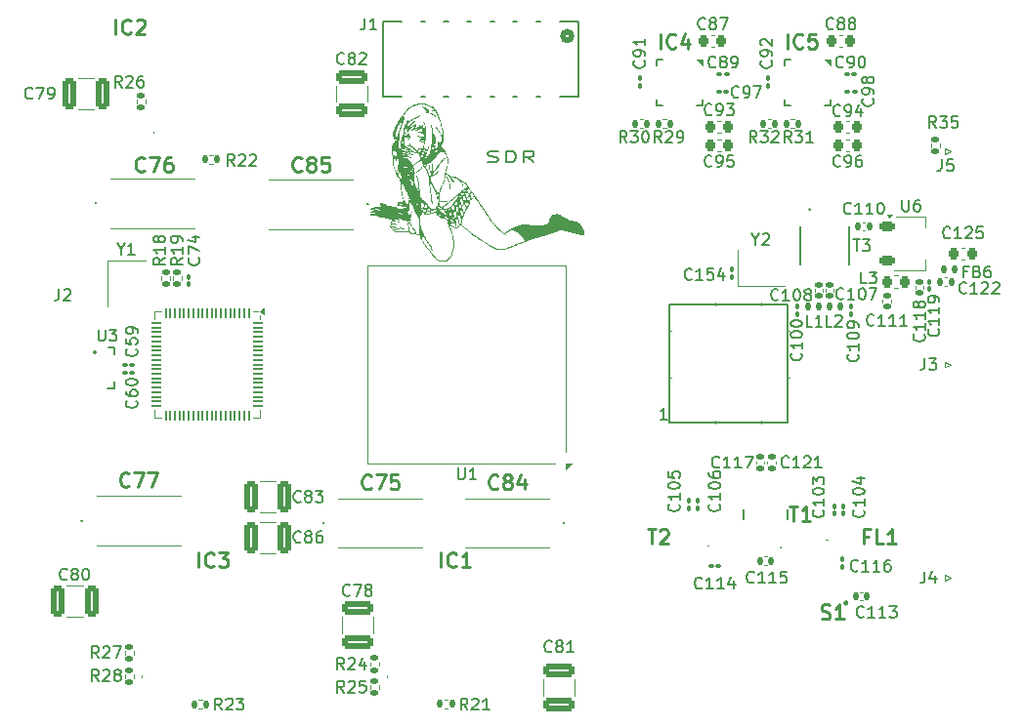
<source format=gto>
%TF.GenerationSoftware,KiCad,Pcbnew,8.0.1*%
%TF.CreationDate,2024-04-14T19:48:44+02:00*%
%TF.ProjectId,start_1,73746172-745f-4312-9e6b-696361645f70,rev?*%
%TF.SameCoordinates,Original*%
%TF.FileFunction,Legend,Top*%
%TF.FilePolarity,Positive*%
%FSLAX46Y46*%
G04 Gerber Fmt 4.6, Leading zero omitted, Abs format (unit mm)*
G04 Created by KiCad (PCBNEW 8.0.1) date 2024-04-14 19:48:44*
%MOMM*%
%LPD*%
G01*
G04 APERTURE LIST*
G04 Aperture macros list*
%AMRoundRect*
0 Rectangle with rounded corners*
0 $1 Rounding radius*
0 $2 $3 $4 $5 $6 $7 $8 $9 X,Y pos of 4 corners*
0 Add a 4 corners polygon primitive as box body*
4,1,4,$2,$3,$4,$5,$6,$7,$8,$9,$2,$3,0*
0 Add four circle primitives for the rounded corners*
1,1,$1+$1,$2,$3*
1,1,$1+$1,$4,$5*
1,1,$1+$1,$6,$7*
1,1,$1+$1,$8,$9*
0 Add four rect primitives between the rounded corners*
20,1,$1+$1,$2,$3,$4,$5,0*
20,1,$1+$1,$4,$5,$6,$7,0*
20,1,$1+$1,$6,$7,$8,$9,0*
20,1,$1+$1,$8,$9,$2,$3,0*%
%AMFreePoly0*
4,1,9,3.862500,-0.866500,0.737500,-0.866500,0.737500,-0.450000,-0.737500,-0.450000,-0.737500,0.450000,0.737500,0.450000,0.737500,0.866500,3.862500,0.866500,3.862500,-0.866500,3.862500,-0.866500,$1*%
G04 Aperture macros list end*
%ADD10C,0.200000*%
%ADD11C,0.254000*%
%ADD12C,0.150000*%
%ADD13C,0.152400*%
%ADD14C,0.100000*%
%ADD15C,0.120000*%
%ADD16C,0.250000*%
%ADD17C,0.508000*%
%ADD18C,0.000000*%
%ADD19C,0.025400*%
%ADD20C,0.300000*%
%ADD21R,0.355600X1.016000*%
%ADD22R,1.016000X0.355600*%
%ADD23R,2.108200X2.108200*%
%ADD24R,6.310000X5.810000*%
%ADD25RoundRect,0.050000X-0.387500X0.050000X-0.387500X-0.050000X0.387500X-0.050000X0.387500X0.050000X0*%
%ADD26RoundRect,0.050000X-0.050000X0.387500X-0.050000X-0.387500X0.050000X-0.387500X0.050000X0.387500X0*%
%ADD27RoundRect,0.100000X-0.100000X0.130000X-0.100000X-0.130000X0.100000X-0.130000X0.100000X0.130000X0*%
%ADD28RoundRect,0.100000X-0.130000X-0.100000X0.130000X-0.100000X0.130000X0.100000X-0.130000X0.100000X0*%
%ADD29RoundRect,0.225000X-0.425000X-0.225000X0.425000X-0.225000X0.425000X0.225000X-0.425000X0.225000X0*%
%ADD30FreePoly0,0.000000*%
%ADD31R,2.400000X2.900000*%
%ADD32C,0.800000*%
%ADD33C,6.400000*%
%ADD34R,1.700000X1.600000*%
%ADD35R,0.600000X0.950000*%
%ADD36R,0.950000X0.600000*%
%ADD37R,1.600000X1.600000*%
%ADD38R,3.100000X2.350000*%
%ADD39R,5.080000X2.290000*%
%ADD40R,5.080000X2.420000*%
%ADD41RoundRect,0.250000X-1.100000X0.325000X-1.100000X-0.325000X1.100000X-0.325000X1.100000X0.325000X0*%
%ADD42RoundRect,0.140000X-0.170000X0.140000X-0.170000X-0.140000X0.170000X-0.140000X0.170000X0.140000X0*%
%ADD43C,0.500000*%
%ADD44RoundRect,0.225000X-0.225000X-0.250000X0.225000X-0.250000X0.225000X0.250000X-0.225000X0.250000X0*%
%ADD45RoundRect,0.100000X0.100000X-0.130000X0.100000X0.130000X-0.100000X0.130000X-0.100000X-0.130000X0*%
%ADD46RoundRect,0.135000X-0.135000X-0.185000X0.135000X-0.185000X0.135000X0.185000X-0.135000X0.185000X0*%
%ADD47RoundRect,0.135000X0.135000X0.185000X-0.135000X0.185000X-0.135000X-0.185000X0.135000X-0.185000X0*%
%ADD48RoundRect,0.250000X0.325000X1.100000X-0.325000X1.100000X-0.325000X-1.100000X0.325000X-1.100000X0*%
%ADD49RoundRect,0.147500X-0.147500X-0.172500X0.147500X-0.172500X0.147500X0.172500X-0.147500X0.172500X0*%
%ADD50RoundRect,0.140000X-0.140000X-0.170000X0.140000X-0.170000X0.140000X0.170000X-0.140000X0.170000X0*%
%ADD51RoundRect,0.218750X0.218750X0.256250X-0.218750X0.256250X-0.218750X-0.256250X0.218750X-0.256250X0*%
%ADD52R,0.736600X1.447800*%
%ADD53R,0.600000X0.200000*%
%ADD54R,0.750000X1.250000*%
%ADD55RoundRect,0.135000X-0.185000X0.135000X-0.185000X-0.135000X0.185000X-0.135000X0.185000X0.135000X0*%
%ADD56R,1.400000X1.150000*%
%ADD57C,1.549400*%
%ADD58R,0.990600X2.743200*%
%ADD59R,2.300000X0.700000*%
%ADD60O,3.800000X1.800000*%
%ADD61RoundRect,0.140000X0.170000X-0.140000X0.170000X0.140000X-0.170000X0.140000X-0.170000X-0.140000X0*%
%ADD62RoundRect,0.135000X0.185000X-0.135000X0.185000X0.135000X-0.185000X0.135000X-0.185000X-0.135000X0*%
%ADD63R,0.300000X0.300000*%
%ADD64R,0.250000X0.250000*%
%ADD65R,0.760000X1.650000*%
%ADD66RoundRect,0.250000X1.100000X-0.325000X1.100000X0.325000X-1.100000X0.325000X-1.100000X-0.325000X0*%
%ADD67RoundRect,0.140000X0.140000X0.170000X-0.140000X0.170000X-0.140000X-0.170000X0.140000X-0.170000X0*%
%ADD68R,0.330000X0.410000*%
%ADD69C,0.355600*%
%ADD70R,1.200000X1.400000*%
%ADD71R,0.508000X0.254000*%
%ADD72R,0.406400X0.254000*%
%ADD73R,0.660400X0.508000*%
%ADD74RoundRect,0.147500X0.147500X0.172500X-0.147500X0.172500X-0.147500X-0.172500X0.147500X-0.172500X0*%
G04 APERTURE END LIST*
D10*
X185326816Y-171919600D02*
X185548244Y-171967219D01*
X185548244Y-171967219D02*
X185917292Y-171967219D01*
X185917292Y-171967219D02*
X186064911Y-171919600D01*
X186064911Y-171919600D02*
X186138720Y-171871980D01*
X186138720Y-171871980D02*
X186212530Y-171776742D01*
X186212530Y-171776742D02*
X186212530Y-171681504D01*
X186212530Y-171681504D02*
X186138720Y-171586266D01*
X186138720Y-171586266D02*
X186064911Y-171538647D01*
X186064911Y-171538647D02*
X185917292Y-171491028D01*
X185917292Y-171491028D02*
X185622054Y-171443409D01*
X185622054Y-171443409D02*
X185474435Y-171395790D01*
X185474435Y-171395790D02*
X185400625Y-171348171D01*
X185400625Y-171348171D02*
X185326816Y-171252933D01*
X185326816Y-171252933D02*
X185326816Y-171157695D01*
X185326816Y-171157695D02*
X185400625Y-171062457D01*
X185400625Y-171062457D02*
X185474435Y-171014838D01*
X185474435Y-171014838D02*
X185622054Y-170967219D01*
X185622054Y-170967219D02*
X185991101Y-170967219D01*
X185991101Y-170967219D02*
X186212530Y-171014838D01*
X186876815Y-171967219D02*
X186876815Y-170967219D01*
X186876815Y-170967219D02*
X187245863Y-170967219D01*
X187245863Y-170967219D02*
X187467291Y-171014838D01*
X187467291Y-171014838D02*
X187614910Y-171110076D01*
X187614910Y-171110076D02*
X187688720Y-171205314D01*
X187688720Y-171205314D02*
X187762529Y-171395790D01*
X187762529Y-171395790D02*
X187762529Y-171538647D01*
X187762529Y-171538647D02*
X187688720Y-171729123D01*
X187688720Y-171729123D02*
X187614910Y-171824361D01*
X187614910Y-171824361D02*
X187467291Y-171919600D01*
X187467291Y-171919600D02*
X187245863Y-171967219D01*
X187245863Y-171967219D02*
X186876815Y-171967219D01*
X189312529Y-171967219D02*
X188795863Y-171491028D01*
X188426815Y-171967219D02*
X188426815Y-170967219D01*
X188426815Y-170967219D02*
X189017291Y-170967219D01*
X189017291Y-170967219D02*
X189164910Y-171014838D01*
X189164910Y-171014838D02*
X189238720Y-171062457D01*
X189238720Y-171062457D02*
X189312529Y-171157695D01*
X189312529Y-171157695D02*
X189312529Y-171300552D01*
X189312529Y-171300552D02*
X189238720Y-171395790D01*
X189238720Y-171395790D02*
X189164910Y-171443409D01*
X189164910Y-171443409D02*
X189017291Y-171491028D01*
X189017291Y-171491028D02*
X188426815Y-171491028D01*
D11*
X211260237Y-162074318D02*
X211260237Y-160804318D01*
X212590714Y-161953365D02*
X212530238Y-162013842D01*
X212530238Y-162013842D02*
X212348809Y-162074318D01*
X212348809Y-162074318D02*
X212227857Y-162074318D01*
X212227857Y-162074318D02*
X212046428Y-162013842D01*
X212046428Y-162013842D02*
X211925476Y-161892889D01*
X211925476Y-161892889D02*
X211864999Y-161771937D01*
X211864999Y-161771937D02*
X211804523Y-161530032D01*
X211804523Y-161530032D02*
X211804523Y-161348603D01*
X211804523Y-161348603D02*
X211864999Y-161106699D01*
X211864999Y-161106699D02*
X211925476Y-160985746D01*
X211925476Y-160985746D02*
X212046428Y-160864794D01*
X212046428Y-160864794D02*
X212227857Y-160804318D01*
X212227857Y-160804318D02*
X212348809Y-160804318D01*
X212348809Y-160804318D02*
X212530238Y-160864794D01*
X212530238Y-160864794D02*
X212590714Y-160925270D01*
X213739761Y-160804318D02*
X213134999Y-160804318D01*
X213134999Y-160804318D02*
X213074523Y-161409080D01*
X213074523Y-161409080D02*
X213134999Y-161348603D01*
X213134999Y-161348603D02*
X213255952Y-161288127D01*
X213255952Y-161288127D02*
X213558333Y-161288127D01*
X213558333Y-161288127D02*
X213679285Y-161348603D01*
X213679285Y-161348603D02*
X213739761Y-161409080D01*
X213739761Y-161409080D02*
X213800238Y-161530032D01*
X213800238Y-161530032D02*
X213800238Y-161832413D01*
X213800238Y-161832413D02*
X213739761Y-161953365D01*
X213739761Y-161953365D02*
X213679285Y-162013842D01*
X213679285Y-162013842D02*
X213558333Y-162074318D01*
X213558333Y-162074318D02*
X213255952Y-162074318D01*
X213255952Y-162074318D02*
X213134999Y-162013842D01*
X213134999Y-162013842D02*
X213074523Y-161953365D01*
X200260237Y-162074318D02*
X200260237Y-160804318D01*
X201590714Y-161953365D02*
X201530238Y-162013842D01*
X201530238Y-162013842D02*
X201348809Y-162074318D01*
X201348809Y-162074318D02*
X201227857Y-162074318D01*
X201227857Y-162074318D02*
X201046428Y-162013842D01*
X201046428Y-162013842D02*
X200925476Y-161892889D01*
X200925476Y-161892889D02*
X200864999Y-161771937D01*
X200864999Y-161771937D02*
X200804523Y-161530032D01*
X200804523Y-161530032D02*
X200804523Y-161348603D01*
X200804523Y-161348603D02*
X200864999Y-161106699D01*
X200864999Y-161106699D02*
X200925476Y-160985746D01*
X200925476Y-160985746D02*
X201046428Y-160864794D01*
X201046428Y-160864794D02*
X201227857Y-160804318D01*
X201227857Y-160804318D02*
X201348809Y-160804318D01*
X201348809Y-160804318D02*
X201530238Y-160864794D01*
X201530238Y-160864794D02*
X201590714Y-160925270D01*
X202679285Y-161227651D02*
X202679285Y-162074318D01*
X202376904Y-160743842D02*
X202074523Y-161650984D01*
X202074523Y-161650984D02*
X202860714Y-161650984D01*
D12*
X224359580Y-186419047D02*
X224407200Y-186466666D01*
X224407200Y-186466666D02*
X224454819Y-186609523D01*
X224454819Y-186609523D02*
X224454819Y-186704761D01*
X224454819Y-186704761D02*
X224407200Y-186847618D01*
X224407200Y-186847618D02*
X224311961Y-186942856D01*
X224311961Y-186942856D02*
X224216723Y-186990475D01*
X224216723Y-186990475D02*
X224026247Y-187038094D01*
X224026247Y-187038094D02*
X223883390Y-187038094D01*
X223883390Y-187038094D02*
X223692914Y-186990475D01*
X223692914Y-186990475D02*
X223597676Y-186942856D01*
X223597676Y-186942856D02*
X223502438Y-186847618D01*
X223502438Y-186847618D02*
X223454819Y-186704761D01*
X223454819Y-186704761D02*
X223454819Y-186609523D01*
X223454819Y-186609523D02*
X223502438Y-186466666D01*
X223502438Y-186466666D02*
X223550057Y-186419047D01*
X224454819Y-185466666D02*
X224454819Y-186038094D01*
X224454819Y-185752380D02*
X223454819Y-185752380D01*
X223454819Y-185752380D02*
X223597676Y-185847618D01*
X223597676Y-185847618D02*
X223692914Y-185942856D01*
X223692914Y-185942856D02*
X223740533Y-186038094D01*
X224454819Y-184514285D02*
X224454819Y-185085713D01*
X224454819Y-184799999D02*
X223454819Y-184799999D01*
X223454819Y-184799999D02*
X223597676Y-184895237D01*
X223597676Y-184895237D02*
X223692914Y-184990475D01*
X223692914Y-184990475D02*
X223740533Y-185085713D01*
X224454819Y-184038094D02*
X224454819Y-183847618D01*
X224454819Y-183847618D02*
X224407200Y-183752380D01*
X224407200Y-183752380D02*
X224359580Y-183704761D01*
X224359580Y-183704761D02*
X224216723Y-183609523D01*
X224216723Y-183609523D02*
X224026247Y-183561904D01*
X224026247Y-183561904D02*
X223645295Y-183561904D01*
X223645295Y-183561904D02*
X223550057Y-183609523D01*
X223550057Y-183609523D02*
X223502438Y-183657142D01*
X223502438Y-183657142D02*
X223454819Y-183752380D01*
X223454819Y-183752380D02*
X223454819Y-183942856D01*
X223454819Y-183942856D02*
X223502438Y-184038094D01*
X223502438Y-184038094D02*
X223550057Y-184085713D01*
X223550057Y-184085713D02*
X223645295Y-184133332D01*
X223645295Y-184133332D02*
X223883390Y-184133332D01*
X223883390Y-184133332D02*
X223978628Y-184085713D01*
X223978628Y-184085713D02*
X224026247Y-184038094D01*
X224026247Y-184038094D02*
X224073866Y-183942856D01*
X224073866Y-183942856D02*
X224073866Y-183752380D01*
X224073866Y-183752380D02*
X224026247Y-183657142D01*
X224026247Y-183657142D02*
X223978628Y-183609523D01*
X223978628Y-183609523D02*
X223883390Y-183561904D01*
X218659580Y-166442857D02*
X218707200Y-166490476D01*
X218707200Y-166490476D02*
X218754819Y-166633333D01*
X218754819Y-166633333D02*
X218754819Y-166728571D01*
X218754819Y-166728571D02*
X218707200Y-166871428D01*
X218707200Y-166871428D02*
X218611961Y-166966666D01*
X218611961Y-166966666D02*
X218516723Y-167014285D01*
X218516723Y-167014285D02*
X218326247Y-167061904D01*
X218326247Y-167061904D02*
X218183390Y-167061904D01*
X218183390Y-167061904D02*
X217992914Y-167014285D01*
X217992914Y-167014285D02*
X217897676Y-166966666D01*
X217897676Y-166966666D02*
X217802438Y-166871428D01*
X217802438Y-166871428D02*
X217754819Y-166728571D01*
X217754819Y-166728571D02*
X217754819Y-166633333D01*
X217754819Y-166633333D02*
X217802438Y-166490476D01*
X217802438Y-166490476D02*
X217850057Y-166442857D01*
X218754819Y-165966666D02*
X218754819Y-165776190D01*
X218754819Y-165776190D02*
X218707200Y-165680952D01*
X218707200Y-165680952D02*
X218659580Y-165633333D01*
X218659580Y-165633333D02*
X218516723Y-165538095D01*
X218516723Y-165538095D02*
X218326247Y-165490476D01*
X218326247Y-165490476D02*
X217945295Y-165490476D01*
X217945295Y-165490476D02*
X217850057Y-165538095D01*
X217850057Y-165538095D02*
X217802438Y-165585714D01*
X217802438Y-165585714D02*
X217754819Y-165680952D01*
X217754819Y-165680952D02*
X217754819Y-165871428D01*
X217754819Y-165871428D02*
X217802438Y-165966666D01*
X217802438Y-165966666D02*
X217850057Y-166014285D01*
X217850057Y-166014285D02*
X217945295Y-166061904D01*
X217945295Y-166061904D02*
X218183390Y-166061904D01*
X218183390Y-166061904D02*
X218278628Y-166014285D01*
X218278628Y-166014285D02*
X218326247Y-165966666D01*
X218326247Y-165966666D02*
X218373866Y-165871428D01*
X218373866Y-165871428D02*
X218373866Y-165680952D01*
X218373866Y-165680952D02*
X218326247Y-165585714D01*
X218326247Y-165585714D02*
X218278628Y-165538095D01*
X218278628Y-165538095D02*
X218183390Y-165490476D01*
X218183390Y-164919047D02*
X218135771Y-165014285D01*
X218135771Y-165014285D02*
X218088152Y-165061904D01*
X218088152Y-165061904D02*
X217992914Y-165109523D01*
X217992914Y-165109523D02*
X217945295Y-165109523D01*
X217945295Y-165109523D02*
X217850057Y-165061904D01*
X217850057Y-165061904D02*
X217802438Y-165014285D01*
X217802438Y-165014285D02*
X217754819Y-164919047D01*
X217754819Y-164919047D02*
X217754819Y-164728571D01*
X217754819Y-164728571D02*
X217802438Y-164633333D01*
X217802438Y-164633333D02*
X217850057Y-164585714D01*
X217850057Y-164585714D02*
X217945295Y-164538095D01*
X217945295Y-164538095D02*
X217992914Y-164538095D01*
X217992914Y-164538095D02*
X218088152Y-164585714D01*
X218088152Y-164585714D02*
X218135771Y-164633333D01*
X218135771Y-164633333D02*
X218183390Y-164728571D01*
X218183390Y-164728571D02*
X218183390Y-164919047D01*
X218183390Y-164919047D02*
X218231009Y-165014285D01*
X218231009Y-165014285D02*
X218278628Y-165061904D01*
X218278628Y-165061904D02*
X218373866Y-165109523D01*
X218373866Y-165109523D02*
X218564342Y-165109523D01*
X218564342Y-165109523D02*
X218659580Y-165061904D01*
X218659580Y-165061904D02*
X218707200Y-165014285D01*
X218707200Y-165014285D02*
X218754819Y-164919047D01*
X218754819Y-164919047D02*
X218754819Y-164728571D01*
X218754819Y-164728571D02*
X218707200Y-164633333D01*
X218707200Y-164633333D02*
X218659580Y-164585714D01*
X218659580Y-164585714D02*
X218564342Y-164538095D01*
X218564342Y-164538095D02*
X218373866Y-164538095D01*
X218373866Y-164538095D02*
X218278628Y-164585714D01*
X218278628Y-164585714D02*
X218231009Y-164633333D01*
X218231009Y-164633333D02*
X218183390Y-164728571D01*
X221238095Y-175204819D02*
X221238095Y-176014342D01*
X221238095Y-176014342D02*
X221285714Y-176109580D01*
X221285714Y-176109580D02*
X221333333Y-176157200D01*
X221333333Y-176157200D02*
X221428571Y-176204819D01*
X221428571Y-176204819D02*
X221619047Y-176204819D01*
X221619047Y-176204819D02*
X221714285Y-176157200D01*
X221714285Y-176157200D02*
X221761904Y-176109580D01*
X221761904Y-176109580D02*
X221809523Y-176014342D01*
X221809523Y-176014342D02*
X221809523Y-175204819D01*
X222714285Y-175204819D02*
X222523809Y-175204819D01*
X222523809Y-175204819D02*
X222428571Y-175252438D01*
X222428571Y-175252438D02*
X222380952Y-175300057D01*
X222380952Y-175300057D02*
X222285714Y-175442914D01*
X222285714Y-175442914D02*
X222238095Y-175633390D01*
X222238095Y-175633390D02*
X222238095Y-176014342D01*
X222238095Y-176014342D02*
X222285714Y-176109580D01*
X222285714Y-176109580D02*
X222333333Y-176157200D01*
X222333333Y-176157200D02*
X222428571Y-176204819D01*
X222428571Y-176204819D02*
X222619047Y-176204819D01*
X222619047Y-176204819D02*
X222714285Y-176157200D01*
X222714285Y-176157200D02*
X222761904Y-176109580D01*
X222761904Y-176109580D02*
X222809523Y-176014342D01*
X222809523Y-176014342D02*
X222809523Y-175776247D01*
X222809523Y-175776247D02*
X222761904Y-175681009D01*
X222761904Y-175681009D02*
X222714285Y-175633390D01*
X222714285Y-175633390D02*
X222619047Y-175585771D01*
X222619047Y-175585771D02*
X222428571Y-175585771D01*
X222428571Y-175585771D02*
X222333333Y-175633390D01*
X222333333Y-175633390D02*
X222285714Y-175681009D01*
X222285714Y-175681009D02*
X222238095Y-175776247D01*
D11*
X155583571Y-172653365D02*
X155523095Y-172713842D01*
X155523095Y-172713842D02*
X155341666Y-172774318D01*
X155341666Y-172774318D02*
X155220714Y-172774318D01*
X155220714Y-172774318D02*
X155039285Y-172713842D01*
X155039285Y-172713842D02*
X154918333Y-172592889D01*
X154918333Y-172592889D02*
X154857856Y-172471937D01*
X154857856Y-172471937D02*
X154797380Y-172230032D01*
X154797380Y-172230032D02*
X154797380Y-172048603D01*
X154797380Y-172048603D02*
X154857856Y-171806699D01*
X154857856Y-171806699D02*
X154918333Y-171685746D01*
X154918333Y-171685746D02*
X155039285Y-171564794D01*
X155039285Y-171564794D02*
X155220714Y-171504318D01*
X155220714Y-171504318D02*
X155341666Y-171504318D01*
X155341666Y-171504318D02*
X155523095Y-171564794D01*
X155523095Y-171564794D02*
X155583571Y-171625270D01*
X156006904Y-171504318D02*
X156853571Y-171504318D01*
X156853571Y-171504318D02*
X156309285Y-172774318D01*
X157881666Y-171504318D02*
X157639761Y-171504318D01*
X157639761Y-171504318D02*
X157518809Y-171564794D01*
X157518809Y-171564794D02*
X157458333Y-171625270D01*
X157458333Y-171625270D02*
X157337380Y-171806699D01*
X157337380Y-171806699D02*
X157276904Y-172048603D01*
X157276904Y-172048603D02*
X157276904Y-172532413D01*
X157276904Y-172532413D02*
X157337380Y-172653365D01*
X157337380Y-172653365D02*
X157397857Y-172713842D01*
X157397857Y-172713842D02*
X157518809Y-172774318D01*
X157518809Y-172774318D02*
X157760714Y-172774318D01*
X157760714Y-172774318D02*
X157881666Y-172713842D01*
X157881666Y-172713842D02*
X157942142Y-172653365D01*
X157942142Y-172653365D02*
X158002619Y-172532413D01*
X158002619Y-172532413D02*
X158002619Y-172230032D01*
X158002619Y-172230032D02*
X157942142Y-172109080D01*
X157942142Y-172109080D02*
X157881666Y-172048603D01*
X157881666Y-172048603D02*
X157760714Y-171988127D01*
X157760714Y-171988127D02*
X157518809Y-171988127D01*
X157518809Y-171988127D02*
X157397857Y-172048603D01*
X157397857Y-172048603D02*
X157337380Y-172109080D01*
X157337380Y-172109080D02*
X157276904Y-172230032D01*
D12*
X201859580Y-201619047D02*
X201907200Y-201666666D01*
X201907200Y-201666666D02*
X201954819Y-201809523D01*
X201954819Y-201809523D02*
X201954819Y-201904761D01*
X201954819Y-201904761D02*
X201907200Y-202047618D01*
X201907200Y-202047618D02*
X201811961Y-202142856D01*
X201811961Y-202142856D02*
X201716723Y-202190475D01*
X201716723Y-202190475D02*
X201526247Y-202238094D01*
X201526247Y-202238094D02*
X201383390Y-202238094D01*
X201383390Y-202238094D02*
X201192914Y-202190475D01*
X201192914Y-202190475D02*
X201097676Y-202142856D01*
X201097676Y-202142856D02*
X201002438Y-202047618D01*
X201002438Y-202047618D02*
X200954819Y-201904761D01*
X200954819Y-201904761D02*
X200954819Y-201809523D01*
X200954819Y-201809523D02*
X201002438Y-201666666D01*
X201002438Y-201666666D02*
X201050057Y-201619047D01*
X201954819Y-200666666D02*
X201954819Y-201238094D01*
X201954819Y-200952380D02*
X200954819Y-200952380D01*
X200954819Y-200952380D02*
X201097676Y-201047618D01*
X201097676Y-201047618D02*
X201192914Y-201142856D01*
X201192914Y-201142856D02*
X201240533Y-201238094D01*
X200954819Y-200047618D02*
X200954819Y-199952380D01*
X200954819Y-199952380D02*
X201002438Y-199857142D01*
X201002438Y-199857142D02*
X201050057Y-199809523D01*
X201050057Y-199809523D02*
X201145295Y-199761904D01*
X201145295Y-199761904D02*
X201335771Y-199714285D01*
X201335771Y-199714285D02*
X201573866Y-199714285D01*
X201573866Y-199714285D02*
X201764342Y-199761904D01*
X201764342Y-199761904D02*
X201859580Y-199809523D01*
X201859580Y-199809523D02*
X201907200Y-199857142D01*
X201907200Y-199857142D02*
X201954819Y-199952380D01*
X201954819Y-199952380D02*
X201954819Y-200047618D01*
X201954819Y-200047618D02*
X201907200Y-200142856D01*
X201907200Y-200142856D02*
X201859580Y-200190475D01*
X201859580Y-200190475D02*
X201764342Y-200238094D01*
X201764342Y-200238094D02*
X201573866Y-200285713D01*
X201573866Y-200285713D02*
X201335771Y-200285713D01*
X201335771Y-200285713D02*
X201145295Y-200238094D01*
X201145295Y-200238094D02*
X201050057Y-200190475D01*
X201050057Y-200190475D02*
X201002438Y-200142856D01*
X201002438Y-200142856D02*
X200954819Y-200047618D01*
X200954819Y-198809523D02*
X200954819Y-199285713D01*
X200954819Y-199285713D02*
X201431009Y-199333332D01*
X201431009Y-199333332D02*
X201383390Y-199285713D01*
X201383390Y-199285713D02*
X201335771Y-199190475D01*
X201335771Y-199190475D02*
X201335771Y-198952380D01*
X201335771Y-198952380D02*
X201383390Y-198857142D01*
X201383390Y-198857142D02*
X201431009Y-198809523D01*
X201431009Y-198809523D02*
X201526247Y-198761904D01*
X201526247Y-198761904D02*
X201764342Y-198761904D01*
X201764342Y-198761904D02*
X201859580Y-198809523D01*
X201859580Y-198809523D02*
X201907200Y-198857142D01*
X201907200Y-198857142D02*
X201954819Y-198952380D01*
X201954819Y-198952380D02*
X201954819Y-199190475D01*
X201954819Y-199190475D02*
X201907200Y-199285713D01*
X201907200Y-199285713D02*
X201859580Y-199333332D01*
X217380952Y-207359580D02*
X217333333Y-207407200D01*
X217333333Y-207407200D02*
X217190476Y-207454819D01*
X217190476Y-207454819D02*
X217095238Y-207454819D01*
X217095238Y-207454819D02*
X216952381Y-207407200D01*
X216952381Y-207407200D02*
X216857143Y-207311961D01*
X216857143Y-207311961D02*
X216809524Y-207216723D01*
X216809524Y-207216723D02*
X216761905Y-207026247D01*
X216761905Y-207026247D02*
X216761905Y-206883390D01*
X216761905Y-206883390D02*
X216809524Y-206692914D01*
X216809524Y-206692914D02*
X216857143Y-206597676D01*
X216857143Y-206597676D02*
X216952381Y-206502438D01*
X216952381Y-206502438D02*
X217095238Y-206454819D01*
X217095238Y-206454819D02*
X217190476Y-206454819D01*
X217190476Y-206454819D02*
X217333333Y-206502438D01*
X217333333Y-206502438D02*
X217380952Y-206550057D01*
X218333333Y-207454819D02*
X217761905Y-207454819D01*
X218047619Y-207454819D02*
X218047619Y-206454819D01*
X218047619Y-206454819D02*
X217952381Y-206597676D01*
X217952381Y-206597676D02*
X217857143Y-206692914D01*
X217857143Y-206692914D02*
X217761905Y-206740533D01*
X219285714Y-207454819D02*
X218714286Y-207454819D01*
X219000000Y-207454819D02*
X219000000Y-206454819D01*
X219000000Y-206454819D02*
X218904762Y-206597676D01*
X218904762Y-206597676D02*
X218809524Y-206692914D01*
X218809524Y-206692914D02*
X218714286Y-206740533D01*
X220142857Y-206454819D02*
X219952381Y-206454819D01*
X219952381Y-206454819D02*
X219857143Y-206502438D01*
X219857143Y-206502438D02*
X219809524Y-206550057D01*
X219809524Y-206550057D02*
X219714286Y-206692914D01*
X219714286Y-206692914D02*
X219666667Y-206883390D01*
X219666667Y-206883390D02*
X219666667Y-207264342D01*
X219666667Y-207264342D02*
X219714286Y-207359580D01*
X219714286Y-207359580D02*
X219761905Y-207407200D01*
X219761905Y-207407200D02*
X219857143Y-207454819D01*
X219857143Y-207454819D02*
X220047619Y-207454819D01*
X220047619Y-207454819D02*
X220142857Y-207407200D01*
X220142857Y-207407200D02*
X220190476Y-207359580D01*
X220190476Y-207359580D02*
X220238095Y-207264342D01*
X220238095Y-207264342D02*
X220238095Y-207026247D01*
X220238095Y-207026247D02*
X220190476Y-206931009D01*
X220190476Y-206931009D02*
X220142857Y-206883390D01*
X220142857Y-206883390D02*
X220047619Y-206835771D01*
X220047619Y-206835771D02*
X219857143Y-206835771D01*
X219857143Y-206835771D02*
X219761905Y-206883390D01*
X219761905Y-206883390D02*
X219714286Y-206931009D01*
X219714286Y-206931009D02*
X219666667Y-207026247D01*
D11*
X160260237Y-207074318D02*
X160260237Y-205804318D01*
X161590714Y-206953365D02*
X161530238Y-207013842D01*
X161530238Y-207013842D02*
X161348809Y-207074318D01*
X161348809Y-207074318D02*
X161227857Y-207074318D01*
X161227857Y-207074318D02*
X161046428Y-207013842D01*
X161046428Y-207013842D02*
X160925476Y-206892889D01*
X160925476Y-206892889D02*
X160864999Y-206771937D01*
X160864999Y-206771937D02*
X160804523Y-206530032D01*
X160804523Y-206530032D02*
X160804523Y-206348603D01*
X160804523Y-206348603D02*
X160864999Y-206106699D01*
X160864999Y-206106699D02*
X160925476Y-205985746D01*
X160925476Y-205985746D02*
X161046428Y-205864794D01*
X161046428Y-205864794D02*
X161227857Y-205804318D01*
X161227857Y-205804318D02*
X161348809Y-205804318D01*
X161348809Y-205804318D02*
X161530238Y-205864794D01*
X161530238Y-205864794D02*
X161590714Y-205925270D01*
X162014047Y-205804318D02*
X162800238Y-205804318D01*
X162800238Y-205804318D02*
X162376904Y-206288127D01*
X162376904Y-206288127D02*
X162558333Y-206288127D01*
X162558333Y-206288127D02*
X162679285Y-206348603D01*
X162679285Y-206348603D02*
X162739761Y-206409080D01*
X162739761Y-206409080D02*
X162800238Y-206530032D01*
X162800238Y-206530032D02*
X162800238Y-206832413D01*
X162800238Y-206832413D02*
X162739761Y-206953365D01*
X162739761Y-206953365D02*
X162679285Y-207013842D01*
X162679285Y-207013842D02*
X162558333Y-207074318D01*
X162558333Y-207074318D02*
X162195476Y-207074318D01*
X162195476Y-207074318D02*
X162074523Y-207013842D01*
X162074523Y-207013842D02*
X162014047Y-206953365D01*
D12*
X223166666Y-188954819D02*
X223166666Y-189669104D01*
X223166666Y-189669104D02*
X223119047Y-189811961D01*
X223119047Y-189811961D02*
X223023809Y-189907200D01*
X223023809Y-189907200D02*
X222880952Y-189954819D01*
X222880952Y-189954819D02*
X222785714Y-189954819D01*
X223547619Y-188954819D02*
X224166666Y-188954819D01*
X224166666Y-188954819D02*
X223833333Y-189335771D01*
X223833333Y-189335771D02*
X223976190Y-189335771D01*
X223976190Y-189335771D02*
X224071428Y-189383390D01*
X224071428Y-189383390D02*
X224119047Y-189431009D01*
X224119047Y-189431009D02*
X224166666Y-189526247D01*
X224166666Y-189526247D02*
X224166666Y-189764342D01*
X224166666Y-189764342D02*
X224119047Y-189859580D01*
X224119047Y-189859580D02*
X224071428Y-189907200D01*
X224071428Y-189907200D02*
X223976190Y-189954819D01*
X223976190Y-189954819D02*
X223690476Y-189954819D01*
X223690476Y-189954819D02*
X223595238Y-189907200D01*
X223595238Y-189907200D02*
X223547619Y-189859580D01*
X217859580Y-202119047D02*
X217907200Y-202166666D01*
X217907200Y-202166666D02*
X217954819Y-202309523D01*
X217954819Y-202309523D02*
X217954819Y-202404761D01*
X217954819Y-202404761D02*
X217907200Y-202547618D01*
X217907200Y-202547618D02*
X217811961Y-202642856D01*
X217811961Y-202642856D02*
X217716723Y-202690475D01*
X217716723Y-202690475D02*
X217526247Y-202738094D01*
X217526247Y-202738094D02*
X217383390Y-202738094D01*
X217383390Y-202738094D02*
X217192914Y-202690475D01*
X217192914Y-202690475D02*
X217097676Y-202642856D01*
X217097676Y-202642856D02*
X217002438Y-202547618D01*
X217002438Y-202547618D02*
X216954819Y-202404761D01*
X216954819Y-202404761D02*
X216954819Y-202309523D01*
X216954819Y-202309523D02*
X217002438Y-202166666D01*
X217002438Y-202166666D02*
X217050057Y-202119047D01*
X217954819Y-201166666D02*
X217954819Y-201738094D01*
X217954819Y-201452380D02*
X216954819Y-201452380D01*
X216954819Y-201452380D02*
X217097676Y-201547618D01*
X217097676Y-201547618D02*
X217192914Y-201642856D01*
X217192914Y-201642856D02*
X217240533Y-201738094D01*
X216954819Y-200547618D02*
X216954819Y-200452380D01*
X216954819Y-200452380D02*
X217002438Y-200357142D01*
X217002438Y-200357142D02*
X217050057Y-200309523D01*
X217050057Y-200309523D02*
X217145295Y-200261904D01*
X217145295Y-200261904D02*
X217335771Y-200214285D01*
X217335771Y-200214285D02*
X217573866Y-200214285D01*
X217573866Y-200214285D02*
X217764342Y-200261904D01*
X217764342Y-200261904D02*
X217859580Y-200309523D01*
X217859580Y-200309523D02*
X217907200Y-200357142D01*
X217907200Y-200357142D02*
X217954819Y-200452380D01*
X217954819Y-200452380D02*
X217954819Y-200547618D01*
X217954819Y-200547618D02*
X217907200Y-200642856D01*
X217907200Y-200642856D02*
X217859580Y-200690475D01*
X217859580Y-200690475D02*
X217764342Y-200738094D01*
X217764342Y-200738094D02*
X217573866Y-200785713D01*
X217573866Y-200785713D02*
X217335771Y-200785713D01*
X217335771Y-200785713D02*
X217145295Y-200738094D01*
X217145295Y-200738094D02*
X217050057Y-200690475D01*
X217050057Y-200690475D02*
X217002438Y-200642856D01*
X217002438Y-200642856D02*
X216954819Y-200547618D01*
X217288152Y-199357142D02*
X217954819Y-199357142D01*
X216907200Y-199595237D02*
X217621485Y-199833332D01*
X217621485Y-199833332D02*
X217621485Y-199214285D01*
X173357142Y-209484580D02*
X173309523Y-209532200D01*
X173309523Y-209532200D02*
X173166666Y-209579819D01*
X173166666Y-209579819D02*
X173071428Y-209579819D01*
X173071428Y-209579819D02*
X172928571Y-209532200D01*
X172928571Y-209532200D02*
X172833333Y-209436961D01*
X172833333Y-209436961D02*
X172785714Y-209341723D01*
X172785714Y-209341723D02*
X172738095Y-209151247D01*
X172738095Y-209151247D02*
X172738095Y-209008390D01*
X172738095Y-209008390D02*
X172785714Y-208817914D01*
X172785714Y-208817914D02*
X172833333Y-208722676D01*
X172833333Y-208722676D02*
X172928571Y-208627438D01*
X172928571Y-208627438D02*
X173071428Y-208579819D01*
X173071428Y-208579819D02*
X173166666Y-208579819D01*
X173166666Y-208579819D02*
X173309523Y-208627438D01*
X173309523Y-208627438D02*
X173357142Y-208675057D01*
X173690476Y-208579819D02*
X174357142Y-208579819D01*
X174357142Y-208579819D02*
X173928571Y-209579819D01*
X174880952Y-209008390D02*
X174785714Y-208960771D01*
X174785714Y-208960771D02*
X174738095Y-208913152D01*
X174738095Y-208913152D02*
X174690476Y-208817914D01*
X174690476Y-208817914D02*
X174690476Y-208770295D01*
X174690476Y-208770295D02*
X174738095Y-208675057D01*
X174738095Y-208675057D02*
X174785714Y-208627438D01*
X174785714Y-208627438D02*
X174880952Y-208579819D01*
X174880952Y-208579819D02*
X175071428Y-208579819D01*
X175071428Y-208579819D02*
X175166666Y-208627438D01*
X175166666Y-208627438D02*
X175214285Y-208675057D01*
X175214285Y-208675057D02*
X175261904Y-208770295D01*
X175261904Y-208770295D02*
X175261904Y-208817914D01*
X175261904Y-208817914D02*
X175214285Y-208913152D01*
X175214285Y-208913152D02*
X175166666Y-208960771D01*
X175166666Y-208960771D02*
X175071428Y-209008390D01*
X175071428Y-209008390D02*
X174880952Y-209008390D01*
X174880952Y-209008390D02*
X174785714Y-209056009D01*
X174785714Y-209056009D02*
X174738095Y-209103628D01*
X174738095Y-209103628D02*
X174690476Y-209198866D01*
X174690476Y-209198866D02*
X174690476Y-209389342D01*
X174690476Y-209389342D02*
X174738095Y-209484580D01*
X174738095Y-209484580D02*
X174785714Y-209532200D01*
X174785714Y-209532200D02*
X174880952Y-209579819D01*
X174880952Y-209579819D02*
X175071428Y-209579819D01*
X175071428Y-209579819D02*
X175166666Y-209532200D01*
X175166666Y-209532200D02*
X175214285Y-209484580D01*
X175214285Y-209484580D02*
X175261904Y-209389342D01*
X175261904Y-209389342D02*
X175261904Y-209198866D01*
X175261904Y-209198866D02*
X175214285Y-209103628D01*
X175214285Y-209103628D02*
X175166666Y-209056009D01*
X175166666Y-209056009D02*
X175071428Y-209008390D01*
X211380952Y-198359580D02*
X211333333Y-198407200D01*
X211333333Y-198407200D02*
X211190476Y-198454819D01*
X211190476Y-198454819D02*
X211095238Y-198454819D01*
X211095238Y-198454819D02*
X210952381Y-198407200D01*
X210952381Y-198407200D02*
X210857143Y-198311961D01*
X210857143Y-198311961D02*
X210809524Y-198216723D01*
X210809524Y-198216723D02*
X210761905Y-198026247D01*
X210761905Y-198026247D02*
X210761905Y-197883390D01*
X210761905Y-197883390D02*
X210809524Y-197692914D01*
X210809524Y-197692914D02*
X210857143Y-197597676D01*
X210857143Y-197597676D02*
X210952381Y-197502438D01*
X210952381Y-197502438D02*
X211095238Y-197454819D01*
X211095238Y-197454819D02*
X211190476Y-197454819D01*
X211190476Y-197454819D02*
X211333333Y-197502438D01*
X211333333Y-197502438D02*
X211380952Y-197550057D01*
X212333333Y-198454819D02*
X211761905Y-198454819D01*
X212047619Y-198454819D02*
X212047619Y-197454819D01*
X212047619Y-197454819D02*
X211952381Y-197597676D01*
X211952381Y-197597676D02*
X211857143Y-197692914D01*
X211857143Y-197692914D02*
X211761905Y-197740533D01*
X212714286Y-197550057D02*
X212761905Y-197502438D01*
X212761905Y-197502438D02*
X212857143Y-197454819D01*
X212857143Y-197454819D02*
X213095238Y-197454819D01*
X213095238Y-197454819D02*
X213190476Y-197502438D01*
X213190476Y-197502438D02*
X213238095Y-197550057D01*
X213238095Y-197550057D02*
X213285714Y-197645295D01*
X213285714Y-197645295D02*
X213285714Y-197740533D01*
X213285714Y-197740533D02*
X213238095Y-197883390D01*
X213238095Y-197883390D02*
X212666667Y-198454819D01*
X212666667Y-198454819D02*
X213285714Y-198454819D01*
X214238095Y-198454819D02*
X213666667Y-198454819D01*
X213952381Y-198454819D02*
X213952381Y-197454819D01*
X213952381Y-197454819D02*
X213857143Y-197597676D01*
X213857143Y-197597676D02*
X213761905Y-197692914D01*
X213761905Y-197692914D02*
X213666667Y-197740533D01*
X182738095Y-198454819D02*
X182738095Y-199264342D01*
X182738095Y-199264342D02*
X182785714Y-199359580D01*
X182785714Y-199359580D02*
X182833333Y-199407200D01*
X182833333Y-199407200D02*
X182928571Y-199454819D01*
X182928571Y-199454819D02*
X183119047Y-199454819D01*
X183119047Y-199454819D02*
X183214285Y-199407200D01*
X183214285Y-199407200D02*
X183261904Y-199359580D01*
X183261904Y-199359580D02*
X183309523Y-199264342D01*
X183309523Y-199264342D02*
X183309523Y-198454819D01*
X184309523Y-199454819D02*
X183738095Y-199454819D01*
X184023809Y-199454819D02*
X184023809Y-198454819D01*
X184023809Y-198454819D02*
X183928571Y-198597676D01*
X183928571Y-198597676D02*
X183833333Y-198692914D01*
X183833333Y-198692914D02*
X183738095Y-198740533D01*
X223166666Y-207454819D02*
X223166666Y-208169104D01*
X223166666Y-208169104D02*
X223119047Y-208311961D01*
X223119047Y-208311961D02*
X223023809Y-208407200D01*
X223023809Y-208407200D02*
X222880952Y-208454819D01*
X222880952Y-208454819D02*
X222785714Y-208454819D01*
X224071428Y-207788152D02*
X224071428Y-208454819D01*
X223833333Y-207407200D02*
X223595238Y-208121485D01*
X223595238Y-208121485D02*
X224214285Y-208121485D01*
X204714142Y-167779580D02*
X204666523Y-167827200D01*
X204666523Y-167827200D02*
X204523666Y-167874819D01*
X204523666Y-167874819D02*
X204428428Y-167874819D01*
X204428428Y-167874819D02*
X204285571Y-167827200D01*
X204285571Y-167827200D02*
X204190333Y-167731961D01*
X204190333Y-167731961D02*
X204142714Y-167636723D01*
X204142714Y-167636723D02*
X204095095Y-167446247D01*
X204095095Y-167446247D02*
X204095095Y-167303390D01*
X204095095Y-167303390D02*
X204142714Y-167112914D01*
X204142714Y-167112914D02*
X204190333Y-167017676D01*
X204190333Y-167017676D02*
X204285571Y-166922438D01*
X204285571Y-166922438D02*
X204428428Y-166874819D01*
X204428428Y-166874819D02*
X204523666Y-166874819D01*
X204523666Y-166874819D02*
X204666523Y-166922438D01*
X204666523Y-166922438D02*
X204714142Y-166970057D01*
X205190333Y-167874819D02*
X205380809Y-167874819D01*
X205380809Y-167874819D02*
X205476047Y-167827200D01*
X205476047Y-167827200D02*
X205523666Y-167779580D01*
X205523666Y-167779580D02*
X205618904Y-167636723D01*
X205618904Y-167636723D02*
X205666523Y-167446247D01*
X205666523Y-167446247D02*
X205666523Y-167065295D01*
X205666523Y-167065295D02*
X205618904Y-166970057D01*
X205618904Y-166970057D02*
X205571285Y-166922438D01*
X205571285Y-166922438D02*
X205476047Y-166874819D01*
X205476047Y-166874819D02*
X205285571Y-166874819D01*
X205285571Y-166874819D02*
X205190333Y-166922438D01*
X205190333Y-166922438D02*
X205142714Y-166970057D01*
X205142714Y-166970057D02*
X205095095Y-167065295D01*
X205095095Y-167065295D02*
X205095095Y-167303390D01*
X205095095Y-167303390D02*
X205142714Y-167398628D01*
X205142714Y-167398628D02*
X205190333Y-167446247D01*
X205190333Y-167446247D02*
X205285571Y-167493866D01*
X205285571Y-167493866D02*
X205476047Y-167493866D01*
X205476047Y-167493866D02*
X205571285Y-167446247D01*
X205571285Y-167446247D02*
X205618904Y-167398628D01*
X205618904Y-167398628D02*
X205666523Y-167303390D01*
X205999857Y-166874819D02*
X206618904Y-166874819D01*
X206618904Y-166874819D02*
X206285571Y-167255771D01*
X206285571Y-167255771D02*
X206428428Y-167255771D01*
X206428428Y-167255771D02*
X206523666Y-167303390D01*
X206523666Y-167303390D02*
X206571285Y-167351009D01*
X206571285Y-167351009D02*
X206618904Y-167446247D01*
X206618904Y-167446247D02*
X206618904Y-167684342D01*
X206618904Y-167684342D02*
X206571285Y-167779580D01*
X206571285Y-167779580D02*
X206523666Y-167827200D01*
X206523666Y-167827200D02*
X206428428Y-167874819D01*
X206428428Y-167874819D02*
X206142714Y-167874819D01*
X206142714Y-167874819D02*
X206047476Y-167827200D01*
X206047476Y-167827200D02*
X205999857Y-167779580D01*
X202980952Y-182059580D02*
X202933333Y-182107200D01*
X202933333Y-182107200D02*
X202790476Y-182154819D01*
X202790476Y-182154819D02*
X202695238Y-182154819D01*
X202695238Y-182154819D02*
X202552381Y-182107200D01*
X202552381Y-182107200D02*
X202457143Y-182011961D01*
X202457143Y-182011961D02*
X202409524Y-181916723D01*
X202409524Y-181916723D02*
X202361905Y-181726247D01*
X202361905Y-181726247D02*
X202361905Y-181583390D01*
X202361905Y-181583390D02*
X202409524Y-181392914D01*
X202409524Y-181392914D02*
X202457143Y-181297676D01*
X202457143Y-181297676D02*
X202552381Y-181202438D01*
X202552381Y-181202438D02*
X202695238Y-181154819D01*
X202695238Y-181154819D02*
X202790476Y-181154819D01*
X202790476Y-181154819D02*
X202933333Y-181202438D01*
X202933333Y-181202438D02*
X202980952Y-181250057D01*
X203933333Y-182154819D02*
X203361905Y-182154819D01*
X203647619Y-182154819D02*
X203647619Y-181154819D01*
X203647619Y-181154819D02*
X203552381Y-181297676D01*
X203552381Y-181297676D02*
X203457143Y-181392914D01*
X203457143Y-181392914D02*
X203361905Y-181440533D01*
X204838095Y-181154819D02*
X204361905Y-181154819D01*
X204361905Y-181154819D02*
X204314286Y-181631009D01*
X204314286Y-181631009D02*
X204361905Y-181583390D01*
X204361905Y-181583390D02*
X204457143Y-181535771D01*
X204457143Y-181535771D02*
X204695238Y-181535771D01*
X204695238Y-181535771D02*
X204790476Y-181583390D01*
X204790476Y-181583390D02*
X204838095Y-181631009D01*
X204838095Y-181631009D02*
X204885714Y-181726247D01*
X204885714Y-181726247D02*
X204885714Y-181964342D01*
X204885714Y-181964342D02*
X204838095Y-182059580D01*
X204838095Y-182059580D02*
X204790476Y-182107200D01*
X204790476Y-182107200D02*
X204695238Y-182154819D01*
X204695238Y-182154819D02*
X204457143Y-182154819D01*
X204457143Y-182154819D02*
X204361905Y-182107200D01*
X204361905Y-182107200D02*
X204314286Y-182059580D01*
X205742857Y-181488152D02*
X205742857Y-182154819D01*
X205504762Y-181107200D02*
X205266667Y-181821485D01*
X205266667Y-181821485D02*
X205885714Y-181821485D01*
X209859580Y-163142857D02*
X209907200Y-163190476D01*
X209907200Y-163190476D02*
X209954819Y-163333333D01*
X209954819Y-163333333D02*
X209954819Y-163428571D01*
X209954819Y-163428571D02*
X209907200Y-163571428D01*
X209907200Y-163571428D02*
X209811961Y-163666666D01*
X209811961Y-163666666D02*
X209716723Y-163714285D01*
X209716723Y-163714285D02*
X209526247Y-163761904D01*
X209526247Y-163761904D02*
X209383390Y-163761904D01*
X209383390Y-163761904D02*
X209192914Y-163714285D01*
X209192914Y-163714285D02*
X209097676Y-163666666D01*
X209097676Y-163666666D02*
X209002438Y-163571428D01*
X209002438Y-163571428D02*
X208954819Y-163428571D01*
X208954819Y-163428571D02*
X208954819Y-163333333D01*
X208954819Y-163333333D02*
X209002438Y-163190476D01*
X209002438Y-163190476D02*
X209050057Y-163142857D01*
X209954819Y-162666666D02*
X209954819Y-162476190D01*
X209954819Y-162476190D02*
X209907200Y-162380952D01*
X209907200Y-162380952D02*
X209859580Y-162333333D01*
X209859580Y-162333333D02*
X209716723Y-162238095D01*
X209716723Y-162238095D02*
X209526247Y-162190476D01*
X209526247Y-162190476D02*
X209145295Y-162190476D01*
X209145295Y-162190476D02*
X209050057Y-162238095D01*
X209050057Y-162238095D02*
X209002438Y-162285714D01*
X209002438Y-162285714D02*
X208954819Y-162380952D01*
X208954819Y-162380952D02*
X208954819Y-162571428D01*
X208954819Y-162571428D02*
X209002438Y-162666666D01*
X209002438Y-162666666D02*
X209050057Y-162714285D01*
X209050057Y-162714285D02*
X209145295Y-162761904D01*
X209145295Y-162761904D02*
X209383390Y-162761904D01*
X209383390Y-162761904D02*
X209478628Y-162714285D01*
X209478628Y-162714285D02*
X209526247Y-162666666D01*
X209526247Y-162666666D02*
X209573866Y-162571428D01*
X209573866Y-162571428D02*
X209573866Y-162380952D01*
X209573866Y-162380952D02*
X209526247Y-162285714D01*
X209526247Y-162285714D02*
X209478628Y-162238095D01*
X209478628Y-162238095D02*
X209383390Y-162190476D01*
X209050057Y-161809523D02*
X209002438Y-161761904D01*
X209002438Y-161761904D02*
X208954819Y-161666666D01*
X208954819Y-161666666D02*
X208954819Y-161428571D01*
X208954819Y-161428571D02*
X209002438Y-161333333D01*
X209002438Y-161333333D02*
X209050057Y-161285714D01*
X209050057Y-161285714D02*
X209145295Y-161238095D01*
X209145295Y-161238095D02*
X209240533Y-161238095D01*
X209240533Y-161238095D02*
X209383390Y-161285714D01*
X209383390Y-161285714D02*
X209954819Y-161857142D01*
X209954819Y-161857142D02*
X209954819Y-161238095D01*
X205380952Y-198369580D02*
X205333333Y-198417200D01*
X205333333Y-198417200D02*
X205190476Y-198464819D01*
X205190476Y-198464819D02*
X205095238Y-198464819D01*
X205095238Y-198464819D02*
X204952381Y-198417200D01*
X204952381Y-198417200D02*
X204857143Y-198321961D01*
X204857143Y-198321961D02*
X204809524Y-198226723D01*
X204809524Y-198226723D02*
X204761905Y-198036247D01*
X204761905Y-198036247D02*
X204761905Y-197893390D01*
X204761905Y-197893390D02*
X204809524Y-197702914D01*
X204809524Y-197702914D02*
X204857143Y-197607676D01*
X204857143Y-197607676D02*
X204952381Y-197512438D01*
X204952381Y-197512438D02*
X205095238Y-197464819D01*
X205095238Y-197464819D02*
X205190476Y-197464819D01*
X205190476Y-197464819D02*
X205333333Y-197512438D01*
X205333333Y-197512438D02*
X205380952Y-197560057D01*
X206333333Y-198464819D02*
X205761905Y-198464819D01*
X206047619Y-198464819D02*
X206047619Y-197464819D01*
X206047619Y-197464819D02*
X205952381Y-197607676D01*
X205952381Y-197607676D02*
X205857143Y-197702914D01*
X205857143Y-197702914D02*
X205761905Y-197750533D01*
X207285714Y-198464819D02*
X206714286Y-198464819D01*
X207000000Y-198464819D02*
X207000000Y-197464819D01*
X207000000Y-197464819D02*
X206904762Y-197607676D01*
X206904762Y-197607676D02*
X206809524Y-197702914D01*
X206809524Y-197702914D02*
X206714286Y-197750533D01*
X207619048Y-197464819D02*
X208285714Y-197464819D01*
X208285714Y-197464819D02*
X207857143Y-198464819D01*
X205057142Y-163659580D02*
X205009523Y-163707200D01*
X205009523Y-163707200D02*
X204866666Y-163754819D01*
X204866666Y-163754819D02*
X204771428Y-163754819D01*
X204771428Y-163754819D02*
X204628571Y-163707200D01*
X204628571Y-163707200D02*
X204533333Y-163611961D01*
X204533333Y-163611961D02*
X204485714Y-163516723D01*
X204485714Y-163516723D02*
X204438095Y-163326247D01*
X204438095Y-163326247D02*
X204438095Y-163183390D01*
X204438095Y-163183390D02*
X204485714Y-162992914D01*
X204485714Y-162992914D02*
X204533333Y-162897676D01*
X204533333Y-162897676D02*
X204628571Y-162802438D01*
X204628571Y-162802438D02*
X204771428Y-162754819D01*
X204771428Y-162754819D02*
X204866666Y-162754819D01*
X204866666Y-162754819D02*
X205009523Y-162802438D01*
X205009523Y-162802438D02*
X205057142Y-162850057D01*
X205628571Y-163183390D02*
X205533333Y-163135771D01*
X205533333Y-163135771D02*
X205485714Y-163088152D01*
X205485714Y-163088152D02*
X205438095Y-162992914D01*
X205438095Y-162992914D02*
X205438095Y-162945295D01*
X205438095Y-162945295D02*
X205485714Y-162850057D01*
X205485714Y-162850057D02*
X205533333Y-162802438D01*
X205533333Y-162802438D02*
X205628571Y-162754819D01*
X205628571Y-162754819D02*
X205819047Y-162754819D01*
X205819047Y-162754819D02*
X205914285Y-162802438D01*
X205914285Y-162802438D02*
X205961904Y-162850057D01*
X205961904Y-162850057D02*
X206009523Y-162945295D01*
X206009523Y-162945295D02*
X206009523Y-162992914D01*
X206009523Y-162992914D02*
X205961904Y-163088152D01*
X205961904Y-163088152D02*
X205914285Y-163135771D01*
X205914285Y-163135771D02*
X205819047Y-163183390D01*
X205819047Y-163183390D02*
X205628571Y-163183390D01*
X205628571Y-163183390D02*
X205533333Y-163231009D01*
X205533333Y-163231009D02*
X205485714Y-163278628D01*
X205485714Y-163278628D02*
X205438095Y-163373866D01*
X205438095Y-163373866D02*
X205438095Y-163564342D01*
X205438095Y-163564342D02*
X205485714Y-163659580D01*
X205485714Y-163659580D02*
X205533333Y-163707200D01*
X205533333Y-163707200D02*
X205628571Y-163754819D01*
X205628571Y-163754819D02*
X205819047Y-163754819D01*
X205819047Y-163754819D02*
X205914285Y-163707200D01*
X205914285Y-163707200D02*
X205961904Y-163659580D01*
X205961904Y-163659580D02*
X206009523Y-163564342D01*
X206009523Y-163564342D02*
X206009523Y-163373866D01*
X206009523Y-163373866D02*
X205961904Y-163278628D01*
X205961904Y-163278628D02*
X205914285Y-163231009D01*
X205914285Y-163231009D02*
X205819047Y-163183390D01*
X206485714Y-163754819D02*
X206676190Y-163754819D01*
X206676190Y-163754819D02*
X206771428Y-163707200D01*
X206771428Y-163707200D02*
X206819047Y-163659580D01*
X206819047Y-163659580D02*
X206914285Y-163516723D01*
X206914285Y-163516723D02*
X206961904Y-163326247D01*
X206961904Y-163326247D02*
X206961904Y-162945295D01*
X206961904Y-162945295D02*
X206914285Y-162850057D01*
X206914285Y-162850057D02*
X206866666Y-162802438D01*
X206866666Y-162802438D02*
X206771428Y-162754819D01*
X206771428Y-162754819D02*
X206580952Y-162754819D01*
X206580952Y-162754819D02*
X206485714Y-162802438D01*
X206485714Y-162802438D02*
X206438095Y-162850057D01*
X206438095Y-162850057D02*
X206390476Y-162945295D01*
X206390476Y-162945295D02*
X206390476Y-163183390D01*
X206390476Y-163183390D02*
X206438095Y-163278628D01*
X206438095Y-163278628D02*
X206485714Y-163326247D01*
X206485714Y-163326247D02*
X206580952Y-163373866D01*
X206580952Y-163373866D02*
X206771428Y-163373866D01*
X206771428Y-163373866D02*
X206866666Y-163326247D01*
X206866666Y-163326247D02*
X206914285Y-163278628D01*
X206914285Y-163278628D02*
X206961904Y-163183390D01*
X183557142Y-219454819D02*
X183223809Y-218978628D01*
X182985714Y-219454819D02*
X182985714Y-218454819D01*
X182985714Y-218454819D02*
X183366666Y-218454819D01*
X183366666Y-218454819D02*
X183461904Y-218502438D01*
X183461904Y-218502438D02*
X183509523Y-218550057D01*
X183509523Y-218550057D02*
X183557142Y-218645295D01*
X183557142Y-218645295D02*
X183557142Y-218788152D01*
X183557142Y-218788152D02*
X183509523Y-218883390D01*
X183509523Y-218883390D02*
X183461904Y-218931009D01*
X183461904Y-218931009D02*
X183366666Y-218978628D01*
X183366666Y-218978628D02*
X182985714Y-218978628D01*
X183938095Y-218550057D02*
X183985714Y-218502438D01*
X183985714Y-218502438D02*
X184080952Y-218454819D01*
X184080952Y-218454819D02*
X184319047Y-218454819D01*
X184319047Y-218454819D02*
X184414285Y-218502438D01*
X184414285Y-218502438D02*
X184461904Y-218550057D01*
X184461904Y-218550057D02*
X184509523Y-218645295D01*
X184509523Y-218645295D02*
X184509523Y-218740533D01*
X184509523Y-218740533D02*
X184461904Y-218883390D01*
X184461904Y-218883390D02*
X183890476Y-219454819D01*
X183890476Y-219454819D02*
X184509523Y-219454819D01*
X185461904Y-219454819D02*
X184890476Y-219454819D01*
X185176190Y-219454819D02*
X185176190Y-218454819D01*
X185176190Y-218454819D02*
X185080952Y-218597676D01*
X185080952Y-218597676D02*
X184985714Y-218692914D01*
X184985714Y-218692914D02*
X184890476Y-218740533D01*
D11*
X181260237Y-207074318D02*
X181260237Y-205804318D01*
X182590714Y-206953365D02*
X182530238Y-207013842D01*
X182530238Y-207013842D02*
X182348809Y-207074318D01*
X182348809Y-207074318D02*
X182227857Y-207074318D01*
X182227857Y-207074318D02*
X182046428Y-207013842D01*
X182046428Y-207013842D02*
X181925476Y-206892889D01*
X181925476Y-206892889D02*
X181864999Y-206771937D01*
X181864999Y-206771937D02*
X181804523Y-206530032D01*
X181804523Y-206530032D02*
X181804523Y-206348603D01*
X181804523Y-206348603D02*
X181864999Y-206106699D01*
X181864999Y-206106699D02*
X181925476Y-205985746D01*
X181925476Y-205985746D02*
X182046428Y-205864794D01*
X182046428Y-205864794D02*
X182227857Y-205804318D01*
X182227857Y-205804318D02*
X182348809Y-205804318D01*
X182348809Y-205804318D02*
X182530238Y-205864794D01*
X182530238Y-205864794D02*
X182590714Y-205925270D01*
X183800238Y-207074318D02*
X183074523Y-207074318D01*
X183437380Y-207074318D02*
X183437380Y-205804318D01*
X183437380Y-205804318D02*
X183316428Y-205985746D01*
X183316428Y-205985746D02*
X183195476Y-206106699D01*
X183195476Y-206106699D02*
X183074523Y-206167175D01*
D12*
X208607142Y-170224819D02*
X208273809Y-169748628D01*
X208035714Y-170224819D02*
X208035714Y-169224819D01*
X208035714Y-169224819D02*
X208416666Y-169224819D01*
X208416666Y-169224819D02*
X208511904Y-169272438D01*
X208511904Y-169272438D02*
X208559523Y-169320057D01*
X208559523Y-169320057D02*
X208607142Y-169415295D01*
X208607142Y-169415295D02*
X208607142Y-169558152D01*
X208607142Y-169558152D02*
X208559523Y-169653390D01*
X208559523Y-169653390D02*
X208511904Y-169701009D01*
X208511904Y-169701009D02*
X208416666Y-169748628D01*
X208416666Y-169748628D02*
X208035714Y-169748628D01*
X208940476Y-169224819D02*
X209559523Y-169224819D01*
X209559523Y-169224819D02*
X209226190Y-169605771D01*
X209226190Y-169605771D02*
X209369047Y-169605771D01*
X209369047Y-169605771D02*
X209464285Y-169653390D01*
X209464285Y-169653390D02*
X209511904Y-169701009D01*
X209511904Y-169701009D02*
X209559523Y-169796247D01*
X209559523Y-169796247D02*
X209559523Y-170034342D01*
X209559523Y-170034342D02*
X209511904Y-170129580D01*
X209511904Y-170129580D02*
X209464285Y-170177200D01*
X209464285Y-170177200D02*
X209369047Y-170224819D01*
X209369047Y-170224819D02*
X209083333Y-170224819D01*
X209083333Y-170224819D02*
X208988095Y-170177200D01*
X208988095Y-170177200D02*
X208940476Y-170129580D01*
X209940476Y-169320057D02*
X209988095Y-169272438D01*
X209988095Y-169272438D02*
X210083333Y-169224819D01*
X210083333Y-169224819D02*
X210321428Y-169224819D01*
X210321428Y-169224819D02*
X210416666Y-169272438D01*
X210416666Y-169272438D02*
X210464285Y-169320057D01*
X210464285Y-169320057D02*
X210511904Y-169415295D01*
X210511904Y-169415295D02*
X210511904Y-169510533D01*
X210511904Y-169510533D02*
X210464285Y-169653390D01*
X210464285Y-169653390D02*
X209892857Y-170224819D01*
X209892857Y-170224819D02*
X210511904Y-170224819D01*
X214359580Y-202119047D02*
X214407200Y-202166666D01*
X214407200Y-202166666D02*
X214454819Y-202309523D01*
X214454819Y-202309523D02*
X214454819Y-202404761D01*
X214454819Y-202404761D02*
X214407200Y-202547618D01*
X214407200Y-202547618D02*
X214311961Y-202642856D01*
X214311961Y-202642856D02*
X214216723Y-202690475D01*
X214216723Y-202690475D02*
X214026247Y-202738094D01*
X214026247Y-202738094D02*
X213883390Y-202738094D01*
X213883390Y-202738094D02*
X213692914Y-202690475D01*
X213692914Y-202690475D02*
X213597676Y-202642856D01*
X213597676Y-202642856D02*
X213502438Y-202547618D01*
X213502438Y-202547618D02*
X213454819Y-202404761D01*
X213454819Y-202404761D02*
X213454819Y-202309523D01*
X213454819Y-202309523D02*
X213502438Y-202166666D01*
X213502438Y-202166666D02*
X213550057Y-202119047D01*
X214454819Y-201166666D02*
X214454819Y-201738094D01*
X214454819Y-201452380D02*
X213454819Y-201452380D01*
X213454819Y-201452380D02*
X213597676Y-201547618D01*
X213597676Y-201547618D02*
X213692914Y-201642856D01*
X213692914Y-201642856D02*
X213740533Y-201738094D01*
X213454819Y-200547618D02*
X213454819Y-200452380D01*
X213454819Y-200452380D02*
X213502438Y-200357142D01*
X213502438Y-200357142D02*
X213550057Y-200309523D01*
X213550057Y-200309523D02*
X213645295Y-200261904D01*
X213645295Y-200261904D02*
X213835771Y-200214285D01*
X213835771Y-200214285D02*
X214073866Y-200214285D01*
X214073866Y-200214285D02*
X214264342Y-200261904D01*
X214264342Y-200261904D02*
X214359580Y-200309523D01*
X214359580Y-200309523D02*
X214407200Y-200357142D01*
X214407200Y-200357142D02*
X214454819Y-200452380D01*
X214454819Y-200452380D02*
X214454819Y-200547618D01*
X214454819Y-200547618D02*
X214407200Y-200642856D01*
X214407200Y-200642856D02*
X214359580Y-200690475D01*
X214359580Y-200690475D02*
X214264342Y-200738094D01*
X214264342Y-200738094D02*
X214073866Y-200785713D01*
X214073866Y-200785713D02*
X213835771Y-200785713D01*
X213835771Y-200785713D02*
X213645295Y-200738094D01*
X213645295Y-200738094D02*
X213550057Y-200690475D01*
X213550057Y-200690475D02*
X213502438Y-200642856D01*
X213502438Y-200642856D02*
X213454819Y-200547618D01*
X213454819Y-199880951D02*
X213454819Y-199261904D01*
X213454819Y-199261904D02*
X213835771Y-199595237D01*
X213835771Y-199595237D02*
X213835771Y-199452380D01*
X213835771Y-199452380D02*
X213883390Y-199357142D01*
X213883390Y-199357142D02*
X213931009Y-199309523D01*
X213931009Y-199309523D02*
X214026247Y-199261904D01*
X214026247Y-199261904D02*
X214264342Y-199261904D01*
X214264342Y-199261904D02*
X214359580Y-199309523D01*
X214359580Y-199309523D02*
X214407200Y-199357142D01*
X214407200Y-199357142D02*
X214454819Y-199452380D01*
X214454819Y-199452380D02*
X214454819Y-199738094D01*
X214454819Y-199738094D02*
X214407200Y-199833332D01*
X214407200Y-199833332D02*
X214359580Y-199880951D01*
X162257142Y-219454819D02*
X161923809Y-218978628D01*
X161685714Y-219454819D02*
X161685714Y-218454819D01*
X161685714Y-218454819D02*
X162066666Y-218454819D01*
X162066666Y-218454819D02*
X162161904Y-218502438D01*
X162161904Y-218502438D02*
X162209523Y-218550057D01*
X162209523Y-218550057D02*
X162257142Y-218645295D01*
X162257142Y-218645295D02*
X162257142Y-218788152D01*
X162257142Y-218788152D02*
X162209523Y-218883390D01*
X162209523Y-218883390D02*
X162161904Y-218931009D01*
X162161904Y-218931009D02*
X162066666Y-218978628D01*
X162066666Y-218978628D02*
X161685714Y-218978628D01*
X162638095Y-218550057D02*
X162685714Y-218502438D01*
X162685714Y-218502438D02*
X162780952Y-218454819D01*
X162780952Y-218454819D02*
X163019047Y-218454819D01*
X163019047Y-218454819D02*
X163114285Y-218502438D01*
X163114285Y-218502438D02*
X163161904Y-218550057D01*
X163161904Y-218550057D02*
X163209523Y-218645295D01*
X163209523Y-218645295D02*
X163209523Y-218740533D01*
X163209523Y-218740533D02*
X163161904Y-218883390D01*
X163161904Y-218883390D02*
X162590476Y-219454819D01*
X162590476Y-219454819D02*
X163209523Y-219454819D01*
X163542857Y-218454819D02*
X164161904Y-218454819D01*
X164161904Y-218454819D02*
X163828571Y-218835771D01*
X163828571Y-218835771D02*
X163971428Y-218835771D01*
X163971428Y-218835771D02*
X164066666Y-218883390D01*
X164066666Y-218883390D02*
X164114285Y-218931009D01*
X164114285Y-218931009D02*
X164161904Y-219026247D01*
X164161904Y-219026247D02*
X164161904Y-219264342D01*
X164161904Y-219264342D02*
X164114285Y-219359580D01*
X164114285Y-219359580D02*
X164066666Y-219407200D01*
X164066666Y-219407200D02*
X163971428Y-219454819D01*
X163971428Y-219454819D02*
X163685714Y-219454819D01*
X163685714Y-219454819D02*
X163590476Y-219407200D01*
X163590476Y-219407200D02*
X163542857Y-219359580D01*
X207057142Y-166259580D02*
X207009523Y-166307200D01*
X207009523Y-166307200D02*
X206866666Y-166354819D01*
X206866666Y-166354819D02*
X206771428Y-166354819D01*
X206771428Y-166354819D02*
X206628571Y-166307200D01*
X206628571Y-166307200D02*
X206533333Y-166211961D01*
X206533333Y-166211961D02*
X206485714Y-166116723D01*
X206485714Y-166116723D02*
X206438095Y-165926247D01*
X206438095Y-165926247D02*
X206438095Y-165783390D01*
X206438095Y-165783390D02*
X206485714Y-165592914D01*
X206485714Y-165592914D02*
X206533333Y-165497676D01*
X206533333Y-165497676D02*
X206628571Y-165402438D01*
X206628571Y-165402438D02*
X206771428Y-165354819D01*
X206771428Y-165354819D02*
X206866666Y-165354819D01*
X206866666Y-165354819D02*
X207009523Y-165402438D01*
X207009523Y-165402438D02*
X207057142Y-165450057D01*
X207533333Y-166354819D02*
X207723809Y-166354819D01*
X207723809Y-166354819D02*
X207819047Y-166307200D01*
X207819047Y-166307200D02*
X207866666Y-166259580D01*
X207866666Y-166259580D02*
X207961904Y-166116723D01*
X207961904Y-166116723D02*
X208009523Y-165926247D01*
X208009523Y-165926247D02*
X208009523Y-165545295D01*
X208009523Y-165545295D02*
X207961904Y-165450057D01*
X207961904Y-165450057D02*
X207914285Y-165402438D01*
X207914285Y-165402438D02*
X207819047Y-165354819D01*
X207819047Y-165354819D02*
X207628571Y-165354819D01*
X207628571Y-165354819D02*
X207533333Y-165402438D01*
X207533333Y-165402438D02*
X207485714Y-165450057D01*
X207485714Y-165450057D02*
X207438095Y-165545295D01*
X207438095Y-165545295D02*
X207438095Y-165783390D01*
X207438095Y-165783390D02*
X207485714Y-165878628D01*
X207485714Y-165878628D02*
X207533333Y-165926247D01*
X207533333Y-165926247D02*
X207628571Y-165973866D01*
X207628571Y-165973866D02*
X207819047Y-165973866D01*
X207819047Y-165973866D02*
X207914285Y-165926247D01*
X207914285Y-165926247D02*
X207961904Y-165878628D01*
X207961904Y-165878628D02*
X208009523Y-165783390D01*
X208342857Y-165354819D02*
X209009523Y-165354819D01*
X209009523Y-165354819D02*
X208580952Y-166354819D01*
X169107142Y-201359580D02*
X169059523Y-201407200D01*
X169059523Y-201407200D02*
X168916666Y-201454819D01*
X168916666Y-201454819D02*
X168821428Y-201454819D01*
X168821428Y-201454819D02*
X168678571Y-201407200D01*
X168678571Y-201407200D02*
X168583333Y-201311961D01*
X168583333Y-201311961D02*
X168535714Y-201216723D01*
X168535714Y-201216723D02*
X168488095Y-201026247D01*
X168488095Y-201026247D02*
X168488095Y-200883390D01*
X168488095Y-200883390D02*
X168535714Y-200692914D01*
X168535714Y-200692914D02*
X168583333Y-200597676D01*
X168583333Y-200597676D02*
X168678571Y-200502438D01*
X168678571Y-200502438D02*
X168821428Y-200454819D01*
X168821428Y-200454819D02*
X168916666Y-200454819D01*
X168916666Y-200454819D02*
X169059523Y-200502438D01*
X169059523Y-200502438D02*
X169107142Y-200550057D01*
X169678571Y-200883390D02*
X169583333Y-200835771D01*
X169583333Y-200835771D02*
X169535714Y-200788152D01*
X169535714Y-200788152D02*
X169488095Y-200692914D01*
X169488095Y-200692914D02*
X169488095Y-200645295D01*
X169488095Y-200645295D02*
X169535714Y-200550057D01*
X169535714Y-200550057D02*
X169583333Y-200502438D01*
X169583333Y-200502438D02*
X169678571Y-200454819D01*
X169678571Y-200454819D02*
X169869047Y-200454819D01*
X169869047Y-200454819D02*
X169964285Y-200502438D01*
X169964285Y-200502438D02*
X170011904Y-200550057D01*
X170011904Y-200550057D02*
X170059523Y-200645295D01*
X170059523Y-200645295D02*
X170059523Y-200692914D01*
X170059523Y-200692914D02*
X170011904Y-200788152D01*
X170011904Y-200788152D02*
X169964285Y-200835771D01*
X169964285Y-200835771D02*
X169869047Y-200883390D01*
X169869047Y-200883390D02*
X169678571Y-200883390D01*
X169678571Y-200883390D02*
X169583333Y-200931009D01*
X169583333Y-200931009D02*
X169535714Y-200978628D01*
X169535714Y-200978628D02*
X169488095Y-201073866D01*
X169488095Y-201073866D02*
X169488095Y-201264342D01*
X169488095Y-201264342D02*
X169535714Y-201359580D01*
X169535714Y-201359580D02*
X169583333Y-201407200D01*
X169583333Y-201407200D02*
X169678571Y-201454819D01*
X169678571Y-201454819D02*
X169869047Y-201454819D01*
X169869047Y-201454819D02*
X169964285Y-201407200D01*
X169964285Y-201407200D02*
X170011904Y-201359580D01*
X170011904Y-201359580D02*
X170059523Y-201264342D01*
X170059523Y-201264342D02*
X170059523Y-201073866D01*
X170059523Y-201073866D02*
X170011904Y-200978628D01*
X170011904Y-200978628D02*
X169964285Y-200931009D01*
X169964285Y-200931009D02*
X169869047Y-200883390D01*
X170392857Y-200454819D02*
X171011904Y-200454819D01*
X171011904Y-200454819D02*
X170678571Y-200835771D01*
X170678571Y-200835771D02*
X170821428Y-200835771D01*
X170821428Y-200835771D02*
X170916666Y-200883390D01*
X170916666Y-200883390D02*
X170964285Y-200931009D01*
X170964285Y-200931009D02*
X171011904Y-201026247D01*
X171011904Y-201026247D02*
X171011904Y-201264342D01*
X171011904Y-201264342D02*
X170964285Y-201359580D01*
X170964285Y-201359580D02*
X170916666Y-201407200D01*
X170916666Y-201407200D02*
X170821428Y-201454819D01*
X170821428Y-201454819D02*
X170535714Y-201454819D01*
X170535714Y-201454819D02*
X170440476Y-201407200D01*
X170440476Y-201407200D02*
X170392857Y-201359580D01*
X226866666Y-181431009D02*
X226533333Y-181431009D01*
X226533333Y-181954819D02*
X226533333Y-180954819D01*
X226533333Y-180954819D02*
X227009523Y-180954819D01*
X227723809Y-181431009D02*
X227866666Y-181478628D01*
X227866666Y-181478628D02*
X227914285Y-181526247D01*
X227914285Y-181526247D02*
X227961904Y-181621485D01*
X227961904Y-181621485D02*
X227961904Y-181764342D01*
X227961904Y-181764342D02*
X227914285Y-181859580D01*
X227914285Y-181859580D02*
X227866666Y-181907200D01*
X227866666Y-181907200D02*
X227771428Y-181954819D01*
X227771428Y-181954819D02*
X227390476Y-181954819D01*
X227390476Y-181954819D02*
X227390476Y-180954819D01*
X227390476Y-180954819D02*
X227723809Y-180954819D01*
X227723809Y-180954819D02*
X227819047Y-181002438D01*
X227819047Y-181002438D02*
X227866666Y-181050057D01*
X227866666Y-181050057D02*
X227914285Y-181145295D01*
X227914285Y-181145295D02*
X227914285Y-181240533D01*
X227914285Y-181240533D02*
X227866666Y-181335771D01*
X227866666Y-181335771D02*
X227819047Y-181383390D01*
X227819047Y-181383390D02*
X227723809Y-181431009D01*
X227723809Y-181431009D02*
X227390476Y-181431009D01*
X228819047Y-180954819D02*
X228628571Y-180954819D01*
X228628571Y-180954819D02*
X228533333Y-181002438D01*
X228533333Y-181002438D02*
X228485714Y-181050057D01*
X228485714Y-181050057D02*
X228390476Y-181192914D01*
X228390476Y-181192914D02*
X228342857Y-181383390D01*
X228342857Y-181383390D02*
X228342857Y-181764342D01*
X228342857Y-181764342D02*
X228390476Y-181859580D01*
X228390476Y-181859580D02*
X228438095Y-181907200D01*
X228438095Y-181907200D02*
X228533333Y-181954819D01*
X228533333Y-181954819D02*
X228723809Y-181954819D01*
X228723809Y-181954819D02*
X228819047Y-181907200D01*
X228819047Y-181907200D02*
X228866666Y-181859580D01*
X228866666Y-181859580D02*
X228914285Y-181764342D01*
X228914285Y-181764342D02*
X228914285Y-181526247D01*
X228914285Y-181526247D02*
X228866666Y-181431009D01*
X228866666Y-181431009D02*
X228819047Y-181383390D01*
X228819047Y-181383390D02*
X228723809Y-181335771D01*
X228723809Y-181335771D02*
X228533333Y-181335771D01*
X228533333Y-181335771D02*
X228438095Y-181383390D01*
X228438095Y-181383390D02*
X228390476Y-181431009D01*
X228390476Y-181431009D02*
X228342857Y-181526247D01*
X208380952Y-208359580D02*
X208333333Y-208407200D01*
X208333333Y-208407200D02*
X208190476Y-208454819D01*
X208190476Y-208454819D02*
X208095238Y-208454819D01*
X208095238Y-208454819D02*
X207952381Y-208407200D01*
X207952381Y-208407200D02*
X207857143Y-208311961D01*
X207857143Y-208311961D02*
X207809524Y-208216723D01*
X207809524Y-208216723D02*
X207761905Y-208026247D01*
X207761905Y-208026247D02*
X207761905Y-207883390D01*
X207761905Y-207883390D02*
X207809524Y-207692914D01*
X207809524Y-207692914D02*
X207857143Y-207597676D01*
X207857143Y-207597676D02*
X207952381Y-207502438D01*
X207952381Y-207502438D02*
X208095238Y-207454819D01*
X208095238Y-207454819D02*
X208190476Y-207454819D01*
X208190476Y-207454819D02*
X208333333Y-207502438D01*
X208333333Y-207502438D02*
X208380952Y-207550057D01*
X209333333Y-208454819D02*
X208761905Y-208454819D01*
X209047619Y-208454819D02*
X209047619Y-207454819D01*
X209047619Y-207454819D02*
X208952381Y-207597676D01*
X208952381Y-207597676D02*
X208857143Y-207692914D01*
X208857143Y-207692914D02*
X208761905Y-207740533D01*
X210285714Y-208454819D02*
X209714286Y-208454819D01*
X210000000Y-208454819D02*
X210000000Y-207454819D01*
X210000000Y-207454819D02*
X209904762Y-207597676D01*
X209904762Y-207597676D02*
X209809524Y-207692914D01*
X209809524Y-207692914D02*
X209714286Y-207740533D01*
X211190476Y-207454819D02*
X210714286Y-207454819D01*
X210714286Y-207454819D02*
X210666667Y-207931009D01*
X210666667Y-207931009D02*
X210714286Y-207883390D01*
X210714286Y-207883390D02*
X210809524Y-207835771D01*
X210809524Y-207835771D02*
X211047619Y-207835771D01*
X211047619Y-207835771D02*
X211142857Y-207883390D01*
X211142857Y-207883390D02*
X211190476Y-207931009D01*
X211190476Y-207931009D02*
X211238095Y-208026247D01*
X211238095Y-208026247D02*
X211238095Y-208264342D01*
X211238095Y-208264342D02*
X211190476Y-208359580D01*
X211190476Y-208359580D02*
X211142857Y-208407200D01*
X211142857Y-208407200D02*
X211047619Y-208454819D01*
X211047619Y-208454819D02*
X210809524Y-208454819D01*
X210809524Y-208454819D02*
X210714286Y-208407200D01*
X210714286Y-208407200D02*
X210666667Y-208359580D01*
D11*
X169183571Y-172653365D02*
X169123095Y-172713842D01*
X169123095Y-172713842D02*
X168941666Y-172774318D01*
X168941666Y-172774318D02*
X168820714Y-172774318D01*
X168820714Y-172774318D02*
X168639285Y-172713842D01*
X168639285Y-172713842D02*
X168518333Y-172592889D01*
X168518333Y-172592889D02*
X168457856Y-172471937D01*
X168457856Y-172471937D02*
X168397380Y-172230032D01*
X168397380Y-172230032D02*
X168397380Y-172048603D01*
X168397380Y-172048603D02*
X168457856Y-171806699D01*
X168457856Y-171806699D02*
X168518333Y-171685746D01*
X168518333Y-171685746D02*
X168639285Y-171564794D01*
X168639285Y-171564794D02*
X168820714Y-171504318D01*
X168820714Y-171504318D02*
X168941666Y-171504318D01*
X168941666Y-171504318D02*
X169123095Y-171564794D01*
X169123095Y-171564794D02*
X169183571Y-171625270D01*
X169909285Y-172048603D02*
X169788333Y-171988127D01*
X169788333Y-171988127D02*
X169727856Y-171927651D01*
X169727856Y-171927651D02*
X169667380Y-171806699D01*
X169667380Y-171806699D02*
X169667380Y-171746222D01*
X169667380Y-171746222D02*
X169727856Y-171625270D01*
X169727856Y-171625270D02*
X169788333Y-171564794D01*
X169788333Y-171564794D02*
X169909285Y-171504318D01*
X169909285Y-171504318D02*
X170151190Y-171504318D01*
X170151190Y-171504318D02*
X170272142Y-171564794D01*
X170272142Y-171564794D02*
X170332618Y-171625270D01*
X170332618Y-171625270D02*
X170393095Y-171746222D01*
X170393095Y-171746222D02*
X170393095Y-171806699D01*
X170393095Y-171806699D02*
X170332618Y-171927651D01*
X170332618Y-171927651D02*
X170272142Y-171988127D01*
X170272142Y-171988127D02*
X170151190Y-172048603D01*
X170151190Y-172048603D02*
X169909285Y-172048603D01*
X169909285Y-172048603D02*
X169788333Y-172109080D01*
X169788333Y-172109080D02*
X169727856Y-172169556D01*
X169727856Y-172169556D02*
X169667380Y-172290508D01*
X169667380Y-172290508D02*
X169667380Y-172532413D01*
X169667380Y-172532413D02*
X169727856Y-172653365D01*
X169727856Y-172653365D02*
X169788333Y-172713842D01*
X169788333Y-172713842D02*
X169909285Y-172774318D01*
X169909285Y-172774318D02*
X170151190Y-172774318D01*
X170151190Y-172774318D02*
X170272142Y-172713842D01*
X170272142Y-172713842D02*
X170332618Y-172653365D01*
X170332618Y-172653365D02*
X170393095Y-172532413D01*
X170393095Y-172532413D02*
X170393095Y-172290508D01*
X170393095Y-172290508D02*
X170332618Y-172169556D01*
X170332618Y-172169556D02*
X170272142Y-172109080D01*
X170272142Y-172109080D02*
X170151190Y-172048603D01*
X171542142Y-171504318D02*
X170937380Y-171504318D01*
X170937380Y-171504318D02*
X170876904Y-172109080D01*
X170876904Y-172109080D02*
X170937380Y-172048603D01*
X170937380Y-172048603D02*
X171058333Y-171988127D01*
X171058333Y-171988127D02*
X171360714Y-171988127D01*
X171360714Y-171988127D02*
X171481666Y-172048603D01*
X171481666Y-172048603D02*
X171542142Y-172109080D01*
X171542142Y-172109080D02*
X171602619Y-172230032D01*
X171602619Y-172230032D02*
X171602619Y-172532413D01*
X171602619Y-172532413D02*
X171542142Y-172653365D01*
X171542142Y-172653365D02*
X171481666Y-172713842D01*
X171481666Y-172713842D02*
X171360714Y-172774318D01*
X171360714Y-172774318D02*
X171058333Y-172774318D01*
X171058333Y-172774318D02*
X170937380Y-172713842D01*
X170937380Y-172713842D02*
X170876904Y-172653365D01*
D12*
X217880952Y-211359580D02*
X217833333Y-211407200D01*
X217833333Y-211407200D02*
X217690476Y-211454819D01*
X217690476Y-211454819D02*
X217595238Y-211454819D01*
X217595238Y-211454819D02*
X217452381Y-211407200D01*
X217452381Y-211407200D02*
X217357143Y-211311961D01*
X217357143Y-211311961D02*
X217309524Y-211216723D01*
X217309524Y-211216723D02*
X217261905Y-211026247D01*
X217261905Y-211026247D02*
X217261905Y-210883390D01*
X217261905Y-210883390D02*
X217309524Y-210692914D01*
X217309524Y-210692914D02*
X217357143Y-210597676D01*
X217357143Y-210597676D02*
X217452381Y-210502438D01*
X217452381Y-210502438D02*
X217595238Y-210454819D01*
X217595238Y-210454819D02*
X217690476Y-210454819D01*
X217690476Y-210454819D02*
X217833333Y-210502438D01*
X217833333Y-210502438D02*
X217880952Y-210550057D01*
X218833333Y-211454819D02*
X218261905Y-211454819D01*
X218547619Y-211454819D02*
X218547619Y-210454819D01*
X218547619Y-210454819D02*
X218452381Y-210597676D01*
X218452381Y-210597676D02*
X218357143Y-210692914D01*
X218357143Y-210692914D02*
X218261905Y-210740533D01*
X219785714Y-211454819D02*
X219214286Y-211454819D01*
X219500000Y-211454819D02*
X219500000Y-210454819D01*
X219500000Y-210454819D02*
X219404762Y-210597676D01*
X219404762Y-210597676D02*
X219309524Y-210692914D01*
X219309524Y-210692914D02*
X219214286Y-210740533D01*
X220119048Y-210454819D02*
X220738095Y-210454819D01*
X220738095Y-210454819D02*
X220404762Y-210835771D01*
X220404762Y-210835771D02*
X220547619Y-210835771D01*
X220547619Y-210835771D02*
X220642857Y-210883390D01*
X220642857Y-210883390D02*
X220690476Y-210931009D01*
X220690476Y-210931009D02*
X220738095Y-211026247D01*
X220738095Y-211026247D02*
X220738095Y-211264342D01*
X220738095Y-211264342D02*
X220690476Y-211359580D01*
X220690476Y-211359580D02*
X220642857Y-211407200D01*
X220642857Y-211407200D02*
X220547619Y-211454819D01*
X220547619Y-211454819D02*
X220261905Y-211454819D01*
X220261905Y-211454819D02*
X220166667Y-211407200D01*
X220166667Y-211407200D02*
X220119048Y-211359580D01*
X218133333Y-182454819D02*
X217657143Y-182454819D01*
X217657143Y-182454819D02*
X217657143Y-181454819D01*
X218371429Y-181454819D02*
X218990476Y-181454819D01*
X218990476Y-181454819D02*
X218657143Y-181835771D01*
X218657143Y-181835771D02*
X218800000Y-181835771D01*
X218800000Y-181835771D02*
X218895238Y-181883390D01*
X218895238Y-181883390D02*
X218942857Y-181931009D01*
X218942857Y-181931009D02*
X218990476Y-182026247D01*
X218990476Y-182026247D02*
X218990476Y-182264342D01*
X218990476Y-182264342D02*
X218942857Y-182359580D01*
X218942857Y-182359580D02*
X218895238Y-182407200D01*
X218895238Y-182407200D02*
X218800000Y-182454819D01*
X218800000Y-182454819D02*
X218514286Y-182454819D01*
X218514286Y-182454819D02*
X218419048Y-182407200D01*
X218419048Y-182407200D02*
X218371429Y-182359580D01*
X216988095Y-178654819D02*
X217559523Y-178654819D01*
X217273809Y-179654819D02*
X217273809Y-178654819D01*
X217797619Y-178654819D02*
X218416666Y-178654819D01*
X218416666Y-178654819D02*
X218083333Y-179035771D01*
X218083333Y-179035771D02*
X218226190Y-179035771D01*
X218226190Y-179035771D02*
X218321428Y-179083390D01*
X218321428Y-179083390D02*
X218369047Y-179131009D01*
X218369047Y-179131009D02*
X218416666Y-179226247D01*
X218416666Y-179226247D02*
X218416666Y-179464342D01*
X218416666Y-179464342D02*
X218369047Y-179559580D01*
X218369047Y-179559580D02*
X218321428Y-179607200D01*
X218321428Y-179607200D02*
X218226190Y-179654819D01*
X218226190Y-179654819D02*
X217940476Y-179654819D01*
X217940476Y-179654819D02*
X217845238Y-179607200D01*
X217845238Y-179607200D02*
X217797619Y-179559580D01*
D11*
X214232380Y-211513842D02*
X214413809Y-211574318D01*
X214413809Y-211574318D02*
X214716190Y-211574318D01*
X214716190Y-211574318D02*
X214837142Y-211513842D01*
X214837142Y-211513842D02*
X214897618Y-211453365D01*
X214897618Y-211453365D02*
X214958095Y-211332413D01*
X214958095Y-211332413D02*
X214958095Y-211211461D01*
X214958095Y-211211461D02*
X214897618Y-211090508D01*
X214897618Y-211090508D02*
X214837142Y-211030032D01*
X214837142Y-211030032D02*
X214716190Y-210969556D01*
X214716190Y-210969556D02*
X214474285Y-210909080D01*
X214474285Y-210909080D02*
X214353333Y-210848603D01*
X214353333Y-210848603D02*
X214292856Y-210788127D01*
X214292856Y-210788127D02*
X214232380Y-210667175D01*
X214232380Y-210667175D02*
X214232380Y-210546222D01*
X214232380Y-210546222D02*
X214292856Y-210425270D01*
X214292856Y-210425270D02*
X214353333Y-210364794D01*
X214353333Y-210364794D02*
X214474285Y-210304318D01*
X214474285Y-210304318D02*
X214776666Y-210304318D01*
X214776666Y-210304318D02*
X214958095Y-210364794D01*
X216167619Y-211574318D02*
X215441904Y-211574318D01*
X215804761Y-211574318D02*
X215804761Y-210304318D01*
X215804761Y-210304318D02*
X215683809Y-210485746D01*
X215683809Y-210485746D02*
X215562857Y-210606699D01*
X215562857Y-210606699D02*
X215441904Y-210667175D01*
D12*
X217359580Y-188619047D02*
X217407200Y-188666666D01*
X217407200Y-188666666D02*
X217454819Y-188809523D01*
X217454819Y-188809523D02*
X217454819Y-188904761D01*
X217454819Y-188904761D02*
X217407200Y-189047618D01*
X217407200Y-189047618D02*
X217311961Y-189142856D01*
X217311961Y-189142856D02*
X217216723Y-189190475D01*
X217216723Y-189190475D02*
X217026247Y-189238094D01*
X217026247Y-189238094D02*
X216883390Y-189238094D01*
X216883390Y-189238094D02*
X216692914Y-189190475D01*
X216692914Y-189190475D02*
X216597676Y-189142856D01*
X216597676Y-189142856D02*
X216502438Y-189047618D01*
X216502438Y-189047618D02*
X216454819Y-188904761D01*
X216454819Y-188904761D02*
X216454819Y-188809523D01*
X216454819Y-188809523D02*
X216502438Y-188666666D01*
X216502438Y-188666666D02*
X216550057Y-188619047D01*
X217454819Y-187666666D02*
X217454819Y-188238094D01*
X217454819Y-187952380D02*
X216454819Y-187952380D01*
X216454819Y-187952380D02*
X216597676Y-188047618D01*
X216597676Y-188047618D02*
X216692914Y-188142856D01*
X216692914Y-188142856D02*
X216740533Y-188238094D01*
X216454819Y-187047618D02*
X216454819Y-186952380D01*
X216454819Y-186952380D02*
X216502438Y-186857142D01*
X216502438Y-186857142D02*
X216550057Y-186809523D01*
X216550057Y-186809523D02*
X216645295Y-186761904D01*
X216645295Y-186761904D02*
X216835771Y-186714285D01*
X216835771Y-186714285D02*
X217073866Y-186714285D01*
X217073866Y-186714285D02*
X217264342Y-186761904D01*
X217264342Y-186761904D02*
X217359580Y-186809523D01*
X217359580Y-186809523D02*
X217407200Y-186857142D01*
X217407200Y-186857142D02*
X217454819Y-186952380D01*
X217454819Y-186952380D02*
X217454819Y-187047618D01*
X217454819Y-187047618D02*
X217407200Y-187142856D01*
X217407200Y-187142856D02*
X217359580Y-187190475D01*
X217359580Y-187190475D02*
X217264342Y-187238094D01*
X217264342Y-187238094D02*
X217073866Y-187285713D01*
X217073866Y-187285713D02*
X216835771Y-187285713D01*
X216835771Y-187285713D02*
X216645295Y-187238094D01*
X216645295Y-187238094D02*
X216550057Y-187190475D01*
X216550057Y-187190475D02*
X216502438Y-187142856D01*
X216502438Y-187142856D02*
X216454819Y-187047618D01*
X217454819Y-186238094D02*
X217454819Y-186047618D01*
X217454819Y-186047618D02*
X217407200Y-185952380D01*
X217407200Y-185952380D02*
X217359580Y-185904761D01*
X217359580Y-185904761D02*
X217216723Y-185809523D01*
X217216723Y-185809523D02*
X217026247Y-185761904D01*
X217026247Y-185761904D02*
X216645295Y-185761904D01*
X216645295Y-185761904D02*
X216550057Y-185809523D01*
X216550057Y-185809523D02*
X216502438Y-185857142D01*
X216502438Y-185857142D02*
X216454819Y-185952380D01*
X216454819Y-185952380D02*
X216454819Y-186142856D01*
X216454819Y-186142856D02*
X216502438Y-186238094D01*
X216502438Y-186238094D02*
X216550057Y-186285713D01*
X216550057Y-186285713D02*
X216645295Y-186333332D01*
X216645295Y-186333332D02*
X216883390Y-186333332D01*
X216883390Y-186333332D02*
X216978628Y-186285713D01*
X216978628Y-186285713D02*
X217026247Y-186238094D01*
X217026247Y-186238094D02*
X217073866Y-186142856D01*
X217073866Y-186142856D02*
X217073866Y-185952380D01*
X217073866Y-185952380D02*
X217026247Y-185857142D01*
X217026247Y-185857142D02*
X216978628Y-185809523D01*
X216978628Y-185809523D02*
X216883390Y-185761904D01*
X172857142Y-215954819D02*
X172523809Y-215478628D01*
X172285714Y-215954819D02*
X172285714Y-214954819D01*
X172285714Y-214954819D02*
X172666666Y-214954819D01*
X172666666Y-214954819D02*
X172761904Y-215002438D01*
X172761904Y-215002438D02*
X172809523Y-215050057D01*
X172809523Y-215050057D02*
X172857142Y-215145295D01*
X172857142Y-215145295D02*
X172857142Y-215288152D01*
X172857142Y-215288152D02*
X172809523Y-215383390D01*
X172809523Y-215383390D02*
X172761904Y-215431009D01*
X172761904Y-215431009D02*
X172666666Y-215478628D01*
X172666666Y-215478628D02*
X172285714Y-215478628D01*
X173238095Y-215050057D02*
X173285714Y-215002438D01*
X173285714Y-215002438D02*
X173380952Y-214954819D01*
X173380952Y-214954819D02*
X173619047Y-214954819D01*
X173619047Y-214954819D02*
X173714285Y-215002438D01*
X173714285Y-215002438D02*
X173761904Y-215050057D01*
X173761904Y-215050057D02*
X173809523Y-215145295D01*
X173809523Y-215145295D02*
X173809523Y-215240533D01*
X173809523Y-215240533D02*
X173761904Y-215383390D01*
X173761904Y-215383390D02*
X173190476Y-215954819D01*
X173190476Y-215954819D02*
X173809523Y-215954819D01*
X174666666Y-215288152D02*
X174666666Y-215954819D01*
X174428571Y-214907200D02*
X174190476Y-215621485D01*
X174190476Y-215621485D02*
X174809523Y-215621485D01*
X225380952Y-178459580D02*
X225333333Y-178507200D01*
X225333333Y-178507200D02*
X225190476Y-178554819D01*
X225190476Y-178554819D02*
X225095238Y-178554819D01*
X225095238Y-178554819D02*
X224952381Y-178507200D01*
X224952381Y-178507200D02*
X224857143Y-178411961D01*
X224857143Y-178411961D02*
X224809524Y-178316723D01*
X224809524Y-178316723D02*
X224761905Y-178126247D01*
X224761905Y-178126247D02*
X224761905Y-177983390D01*
X224761905Y-177983390D02*
X224809524Y-177792914D01*
X224809524Y-177792914D02*
X224857143Y-177697676D01*
X224857143Y-177697676D02*
X224952381Y-177602438D01*
X224952381Y-177602438D02*
X225095238Y-177554819D01*
X225095238Y-177554819D02*
X225190476Y-177554819D01*
X225190476Y-177554819D02*
X225333333Y-177602438D01*
X225333333Y-177602438D02*
X225380952Y-177650057D01*
X226333333Y-178554819D02*
X225761905Y-178554819D01*
X226047619Y-178554819D02*
X226047619Y-177554819D01*
X226047619Y-177554819D02*
X225952381Y-177697676D01*
X225952381Y-177697676D02*
X225857143Y-177792914D01*
X225857143Y-177792914D02*
X225761905Y-177840533D01*
X226714286Y-177650057D02*
X226761905Y-177602438D01*
X226761905Y-177602438D02*
X226857143Y-177554819D01*
X226857143Y-177554819D02*
X227095238Y-177554819D01*
X227095238Y-177554819D02*
X227190476Y-177602438D01*
X227190476Y-177602438D02*
X227238095Y-177650057D01*
X227238095Y-177650057D02*
X227285714Y-177745295D01*
X227285714Y-177745295D02*
X227285714Y-177840533D01*
X227285714Y-177840533D02*
X227238095Y-177983390D01*
X227238095Y-177983390D02*
X226666667Y-178554819D01*
X226666667Y-178554819D02*
X227285714Y-178554819D01*
X228190476Y-177554819D02*
X227714286Y-177554819D01*
X227714286Y-177554819D02*
X227666667Y-178031009D01*
X227666667Y-178031009D02*
X227714286Y-177983390D01*
X227714286Y-177983390D02*
X227809524Y-177935771D01*
X227809524Y-177935771D02*
X228047619Y-177935771D01*
X228047619Y-177935771D02*
X228142857Y-177983390D01*
X228142857Y-177983390D02*
X228190476Y-178031009D01*
X228190476Y-178031009D02*
X228238095Y-178126247D01*
X228238095Y-178126247D02*
X228238095Y-178364342D01*
X228238095Y-178364342D02*
X228190476Y-178459580D01*
X228190476Y-178459580D02*
X228142857Y-178507200D01*
X228142857Y-178507200D02*
X228047619Y-178554819D01*
X228047619Y-178554819D02*
X227809524Y-178554819D01*
X227809524Y-178554819D02*
X227714286Y-178507200D01*
X227714286Y-178507200D02*
X227666667Y-178459580D01*
X205359580Y-201619047D02*
X205407200Y-201666666D01*
X205407200Y-201666666D02*
X205454819Y-201809523D01*
X205454819Y-201809523D02*
X205454819Y-201904761D01*
X205454819Y-201904761D02*
X205407200Y-202047618D01*
X205407200Y-202047618D02*
X205311961Y-202142856D01*
X205311961Y-202142856D02*
X205216723Y-202190475D01*
X205216723Y-202190475D02*
X205026247Y-202238094D01*
X205026247Y-202238094D02*
X204883390Y-202238094D01*
X204883390Y-202238094D02*
X204692914Y-202190475D01*
X204692914Y-202190475D02*
X204597676Y-202142856D01*
X204597676Y-202142856D02*
X204502438Y-202047618D01*
X204502438Y-202047618D02*
X204454819Y-201904761D01*
X204454819Y-201904761D02*
X204454819Y-201809523D01*
X204454819Y-201809523D02*
X204502438Y-201666666D01*
X204502438Y-201666666D02*
X204550057Y-201619047D01*
X205454819Y-200666666D02*
X205454819Y-201238094D01*
X205454819Y-200952380D02*
X204454819Y-200952380D01*
X204454819Y-200952380D02*
X204597676Y-201047618D01*
X204597676Y-201047618D02*
X204692914Y-201142856D01*
X204692914Y-201142856D02*
X204740533Y-201238094D01*
X204454819Y-200047618D02*
X204454819Y-199952380D01*
X204454819Y-199952380D02*
X204502438Y-199857142D01*
X204502438Y-199857142D02*
X204550057Y-199809523D01*
X204550057Y-199809523D02*
X204645295Y-199761904D01*
X204645295Y-199761904D02*
X204835771Y-199714285D01*
X204835771Y-199714285D02*
X205073866Y-199714285D01*
X205073866Y-199714285D02*
X205264342Y-199761904D01*
X205264342Y-199761904D02*
X205359580Y-199809523D01*
X205359580Y-199809523D02*
X205407200Y-199857142D01*
X205407200Y-199857142D02*
X205454819Y-199952380D01*
X205454819Y-199952380D02*
X205454819Y-200047618D01*
X205454819Y-200047618D02*
X205407200Y-200142856D01*
X205407200Y-200142856D02*
X205359580Y-200190475D01*
X205359580Y-200190475D02*
X205264342Y-200238094D01*
X205264342Y-200238094D02*
X205073866Y-200285713D01*
X205073866Y-200285713D02*
X204835771Y-200285713D01*
X204835771Y-200285713D02*
X204645295Y-200238094D01*
X204645295Y-200238094D02*
X204550057Y-200190475D01*
X204550057Y-200190475D02*
X204502438Y-200142856D01*
X204502438Y-200142856D02*
X204454819Y-200047618D01*
X204454819Y-198857142D02*
X204454819Y-199047618D01*
X204454819Y-199047618D02*
X204502438Y-199142856D01*
X204502438Y-199142856D02*
X204550057Y-199190475D01*
X204550057Y-199190475D02*
X204692914Y-199285713D01*
X204692914Y-199285713D02*
X204883390Y-199333332D01*
X204883390Y-199333332D02*
X205264342Y-199333332D01*
X205264342Y-199333332D02*
X205359580Y-199285713D01*
X205359580Y-199285713D02*
X205407200Y-199238094D01*
X205407200Y-199238094D02*
X205454819Y-199142856D01*
X205454819Y-199142856D02*
X205454819Y-198952380D01*
X205454819Y-198952380D02*
X205407200Y-198857142D01*
X205407200Y-198857142D02*
X205359580Y-198809523D01*
X205359580Y-198809523D02*
X205264342Y-198761904D01*
X205264342Y-198761904D02*
X205026247Y-198761904D01*
X205026247Y-198761904D02*
X204931009Y-198809523D01*
X204931009Y-198809523D02*
X204883390Y-198857142D01*
X204883390Y-198857142D02*
X204835771Y-198952380D01*
X204835771Y-198952380D02*
X204835771Y-199142856D01*
X204835771Y-199142856D02*
X204883390Y-199238094D01*
X204883390Y-199238094D02*
X204931009Y-199285713D01*
X204931009Y-199285713D02*
X205026247Y-199333332D01*
X208523809Y-178653628D02*
X208523809Y-179129819D01*
X208190476Y-178129819D02*
X208523809Y-178653628D01*
X208523809Y-178653628D02*
X208857142Y-178129819D01*
X209142857Y-178225057D02*
X209190476Y-178177438D01*
X209190476Y-178177438D02*
X209285714Y-178129819D01*
X209285714Y-178129819D02*
X209523809Y-178129819D01*
X209523809Y-178129819D02*
X209619047Y-178177438D01*
X209619047Y-178177438D02*
X209666666Y-178225057D01*
X209666666Y-178225057D02*
X209714285Y-178320295D01*
X209714285Y-178320295D02*
X209714285Y-178415533D01*
X209714285Y-178415533D02*
X209666666Y-178558390D01*
X209666666Y-178558390D02*
X209095238Y-179129819D01*
X209095238Y-179129819D02*
X209714285Y-179129819D01*
X174666666Y-159454819D02*
X174666666Y-160169104D01*
X174666666Y-160169104D02*
X174619047Y-160311961D01*
X174619047Y-160311961D02*
X174523809Y-160407200D01*
X174523809Y-160407200D02*
X174380952Y-160454819D01*
X174380952Y-160454819D02*
X174285714Y-160454819D01*
X175666666Y-160454819D02*
X175095238Y-160454819D01*
X175380952Y-160454819D02*
X175380952Y-159454819D01*
X175380952Y-159454819D02*
X175285714Y-159597676D01*
X175285714Y-159597676D02*
X175190476Y-159692914D01*
X175190476Y-159692914D02*
X175095238Y-159740533D01*
X148166666Y-182954819D02*
X148166666Y-183669104D01*
X148166666Y-183669104D02*
X148119047Y-183811961D01*
X148119047Y-183811961D02*
X148023809Y-183907200D01*
X148023809Y-183907200D02*
X147880952Y-183954819D01*
X147880952Y-183954819D02*
X147785714Y-183954819D01*
X148595238Y-183050057D02*
X148642857Y-183002438D01*
X148642857Y-183002438D02*
X148738095Y-182954819D01*
X148738095Y-182954819D02*
X148976190Y-182954819D01*
X148976190Y-182954819D02*
X149071428Y-183002438D01*
X149071428Y-183002438D02*
X149119047Y-183050057D01*
X149119047Y-183050057D02*
X149166666Y-183145295D01*
X149166666Y-183145295D02*
X149166666Y-183240533D01*
X149166666Y-183240533D02*
X149119047Y-183383390D01*
X149119047Y-183383390D02*
X148547619Y-183954819D01*
X148547619Y-183954819D02*
X149166666Y-183954819D01*
X204157142Y-160329580D02*
X204109523Y-160377200D01*
X204109523Y-160377200D02*
X203966666Y-160424819D01*
X203966666Y-160424819D02*
X203871428Y-160424819D01*
X203871428Y-160424819D02*
X203728571Y-160377200D01*
X203728571Y-160377200D02*
X203633333Y-160281961D01*
X203633333Y-160281961D02*
X203585714Y-160186723D01*
X203585714Y-160186723D02*
X203538095Y-159996247D01*
X203538095Y-159996247D02*
X203538095Y-159853390D01*
X203538095Y-159853390D02*
X203585714Y-159662914D01*
X203585714Y-159662914D02*
X203633333Y-159567676D01*
X203633333Y-159567676D02*
X203728571Y-159472438D01*
X203728571Y-159472438D02*
X203871428Y-159424819D01*
X203871428Y-159424819D02*
X203966666Y-159424819D01*
X203966666Y-159424819D02*
X204109523Y-159472438D01*
X204109523Y-159472438D02*
X204157142Y-159520057D01*
X204728571Y-159853390D02*
X204633333Y-159805771D01*
X204633333Y-159805771D02*
X204585714Y-159758152D01*
X204585714Y-159758152D02*
X204538095Y-159662914D01*
X204538095Y-159662914D02*
X204538095Y-159615295D01*
X204538095Y-159615295D02*
X204585714Y-159520057D01*
X204585714Y-159520057D02*
X204633333Y-159472438D01*
X204633333Y-159472438D02*
X204728571Y-159424819D01*
X204728571Y-159424819D02*
X204919047Y-159424819D01*
X204919047Y-159424819D02*
X205014285Y-159472438D01*
X205014285Y-159472438D02*
X205061904Y-159520057D01*
X205061904Y-159520057D02*
X205109523Y-159615295D01*
X205109523Y-159615295D02*
X205109523Y-159662914D01*
X205109523Y-159662914D02*
X205061904Y-159758152D01*
X205061904Y-159758152D02*
X205014285Y-159805771D01*
X205014285Y-159805771D02*
X204919047Y-159853390D01*
X204919047Y-159853390D02*
X204728571Y-159853390D01*
X204728571Y-159853390D02*
X204633333Y-159901009D01*
X204633333Y-159901009D02*
X204585714Y-159948628D01*
X204585714Y-159948628D02*
X204538095Y-160043866D01*
X204538095Y-160043866D02*
X204538095Y-160234342D01*
X204538095Y-160234342D02*
X204585714Y-160329580D01*
X204585714Y-160329580D02*
X204633333Y-160377200D01*
X204633333Y-160377200D02*
X204728571Y-160424819D01*
X204728571Y-160424819D02*
X204919047Y-160424819D01*
X204919047Y-160424819D02*
X205014285Y-160377200D01*
X205014285Y-160377200D02*
X205061904Y-160329580D01*
X205061904Y-160329580D02*
X205109523Y-160234342D01*
X205109523Y-160234342D02*
X205109523Y-160043866D01*
X205109523Y-160043866D02*
X205061904Y-159948628D01*
X205061904Y-159948628D02*
X205014285Y-159901009D01*
X205014285Y-159901009D02*
X204919047Y-159853390D01*
X205442857Y-159424819D02*
X206109523Y-159424819D01*
X206109523Y-159424819D02*
X205680952Y-160424819D01*
X163357142Y-172254819D02*
X163023809Y-171778628D01*
X162785714Y-172254819D02*
X162785714Y-171254819D01*
X162785714Y-171254819D02*
X163166666Y-171254819D01*
X163166666Y-171254819D02*
X163261904Y-171302438D01*
X163261904Y-171302438D02*
X163309523Y-171350057D01*
X163309523Y-171350057D02*
X163357142Y-171445295D01*
X163357142Y-171445295D02*
X163357142Y-171588152D01*
X163357142Y-171588152D02*
X163309523Y-171683390D01*
X163309523Y-171683390D02*
X163261904Y-171731009D01*
X163261904Y-171731009D02*
X163166666Y-171778628D01*
X163166666Y-171778628D02*
X162785714Y-171778628D01*
X163738095Y-171350057D02*
X163785714Y-171302438D01*
X163785714Y-171302438D02*
X163880952Y-171254819D01*
X163880952Y-171254819D02*
X164119047Y-171254819D01*
X164119047Y-171254819D02*
X164214285Y-171302438D01*
X164214285Y-171302438D02*
X164261904Y-171350057D01*
X164261904Y-171350057D02*
X164309523Y-171445295D01*
X164309523Y-171445295D02*
X164309523Y-171540533D01*
X164309523Y-171540533D02*
X164261904Y-171683390D01*
X164261904Y-171683390D02*
X163690476Y-172254819D01*
X163690476Y-172254819D02*
X164309523Y-172254819D01*
X164690476Y-171350057D02*
X164738095Y-171302438D01*
X164738095Y-171302438D02*
X164833333Y-171254819D01*
X164833333Y-171254819D02*
X165071428Y-171254819D01*
X165071428Y-171254819D02*
X165166666Y-171302438D01*
X165166666Y-171302438D02*
X165214285Y-171350057D01*
X165214285Y-171350057D02*
X165261904Y-171445295D01*
X165261904Y-171445295D02*
X165261904Y-171540533D01*
X165261904Y-171540533D02*
X165214285Y-171683390D01*
X165214285Y-171683390D02*
X164642857Y-172254819D01*
X164642857Y-172254819D02*
X165261904Y-172254819D01*
X223109580Y-186869047D02*
X223157200Y-186916666D01*
X223157200Y-186916666D02*
X223204819Y-187059523D01*
X223204819Y-187059523D02*
X223204819Y-187154761D01*
X223204819Y-187154761D02*
X223157200Y-187297618D01*
X223157200Y-187297618D02*
X223061961Y-187392856D01*
X223061961Y-187392856D02*
X222966723Y-187440475D01*
X222966723Y-187440475D02*
X222776247Y-187488094D01*
X222776247Y-187488094D02*
X222633390Y-187488094D01*
X222633390Y-187488094D02*
X222442914Y-187440475D01*
X222442914Y-187440475D02*
X222347676Y-187392856D01*
X222347676Y-187392856D02*
X222252438Y-187297618D01*
X222252438Y-187297618D02*
X222204819Y-187154761D01*
X222204819Y-187154761D02*
X222204819Y-187059523D01*
X222204819Y-187059523D02*
X222252438Y-186916666D01*
X222252438Y-186916666D02*
X222300057Y-186869047D01*
X223204819Y-185916666D02*
X223204819Y-186488094D01*
X223204819Y-186202380D02*
X222204819Y-186202380D01*
X222204819Y-186202380D02*
X222347676Y-186297618D01*
X222347676Y-186297618D02*
X222442914Y-186392856D01*
X222442914Y-186392856D02*
X222490533Y-186488094D01*
X223204819Y-184964285D02*
X223204819Y-185535713D01*
X223204819Y-185249999D02*
X222204819Y-185249999D01*
X222204819Y-185249999D02*
X222347676Y-185345237D01*
X222347676Y-185345237D02*
X222442914Y-185440475D01*
X222442914Y-185440475D02*
X222490533Y-185535713D01*
X222633390Y-184392856D02*
X222585771Y-184488094D01*
X222585771Y-184488094D02*
X222538152Y-184535713D01*
X222538152Y-184535713D02*
X222442914Y-184583332D01*
X222442914Y-184583332D02*
X222395295Y-184583332D01*
X222395295Y-184583332D02*
X222300057Y-184535713D01*
X222300057Y-184535713D02*
X222252438Y-184488094D01*
X222252438Y-184488094D02*
X222204819Y-184392856D01*
X222204819Y-184392856D02*
X222204819Y-184202380D01*
X222204819Y-184202380D02*
X222252438Y-184107142D01*
X222252438Y-184107142D02*
X222300057Y-184059523D01*
X222300057Y-184059523D02*
X222395295Y-184011904D01*
X222395295Y-184011904D02*
X222442914Y-184011904D01*
X222442914Y-184011904D02*
X222538152Y-184059523D01*
X222538152Y-184059523D02*
X222585771Y-184107142D01*
X222585771Y-184107142D02*
X222633390Y-184202380D01*
X222633390Y-184202380D02*
X222633390Y-184392856D01*
X222633390Y-184392856D02*
X222681009Y-184488094D01*
X222681009Y-184488094D02*
X222728628Y-184535713D01*
X222728628Y-184535713D02*
X222823866Y-184583332D01*
X222823866Y-184583332D02*
X223014342Y-184583332D01*
X223014342Y-184583332D02*
X223109580Y-184535713D01*
X223109580Y-184535713D02*
X223157200Y-184488094D01*
X223157200Y-184488094D02*
X223204819Y-184392856D01*
X223204819Y-184392856D02*
X223204819Y-184202380D01*
X223204819Y-184202380D02*
X223157200Y-184107142D01*
X223157200Y-184107142D02*
X223109580Y-184059523D01*
X223109580Y-184059523D02*
X223014342Y-184011904D01*
X223014342Y-184011904D02*
X222823866Y-184011904D01*
X222823866Y-184011904D02*
X222728628Y-184059523D01*
X222728628Y-184059523D02*
X222681009Y-184107142D01*
X222681009Y-184107142D02*
X222633390Y-184202380D01*
X210480952Y-183859580D02*
X210433333Y-183907200D01*
X210433333Y-183907200D02*
X210290476Y-183954819D01*
X210290476Y-183954819D02*
X210195238Y-183954819D01*
X210195238Y-183954819D02*
X210052381Y-183907200D01*
X210052381Y-183907200D02*
X209957143Y-183811961D01*
X209957143Y-183811961D02*
X209909524Y-183716723D01*
X209909524Y-183716723D02*
X209861905Y-183526247D01*
X209861905Y-183526247D02*
X209861905Y-183383390D01*
X209861905Y-183383390D02*
X209909524Y-183192914D01*
X209909524Y-183192914D02*
X209957143Y-183097676D01*
X209957143Y-183097676D02*
X210052381Y-183002438D01*
X210052381Y-183002438D02*
X210195238Y-182954819D01*
X210195238Y-182954819D02*
X210290476Y-182954819D01*
X210290476Y-182954819D02*
X210433333Y-183002438D01*
X210433333Y-183002438D02*
X210480952Y-183050057D01*
X211433333Y-183954819D02*
X210861905Y-183954819D01*
X211147619Y-183954819D02*
X211147619Y-182954819D01*
X211147619Y-182954819D02*
X211052381Y-183097676D01*
X211052381Y-183097676D02*
X210957143Y-183192914D01*
X210957143Y-183192914D02*
X210861905Y-183240533D01*
X212052381Y-182954819D02*
X212147619Y-182954819D01*
X212147619Y-182954819D02*
X212242857Y-183002438D01*
X212242857Y-183002438D02*
X212290476Y-183050057D01*
X212290476Y-183050057D02*
X212338095Y-183145295D01*
X212338095Y-183145295D02*
X212385714Y-183335771D01*
X212385714Y-183335771D02*
X212385714Y-183573866D01*
X212385714Y-183573866D02*
X212338095Y-183764342D01*
X212338095Y-183764342D02*
X212290476Y-183859580D01*
X212290476Y-183859580D02*
X212242857Y-183907200D01*
X212242857Y-183907200D02*
X212147619Y-183954819D01*
X212147619Y-183954819D02*
X212052381Y-183954819D01*
X212052381Y-183954819D02*
X211957143Y-183907200D01*
X211957143Y-183907200D02*
X211909524Y-183859580D01*
X211909524Y-183859580D02*
X211861905Y-183764342D01*
X211861905Y-183764342D02*
X211814286Y-183573866D01*
X211814286Y-183573866D02*
X211814286Y-183335771D01*
X211814286Y-183335771D02*
X211861905Y-183145295D01*
X211861905Y-183145295D02*
X211909524Y-183050057D01*
X211909524Y-183050057D02*
X211957143Y-183002438D01*
X211957143Y-183002438D02*
X212052381Y-182954819D01*
X212957143Y-183383390D02*
X212861905Y-183335771D01*
X212861905Y-183335771D02*
X212814286Y-183288152D01*
X212814286Y-183288152D02*
X212766667Y-183192914D01*
X212766667Y-183192914D02*
X212766667Y-183145295D01*
X212766667Y-183145295D02*
X212814286Y-183050057D01*
X212814286Y-183050057D02*
X212861905Y-183002438D01*
X212861905Y-183002438D02*
X212957143Y-182954819D01*
X212957143Y-182954819D02*
X213147619Y-182954819D01*
X213147619Y-182954819D02*
X213242857Y-183002438D01*
X213242857Y-183002438D02*
X213290476Y-183050057D01*
X213290476Y-183050057D02*
X213338095Y-183145295D01*
X213338095Y-183145295D02*
X213338095Y-183192914D01*
X213338095Y-183192914D02*
X213290476Y-183288152D01*
X213290476Y-183288152D02*
X213242857Y-183335771D01*
X213242857Y-183335771D02*
X213147619Y-183383390D01*
X213147619Y-183383390D02*
X212957143Y-183383390D01*
X212957143Y-183383390D02*
X212861905Y-183431009D01*
X212861905Y-183431009D02*
X212814286Y-183478628D01*
X212814286Y-183478628D02*
X212766667Y-183573866D01*
X212766667Y-183573866D02*
X212766667Y-183764342D01*
X212766667Y-183764342D02*
X212814286Y-183859580D01*
X212814286Y-183859580D02*
X212861905Y-183907200D01*
X212861905Y-183907200D02*
X212957143Y-183954819D01*
X212957143Y-183954819D02*
X213147619Y-183954819D01*
X213147619Y-183954819D02*
X213242857Y-183907200D01*
X213242857Y-183907200D02*
X213290476Y-183859580D01*
X213290476Y-183859580D02*
X213338095Y-183764342D01*
X213338095Y-183764342D02*
X213338095Y-183573866D01*
X213338095Y-183573866D02*
X213290476Y-183478628D01*
X213290476Y-183478628D02*
X213242857Y-183431009D01*
X213242857Y-183431009D02*
X213147619Y-183383390D01*
X190857142Y-214359580D02*
X190809523Y-214407200D01*
X190809523Y-214407200D02*
X190666666Y-214454819D01*
X190666666Y-214454819D02*
X190571428Y-214454819D01*
X190571428Y-214454819D02*
X190428571Y-214407200D01*
X190428571Y-214407200D02*
X190333333Y-214311961D01*
X190333333Y-214311961D02*
X190285714Y-214216723D01*
X190285714Y-214216723D02*
X190238095Y-214026247D01*
X190238095Y-214026247D02*
X190238095Y-213883390D01*
X190238095Y-213883390D02*
X190285714Y-213692914D01*
X190285714Y-213692914D02*
X190333333Y-213597676D01*
X190333333Y-213597676D02*
X190428571Y-213502438D01*
X190428571Y-213502438D02*
X190571428Y-213454819D01*
X190571428Y-213454819D02*
X190666666Y-213454819D01*
X190666666Y-213454819D02*
X190809523Y-213502438D01*
X190809523Y-213502438D02*
X190857142Y-213550057D01*
X191428571Y-213883390D02*
X191333333Y-213835771D01*
X191333333Y-213835771D02*
X191285714Y-213788152D01*
X191285714Y-213788152D02*
X191238095Y-213692914D01*
X191238095Y-213692914D02*
X191238095Y-213645295D01*
X191238095Y-213645295D02*
X191285714Y-213550057D01*
X191285714Y-213550057D02*
X191333333Y-213502438D01*
X191333333Y-213502438D02*
X191428571Y-213454819D01*
X191428571Y-213454819D02*
X191619047Y-213454819D01*
X191619047Y-213454819D02*
X191714285Y-213502438D01*
X191714285Y-213502438D02*
X191761904Y-213550057D01*
X191761904Y-213550057D02*
X191809523Y-213645295D01*
X191809523Y-213645295D02*
X191809523Y-213692914D01*
X191809523Y-213692914D02*
X191761904Y-213788152D01*
X191761904Y-213788152D02*
X191714285Y-213835771D01*
X191714285Y-213835771D02*
X191619047Y-213883390D01*
X191619047Y-213883390D02*
X191428571Y-213883390D01*
X191428571Y-213883390D02*
X191333333Y-213931009D01*
X191333333Y-213931009D02*
X191285714Y-213978628D01*
X191285714Y-213978628D02*
X191238095Y-214073866D01*
X191238095Y-214073866D02*
X191238095Y-214264342D01*
X191238095Y-214264342D02*
X191285714Y-214359580D01*
X191285714Y-214359580D02*
X191333333Y-214407200D01*
X191333333Y-214407200D02*
X191428571Y-214454819D01*
X191428571Y-214454819D02*
X191619047Y-214454819D01*
X191619047Y-214454819D02*
X191714285Y-214407200D01*
X191714285Y-214407200D02*
X191761904Y-214359580D01*
X191761904Y-214359580D02*
X191809523Y-214264342D01*
X191809523Y-214264342D02*
X191809523Y-214073866D01*
X191809523Y-214073866D02*
X191761904Y-213978628D01*
X191761904Y-213978628D02*
X191714285Y-213931009D01*
X191714285Y-213931009D02*
X191619047Y-213883390D01*
X192761904Y-214454819D02*
X192190476Y-214454819D01*
X192476190Y-214454819D02*
X192476190Y-213454819D01*
X192476190Y-213454819D02*
X192380952Y-213597676D01*
X192380952Y-213597676D02*
X192285714Y-213692914D01*
X192285714Y-213692914D02*
X192190476Y-213740533D01*
X215857142Y-167859580D02*
X215809523Y-167907200D01*
X215809523Y-167907200D02*
X215666666Y-167954819D01*
X215666666Y-167954819D02*
X215571428Y-167954819D01*
X215571428Y-167954819D02*
X215428571Y-167907200D01*
X215428571Y-167907200D02*
X215333333Y-167811961D01*
X215333333Y-167811961D02*
X215285714Y-167716723D01*
X215285714Y-167716723D02*
X215238095Y-167526247D01*
X215238095Y-167526247D02*
X215238095Y-167383390D01*
X215238095Y-167383390D02*
X215285714Y-167192914D01*
X215285714Y-167192914D02*
X215333333Y-167097676D01*
X215333333Y-167097676D02*
X215428571Y-167002438D01*
X215428571Y-167002438D02*
X215571428Y-166954819D01*
X215571428Y-166954819D02*
X215666666Y-166954819D01*
X215666666Y-166954819D02*
X215809523Y-167002438D01*
X215809523Y-167002438D02*
X215857142Y-167050057D01*
X216333333Y-167954819D02*
X216523809Y-167954819D01*
X216523809Y-167954819D02*
X216619047Y-167907200D01*
X216619047Y-167907200D02*
X216666666Y-167859580D01*
X216666666Y-167859580D02*
X216761904Y-167716723D01*
X216761904Y-167716723D02*
X216809523Y-167526247D01*
X216809523Y-167526247D02*
X216809523Y-167145295D01*
X216809523Y-167145295D02*
X216761904Y-167050057D01*
X216761904Y-167050057D02*
X216714285Y-167002438D01*
X216714285Y-167002438D02*
X216619047Y-166954819D01*
X216619047Y-166954819D02*
X216428571Y-166954819D01*
X216428571Y-166954819D02*
X216333333Y-167002438D01*
X216333333Y-167002438D02*
X216285714Y-167050057D01*
X216285714Y-167050057D02*
X216238095Y-167145295D01*
X216238095Y-167145295D02*
X216238095Y-167383390D01*
X216238095Y-167383390D02*
X216285714Y-167478628D01*
X216285714Y-167478628D02*
X216333333Y-167526247D01*
X216333333Y-167526247D02*
X216428571Y-167573866D01*
X216428571Y-167573866D02*
X216619047Y-167573866D01*
X216619047Y-167573866D02*
X216714285Y-167526247D01*
X216714285Y-167526247D02*
X216761904Y-167478628D01*
X216761904Y-167478628D02*
X216809523Y-167383390D01*
X217666666Y-167288152D02*
X217666666Y-167954819D01*
X217428571Y-166907200D02*
X217190476Y-167621485D01*
X217190476Y-167621485D02*
X217809523Y-167621485D01*
X153607142Y-165454819D02*
X153273809Y-164978628D01*
X153035714Y-165454819D02*
X153035714Y-164454819D01*
X153035714Y-164454819D02*
X153416666Y-164454819D01*
X153416666Y-164454819D02*
X153511904Y-164502438D01*
X153511904Y-164502438D02*
X153559523Y-164550057D01*
X153559523Y-164550057D02*
X153607142Y-164645295D01*
X153607142Y-164645295D02*
X153607142Y-164788152D01*
X153607142Y-164788152D02*
X153559523Y-164883390D01*
X153559523Y-164883390D02*
X153511904Y-164931009D01*
X153511904Y-164931009D02*
X153416666Y-164978628D01*
X153416666Y-164978628D02*
X153035714Y-164978628D01*
X153988095Y-164550057D02*
X154035714Y-164502438D01*
X154035714Y-164502438D02*
X154130952Y-164454819D01*
X154130952Y-164454819D02*
X154369047Y-164454819D01*
X154369047Y-164454819D02*
X154464285Y-164502438D01*
X154464285Y-164502438D02*
X154511904Y-164550057D01*
X154511904Y-164550057D02*
X154559523Y-164645295D01*
X154559523Y-164645295D02*
X154559523Y-164740533D01*
X154559523Y-164740533D02*
X154511904Y-164883390D01*
X154511904Y-164883390D02*
X153940476Y-165454819D01*
X153940476Y-165454819D02*
X154559523Y-165454819D01*
X155416666Y-164454819D02*
X155226190Y-164454819D01*
X155226190Y-164454819D02*
X155130952Y-164502438D01*
X155130952Y-164502438D02*
X155083333Y-164550057D01*
X155083333Y-164550057D02*
X154988095Y-164692914D01*
X154988095Y-164692914D02*
X154940476Y-164883390D01*
X154940476Y-164883390D02*
X154940476Y-165264342D01*
X154940476Y-165264342D02*
X154988095Y-165359580D01*
X154988095Y-165359580D02*
X155035714Y-165407200D01*
X155035714Y-165407200D02*
X155130952Y-165454819D01*
X155130952Y-165454819D02*
X155321428Y-165454819D01*
X155321428Y-165454819D02*
X155416666Y-165407200D01*
X155416666Y-165407200D02*
X155464285Y-165359580D01*
X155464285Y-165359580D02*
X155511904Y-165264342D01*
X155511904Y-165264342D02*
X155511904Y-165026247D01*
X155511904Y-165026247D02*
X155464285Y-164931009D01*
X155464285Y-164931009D02*
X155416666Y-164883390D01*
X155416666Y-164883390D02*
X155321428Y-164835771D01*
X155321428Y-164835771D02*
X155130952Y-164835771D01*
X155130952Y-164835771D02*
X155035714Y-164883390D01*
X155035714Y-164883390D02*
X154988095Y-164931009D01*
X154988095Y-164931009D02*
X154940476Y-165026247D01*
X203880952Y-208859580D02*
X203833333Y-208907200D01*
X203833333Y-208907200D02*
X203690476Y-208954819D01*
X203690476Y-208954819D02*
X203595238Y-208954819D01*
X203595238Y-208954819D02*
X203452381Y-208907200D01*
X203452381Y-208907200D02*
X203357143Y-208811961D01*
X203357143Y-208811961D02*
X203309524Y-208716723D01*
X203309524Y-208716723D02*
X203261905Y-208526247D01*
X203261905Y-208526247D02*
X203261905Y-208383390D01*
X203261905Y-208383390D02*
X203309524Y-208192914D01*
X203309524Y-208192914D02*
X203357143Y-208097676D01*
X203357143Y-208097676D02*
X203452381Y-208002438D01*
X203452381Y-208002438D02*
X203595238Y-207954819D01*
X203595238Y-207954819D02*
X203690476Y-207954819D01*
X203690476Y-207954819D02*
X203833333Y-208002438D01*
X203833333Y-208002438D02*
X203880952Y-208050057D01*
X204833333Y-208954819D02*
X204261905Y-208954819D01*
X204547619Y-208954819D02*
X204547619Y-207954819D01*
X204547619Y-207954819D02*
X204452381Y-208097676D01*
X204452381Y-208097676D02*
X204357143Y-208192914D01*
X204357143Y-208192914D02*
X204261905Y-208240533D01*
X205785714Y-208954819D02*
X205214286Y-208954819D01*
X205500000Y-208954819D02*
X205500000Y-207954819D01*
X205500000Y-207954819D02*
X205404762Y-208097676D01*
X205404762Y-208097676D02*
X205309524Y-208192914D01*
X205309524Y-208192914D02*
X205214286Y-208240533D01*
X206642857Y-208288152D02*
X206642857Y-208954819D01*
X206404762Y-207907200D02*
X206166667Y-208621485D01*
X206166667Y-208621485D02*
X206785714Y-208621485D01*
X200357142Y-170224819D02*
X200023809Y-169748628D01*
X199785714Y-170224819D02*
X199785714Y-169224819D01*
X199785714Y-169224819D02*
X200166666Y-169224819D01*
X200166666Y-169224819D02*
X200261904Y-169272438D01*
X200261904Y-169272438D02*
X200309523Y-169320057D01*
X200309523Y-169320057D02*
X200357142Y-169415295D01*
X200357142Y-169415295D02*
X200357142Y-169558152D01*
X200357142Y-169558152D02*
X200309523Y-169653390D01*
X200309523Y-169653390D02*
X200261904Y-169701009D01*
X200261904Y-169701009D02*
X200166666Y-169748628D01*
X200166666Y-169748628D02*
X199785714Y-169748628D01*
X200738095Y-169320057D02*
X200785714Y-169272438D01*
X200785714Y-169272438D02*
X200880952Y-169224819D01*
X200880952Y-169224819D02*
X201119047Y-169224819D01*
X201119047Y-169224819D02*
X201214285Y-169272438D01*
X201214285Y-169272438D02*
X201261904Y-169320057D01*
X201261904Y-169320057D02*
X201309523Y-169415295D01*
X201309523Y-169415295D02*
X201309523Y-169510533D01*
X201309523Y-169510533D02*
X201261904Y-169653390D01*
X201261904Y-169653390D02*
X200690476Y-170224819D01*
X200690476Y-170224819D02*
X201309523Y-170224819D01*
X201785714Y-170224819D02*
X201976190Y-170224819D01*
X201976190Y-170224819D02*
X202071428Y-170177200D01*
X202071428Y-170177200D02*
X202119047Y-170129580D01*
X202119047Y-170129580D02*
X202214285Y-169986723D01*
X202214285Y-169986723D02*
X202261904Y-169796247D01*
X202261904Y-169796247D02*
X202261904Y-169415295D01*
X202261904Y-169415295D02*
X202214285Y-169320057D01*
X202214285Y-169320057D02*
X202166666Y-169272438D01*
X202166666Y-169272438D02*
X202071428Y-169224819D01*
X202071428Y-169224819D02*
X201880952Y-169224819D01*
X201880952Y-169224819D02*
X201785714Y-169272438D01*
X201785714Y-169272438D02*
X201738095Y-169320057D01*
X201738095Y-169320057D02*
X201690476Y-169415295D01*
X201690476Y-169415295D02*
X201690476Y-169653390D01*
X201690476Y-169653390D02*
X201738095Y-169748628D01*
X201738095Y-169748628D02*
X201785714Y-169796247D01*
X201785714Y-169796247D02*
X201880952Y-169843866D01*
X201880952Y-169843866D02*
X202071428Y-169843866D01*
X202071428Y-169843866D02*
X202166666Y-169796247D01*
X202166666Y-169796247D02*
X202214285Y-169748628D01*
X202214285Y-169748628D02*
X202261904Y-169653390D01*
D11*
X218312619Y-204409080D02*
X217889285Y-204409080D01*
X217889285Y-205074318D02*
X217889285Y-203804318D01*
X217889285Y-203804318D02*
X218494047Y-203804318D01*
X219582618Y-205074318D02*
X218977856Y-205074318D01*
X218977856Y-205074318D02*
X218977856Y-203804318D01*
X220671190Y-205074318D02*
X219945475Y-205074318D01*
X220308332Y-205074318D02*
X220308332Y-203804318D01*
X220308332Y-203804318D02*
X220187380Y-203985746D01*
X220187380Y-203985746D02*
X220066428Y-204106699D01*
X220066428Y-204106699D02*
X219945475Y-204167175D01*
D12*
X215257142Y-160329580D02*
X215209523Y-160377200D01*
X215209523Y-160377200D02*
X215066666Y-160424819D01*
X215066666Y-160424819D02*
X214971428Y-160424819D01*
X214971428Y-160424819D02*
X214828571Y-160377200D01*
X214828571Y-160377200D02*
X214733333Y-160281961D01*
X214733333Y-160281961D02*
X214685714Y-160186723D01*
X214685714Y-160186723D02*
X214638095Y-159996247D01*
X214638095Y-159996247D02*
X214638095Y-159853390D01*
X214638095Y-159853390D02*
X214685714Y-159662914D01*
X214685714Y-159662914D02*
X214733333Y-159567676D01*
X214733333Y-159567676D02*
X214828571Y-159472438D01*
X214828571Y-159472438D02*
X214971428Y-159424819D01*
X214971428Y-159424819D02*
X215066666Y-159424819D01*
X215066666Y-159424819D02*
X215209523Y-159472438D01*
X215209523Y-159472438D02*
X215257142Y-159520057D01*
X215828571Y-159853390D02*
X215733333Y-159805771D01*
X215733333Y-159805771D02*
X215685714Y-159758152D01*
X215685714Y-159758152D02*
X215638095Y-159662914D01*
X215638095Y-159662914D02*
X215638095Y-159615295D01*
X215638095Y-159615295D02*
X215685714Y-159520057D01*
X215685714Y-159520057D02*
X215733333Y-159472438D01*
X215733333Y-159472438D02*
X215828571Y-159424819D01*
X215828571Y-159424819D02*
X216019047Y-159424819D01*
X216019047Y-159424819D02*
X216114285Y-159472438D01*
X216114285Y-159472438D02*
X216161904Y-159520057D01*
X216161904Y-159520057D02*
X216209523Y-159615295D01*
X216209523Y-159615295D02*
X216209523Y-159662914D01*
X216209523Y-159662914D02*
X216161904Y-159758152D01*
X216161904Y-159758152D02*
X216114285Y-159805771D01*
X216114285Y-159805771D02*
X216019047Y-159853390D01*
X216019047Y-159853390D02*
X215828571Y-159853390D01*
X215828571Y-159853390D02*
X215733333Y-159901009D01*
X215733333Y-159901009D02*
X215685714Y-159948628D01*
X215685714Y-159948628D02*
X215638095Y-160043866D01*
X215638095Y-160043866D02*
X215638095Y-160234342D01*
X215638095Y-160234342D02*
X215685714Y-160329580D01*
X215685714Y-160329580D02*
X215733333Y-160377200D01*
X215733333Y-160377200D02*
X215828571Y-160424819D01*
X215828571Y-160424819D02*
X216019047Y-160424819D01*
X216019047Y-160424819D02*
X216114285Y-160377200D01*
X216114285Y-160377200D02*
X216161904Y-160329580D01*
X216161904Y-160329580D02*
X216209523Y-160234342D01*
X216209523Y-160234342D02*
X216209523Y-160043866D01*
X216209523Y-160043866D02*
X216161904Y-159948628D01*
X216161904Y-159948628D02*
X216114285Y-159901009D01*
X216114285Y-159901009D02*
X216019047Y-159853390D01*
X216780952Y-159853390D02*
X216685714Y-159805771D01*
X216685714Y-159805771D02*
X216638095Y-159758152D01*
X216638095Y-159758152D02*
X216590476Y-159662914D01*
X216590476Y-159662914D02*
X216590476Y-159615295D01*
X216590476Y-159615295D02*
X216638095Y-159520057D01*
X216638095Y-159520057D02*
X216685714Y-159472438D01*
X216685714Y-159472438D02*
X216780952Y-159424819D01*
X216780952Y-159424819D02*
X216971428Y-159424819D01*
X216971428Y-159424819D02*
X217066666Y-159472438D01*
X217066666Y-159472438D02*
X217114285Y-159520057D01*
X217114285Y-159520057D02*
X217161904Y-159615295D01*
X217161904Y-159615295D02*
X217161904Y-159662914D01*
X217161904Y-159662914D02*
X217114285Y-159758152D01*
X217114285Y-159758152D02*
X217066666Y-159805771D01*
X217066666Y-159805771D02*
X216971428Y-159853390D01*
X216971428Y-159853390D02*
X216780952Y-159853390D01*
X216780952Y-159853390D02*
X216685714Y-159901009D01*
X216685714Y-159901009D02*
X216638095Y-159948628D01*
X216638095Y-159948628D02*
X216590476Y-160043866D01*
X216590476Y-160043866D02*
X216590476Y-160234342D01*
X216590476Y-160234342D02*
X216638095Y-160329580D01*
X216638095Y-160329580D02*
X216685714Y-160377200D01*
X216685714Y-160377200D02*
X216780952Y-160424819D01*
X216780952Y-160424819D02*
X216971428Y-160424819D01*
X216971428Y-160424819D02*
X217066666Y-160377200D01*
X217066666Y-160377200D02*
X217114285Y-160329580D01*
X217114285Y-160329580D02*
X217161904Y-160234342D01*
X217161904Y-160234342D02*
X217161904Y-160043866D01*
X217161904Y-160043866D02*
X217114285Y-159948628D01*
X217114285Y-159948628D02*
X217066666Y-159901009D01*
X217066666Y-159901009D02*
X216971428Y-159853390D01*
X212459580Y-188519046D02*
X212507200Y-188566665D01*
X212507200Y-188566665D02*
X212554819Y-188709522D01*
X212554819Y-188709522D02*
X212554819Y-188804760D01*
X212554819Y-188804760D02*
X212507200Y-188947617D01*
X212507200Y-188947617D02*
X212411961Y-189042855D01*
X212411961Y-189042855D02*
X212316723Y-189090474D01*
X212316723Y-189090474D02*
X212126247Y-189138093D01*
X212126247Y-189138093D02*
X211983390Y-189138093D01*
X211983390Y-189138093D02*
X211792914Y-189090474D01*
X211792914Y-189090474D02*
X211697676Y-189042855D01*
X211697676Y-189042855D02*
X211602438Y-188947617D01*
X211602438Y-188947617D02*
X211554819Y-188804760D01*
X211554819Y-188804760D02*
X211554819Y-188709522D01*
X211554819Y-188709522D02*
X211602438Y-188566665D01*
X211602438Y-188566665D02*
X211650057Y-188519046D01*
X212554819Y-187566665D02*
X212554819Y-188138093D01*
X212554819Y-187852379D02*
X211554819Y-187852379D01*
X211554819Y-187852379D02*
X211697676Y-187947617D01*
X211697676Y-187947617D02*
X211792914Y-188042855D01*
X211792914Y-188042855D02*
X211840533Y-188138093D01*
X211554819Y-186947617D02*
X211554819Y-186852379D01*
X211554819Y-186852379D02*
X211602438Y-186757141D01*
X211602438Y-186757141D02*
X211650057Y-186709522D01*
X211650057Y-186709522D02*
X211745295Y-186661903D01*
X211745295Y-186661903D02*
X211935771Y-186614284D01*
X211935771Y-186614284D02*
X212173866Y-186614284D01*
X212173866Y-186614284D02*
X212364342Y-186661903D01*
X212364342Y-186661903D02*
X212459580Y-186709522D01*
X212459580Y-186709522D02*
X212507200Y-186757141D01*
X212507200Y-186757141D02*
X212554819Y-186852379D01*
X212554819Y-186852379D02*
X212554819Y-186947617D01*
X212554819Y-186947617D02*
X212507200Y-187042855D01*
X212507200Y-187042855D02*
X212459580Y-187090474D01*
X212459580Y-187090474D02*
X212364342Y-187138093D01*
X212364342Y-187138093D02*
X212173866Y-187185712D01*
X212173866Y-187185712D02*
X211935771Y-187185712D01*
X211935771Y-187185712D02*
X211745295Y-187138093D01*
X211745295Y-187138093D02*
X211650057Y-187090474D01*
X211650057Y-187090474D02*
X211602438Y-187042855D01*
X211602438Y-187042855D02*
X211554819Y-186947617D01*
X211554819Y-185995236D02*
X211554819Y-185899998D01*
X211554819Y-185899998D02*
X211602438Y-185804760D01*
X211602438Y-185804760D02*
X211650057Y-185757141D01*
X211650057Y-185757141D02*
X211745295Y-185709522D01*
X211745295Y-185709522D02*
X211935771Y-185661903D01*
X211935771Y-185661903D02*
X212173866Y-185661903D01*
X212173866Y-185661903D02*
X212364342Y-185709522D01*
X212364342Y-185709522D02*
X212459580Y-185757141D01*
X212459580Y-185757141D02*
X212507200Y-185804760D01*
X212507200Y-185804760D02*
X212554819Y-185899998D01*
X212554819Y-185899998D02*
X212554819Y-185995236D01*
X212554819Y-185995236D02*
X212507200Y-186090474D01*
X212507200Y-186090474D02*
X212459580Y-186138093D01*
X212459580Y-186138093D02*
X212364342Y-186185712D01*
X212364342Y-186185712D02*
X212173866Y-186233331D01*
X212173866Y-186233331D02*
X211935771Y-186233331D01*
X211935771Y-186233331D02*
X211745295Y-186185712D01*
X211745295Y-186185712D02*
X211650057Y-186138093D01*
X211650057Y-186138093D02*
X211602438Y-186090474D01*
X211602438Y-186090474D02*
X211554819Y-185995236D01*
X151607142Y-214954819D02*
X151273809Y-214478628D01*
X151035714Y-214954819D02*
X151035714Y-213954819D01*
X151035714Y-213954819D02*
X151416666Y-213954819D01*
X151416666Y-213954819D02*
X151511904Y-214002438D01*
X151511904Y-214002438D02*
X151559523Y-214050057D01*
X151559523Y-214050057D02*
X151607142Y-214145295D01*
X151607142Y-214145295D02*
X151607142Y-214288152D01*
X151607142Y-214288152D02*
X151559523Y-214383390D01*
X151559523Y-214383390D02*
X151511904Y-214431009D01*
X151511904Y-214431009D02*
X151416666Y-214478628D01*
X151416666Y-214478628D02*
X151035714Y-214478628D01*
X151988095Y-214050057D02*
X152035714Y-214002438D01*
X152035714Y-214002438D02*
X152130952Y-213954819D01*
X152130952Y-213954819D02*
X152369047Y-213954819D01*
X152369047Y-213954819D02*
X152464285Y-214002438D01*
X152464285Y-214002438D02*
X152511904Y-214050057D01*
X152511904Y-214050057D02*
X152559523Y-214145295D01*
X152559523Y-214145295D02*
X152559523Y-214240533D01*
X152559523Y-214240533D02*
X152511904Y-214383390D01*
X152511904Y-214383390D02*
X151940476Y-214954819D01*
X151940476Y-214954819D02*
X152559523Y-214954819D01*
X152892857Y-213954819D02*
X153559523Y-213954819D01*
X153559523Y-213954819D02*
X153130952Y-214954819D01*
X169107142Y-204859580D02*
X169059523Y-204907200D01*
X169059523Y-204907200D02*
X168916666Y-204954819D01*
X168916666Y-204954819D02*
X168821428Y-204954819D01*
X168821428Y-204954819D02*
X168678571Y-204907200D01*
X168678571Y-204907200D02*
X168583333Y-204811961D01*
X168583333Y-204811961D02*
X168535714Y-204716723D01*
X168535714Y-204716723D02*
X168488095Y-204526247D01*
X168488095Y-204526247D02*
X168488095Y-204383390D01*
X168488095Y-204383390D02*
X168535714Y-204192914D01*
X168535714Y-204192914D02*
X168583333Y-204097676D01*
X168583333Y-204097676D02*
X168678571Y-204002438D01*
X168678571Y-204002438D02*
X168821428Y-203954819D01*
X168821428Y-203954819D02*
X168916666Y-203954819D01*
X168916666Y-203954819D02*
X169059523Y-204002438D01*
X169059523Y-204002438D02*
X169107142Y-204050057D01*
X169678571Y-204383390D02*
X169583333Y-204335771D01*
X169583333Y-204335771D02*
X169535714Y-204288152D01*
X169535714Y-204288152D02*
X169488095Y-204192914D01*
X169488095Y-204192914D02*
X169488095Y-204145295D01*
X169488095Y-204145295D02*
X169535714Y-204050057D01*
X169535714Y-204050057D02*
X169583333Y-204002438D01*
X169583333Y-204002438D02*
X169678571Y-203954819D01*
X169678571Y-203954819D02*
X169869047Y-203954819D01*
X169869047Y-203954819D02*
X169964285Y-204002438D01*
X169964285Y-204002438D02*
X170011904Y-204050057D01*
X170011904Y-204050057D02*
X170059523Y-204145295D01*
X170059523Y-204145295D02*
X170059523Y-204192914D01*
X170059523Y-204192914D02*
X170011904Y-204288152D01*
X170011904Y-204288152D02*
X169964285Y-204335771D01*
X169964285Y-204335771D02*
X169869047Y-204383390D01*
X169869047Y-204383390D02*
X169678571Y-204383390D01*
X169678571Y-204383390D02*
X169583333Y-204431009D01*
X169583333Y-204431009D02*
X169535714Y-204478628D01*
X169535714Y-204478628D02*
X169488095Y-204573866D01*
X169488095Y-204573866D02*
X169488095Y-204764342D01*
X169488095Y-204764342D02*
X169535714Y-204859580D01*
X169535714Y-204859580D02*
X169583333Y-204907200D01*
X169583333Y-204907200D02*
X169678571Y-204954819D01*
X169678571Y-204954819D02*
X169869047Y-204954819D01*
X169869047Y-204954819D02*
X169964285Y-204907200D01*
X169964285Y-204907200D02*
X170011904Y-204859580D01*
X170011904Y-204859580D02*
X170059523Y-204764342D01*
X170059523Y-204764342D02*
X170059523Y-204573866D01*
X170059523Y-204573866D02*
X170011904Y-204478628D01*
X170011904Y-204478628D02*
X169964285Y-204431009D01*
X169964285Y-204431009D02*
X169869047Y-204383390D01*
X170916666Y-203954819D02*
X170726190Y-203954819D01*
X170726190Y-203954819D02*
X170630952Y-204002438D01*
X170630952Y-204002438D02*
X170583333Y-204050057D01*
X170583333Y-204050057D02*
X170488095Y-204192914D01*
X170488095Y-204192914D02*
X170440476Y-204383390D01*
X170440476Y-204383390D02*
X170440476Y-204764342D01*
X170440476Y-204764342D02*
X170488095Y-204859580D01*
X170488095Y-204859580D02*
X170535714Y-204907200D01*
X170535714Y-204907200D02*
X170630952Y-204954819D01*
X170630952Y-204954819D02*
X170821428Y-204954819D01*
X170821428Y-204954819D02*
X170916666Y-204907200D01*
X170916666Y-204907200D02*
X170964285Y-204859580D01*
X170964285Y-204859580D02*
X171011904Y-204764342D01*
X171011904Y-204764342D02*
X171011904Y-204526247D01*
X171011904Y-204526247D02*
X170964285Y-204431009D01*
X170964285Y-204431009D02*
X170916666Y-204383390D01*
X170916666Y-204383390D02*
X170821428Y-204335771D01*
X170821428Y-204335771D02*
X170630952Y-204335771D01*
X170630952Y-204335771D02*
X170535714Y-204383390D01*
X170535714Y-204383390D02*
X170488095Y-204431009D01*
X170488095Y-204431009D02*
X170440476Y-204526247D01*
X158854819Y-180252857D02*
X158378628Y-180586190D01*
X158854819Y-180824285D02*
X157854819Y-180824285D01*
X157854819Y-180824285D02*
X157854819Y-180443333D01*
X157854819Y-180443333D02*
X157902438Y-180348095D01*
X157902438Y-180348095D02*
X157950057Y-180300476D01*
X157950057Y-180300476D02*
X158045295Y-180252857D01*
X158045295Y-180252857D02*
X158188152Y-180252857D01*
X158188152Y-180252857D02*
X158283390Y-180300476D01*
X158283390Y-180300476D02*
X158331009Y-180348095D01*
X158331009Y-180348095D02*
X158378628Y-180443333D01*
X158378628Y-180443333D02*
X158378628Y-180824285D01*
X158854819Y-179300476D02*
X158854819Y-179871904D01*
X158854819Y-179586190D02*
X157854819Y-179586190D01*
X157854819Y-179586190D02*
X157997676Y-179681428D01*
X157997676Y-179681428D02*
X158092914Y-179776666D01*
X158092914Y-179776666D02*
X158140533Y-179871904D01*
X158854819Y-178824285D02*
X158854819Y-178633809D01*
X158854819Y-178633809D02*
X158807200Y-178538571D01*
X158807200Y-178538571D02*
X158759580Y-178490952D01*
X158759580Y-178490952D02*
X158616723Y-178395714D01*
X158616723Y-178395714D02*
X158426247Y-178348095D01*
X158426247Y-178348095D02*
X158045295Y-178348095D01*
X158045295Y-178348095D02*
X157950057Y-178395714D01*
X157950057Y-178395714D02*
X157902438Y-178443333D01*
X157902438Y-178443333D02*
X157854819Y-178538571D01*
X157854819Y-178538571D02*
X157854819Y-178729047D01*
X157854819Y-178729047D02*
X157902438Y-178824285D01*
X157902438Y-178824285D02*
X157950057Y-178871904D01*
X157950057Y-178871904D02*
X158045295Y-178919523D01*
X158045295Y-178919523D02*
X158283390Y-178919523D01*
X158283390Y-178919523D02*
X158378628Y-178871904D01*
X158378628Y-178871904D02*
X158426247Y-178824285D01*
X158426247Y-178824285D02*
X158473866Y-178729047D01*
X158473866Y-178729047D02*
X158473866Y-178538571D01*
X158473866Y-178538571D02*
X158426247Y-178443333D01*
X158426247Y-178443333D02*
X158378628Y-178395714D01*
X158378628Y-178395714D02*
X158283390Y-178348095D01*
D11*
X211432381Y-201794318D02*
X212158095Y-201794318D01*
X211795238Y-203064318D02*
X211795238Y-201794318D01*
X213246667Y-203064318D02*
X212520952Y-203064318D01*
X212883809Y-203064318D02*
X212883809Y-201794318D01*
X212883809Y-201794318D02*
X212762857Y-201975746D01*
X212762857Y-201975746D02*
X212641905Y-202096699D01*
X212641905Y-202096699D02*
X212520952Y-202157175D01*
D12*
X216780952Y-176359580D02*
X216733333Y-176407200D01*
X216733333Y-176407200D02*
X216590476Y-176454819D01*
X216590476Y-176454819D02*
X216495238Y-176454819D01*
X216495238Y-176454819D02*
X216352381Y-176407200D01*
X216352381Y-176407200D02*
X216257143Y-176311961D01*
X216257143Y-176311961D02*
X216209524Y-176216723D01*
X216209524Y-176216723D02*
X216161905Y-176026247D01*
X216161905Y-176026247D02*
X216161905Y-175883390D01*
X216161905Y-175883390D02*
X216209524Y-175692914D01*
X216209524Y-175692914D02*
X216257143Y-175597676D01*
X216257143Y-175597676D02*
X216352381Y-175502438D01*
X216352381Y-175502438D02*
X216495238Y-175454819D01*
X216495238Y-175454819D02*
X216590476Y-175454819D01*
X216590476Y-175454819D02*
X216733333Y-175502438D01*
X216733333Y-175502438D02*
X216780952Y-175550057D01*
X217733333Y-176454819D02*
X217161905Y-176454819D01*
X217447619Y-176454819D02*
X217447619Y-175454819D01*
X217447619Y-175454819D02*
X217352381Y-175597676D01*
X217352381Y-175597676D02*
X217257143Y-175692914D01*
X217257143Y-175692914D02*
X217161905Y-175740533D01*
X218685714Y-176454819D02*
X218114286Y-176454819D01*
X218400000Y-176454819D02*
X218400000Y-175454819D01*
X218400000Y-175454819D02*
X218304762Y-175597676D01*
X218304762Y-175597676D02*
X218209524Y-175692914D01*
X218209524Y-175692914D02*
X218114286Y-175740533D01*
X219304762Y-175454819D02*
X219400000Y-175454819D01*
X219400000Y-175454819D02*
X219495238Y-175502438D01*
X219495238Y-175502438D02*
X219542857Y-175550057D01*
X219542857Y-175550057D02*
X219590476Y-175645295D01*
X219590476Y-175645295D02*
X219638095Y-175835771D01*
X219638095Y-175835771D02*
X219638095Y-176073866D01*
X219638095Y-176073866D02*
X219590476Y-176264342D01*
X219590476Y-176264342D02*
X219542857Y-176359580D01*
X219542857Y-176359580D02*
X219495238Y-176407200D01*
X219495238Y-176407200D02*
X219400000Y-176454819D01*
X219400000Y-176454819D02*
X219304762Y-176454819D01*
X219304762Y-176454819D02*
X219209524Y-176407200D01*
X219209524Y-176407200D02*
X219161905Y-176359580D01*
X219161905Y-176359580D02*
X219114286Y-176264342D01*
X219114286Y-176264342D02*
X219066667Y-176073866D01*
X219066667Y-176073866D02*
X219066667Y-175835771D01*
X219066667Y-175835771D02*
X219114286Y-175645295D01*
X219114286Y-175645295D02*
X219161905Y-175550057D01*
X219161905Y-175550057D02*
X219209524Y-175502438D01*
X219209524Y-175502438D02*
X219304762Y-175454819D01*
X172857142Y-163359580D02*
X172809523Y-163407200D01*
X172809523Y-163407200D02*
X172666666Y-163454819D01*
X172666666Y-163454819D02*
X172571428Y-163454819D01*
X172571428Y-163454819D02*
X172428571Y-163407200D01*
X172428571Y-163407200D02*
X172333333Y-163311961D01*
X172333333Y-163311961D02*
X172285714Y-163216723D01*
X172285714Y-163216723D02*
X172238095Y-163026247D01*
X172238095Y-163026247D02*
X172238095Y-162883390D01*
X172238095Y-162883390D02*
X172285714Y-162692914D01*
X172285714Y-162692914D02*
X172333333Y-162597676D01*
X172333333Y-162597676D02*
X172428571Y-162502438D01*
X172428571Y-162502438D02*
X172571428Y-162454819D01*
X172571428Y-162454819D02*
X172666666Y-162454819D01*
X172666666Y-162454819D02*
X172809523Y-162502438D01*
X172809523Y-162502438D02*
X172857142Y-162550057D01*
X173428571Y-162883390D02*
X173333333Y-162835771D01*
X173333333Y-162835771D02*
X173285714Y-162788152D01*
X173285714Y-162788152D02*
X173238095Y-162692914D01*
X173238095Y-162692914D02*
X173238095Y-162645295D01*
X173238095Y-162645295D02*
X173285714Y-162550057D01*
X173285714Y-162550057D02*
X173333333Y-162502438D01*
X173333333Y-162502438D02*
X173428571Y-162454819D01*
X173428571Y-162454819D02*
X173619047Y-162454819D01*
X173619047Y-162454819D02*
X173714285Y-162502438D01*
X173714285Y-162502438D02*
X173761904Y-162550057D01*
X173761904Y-162550057D02*
X173809523Y-162645295D01*
X173809523Y-162645295D02*
X173809523Y-162692914D01*
X173809523Y-162692914D02*
X173761904Y-162788152D01*
X173761904Y-162788152D02*
X173714285Y-162835771D01*
X173714285Y-162835771D02*
X173619047Y-162883390D01*
X173619047Y-162883390D02*
X173428571Y-162883390D01*
X173428571Y-162883390D02*
X173333333Y-162931009D01*
X173333333Y-162931009D02*
X173285714Y-162978628D01*
X173285714Y-162978628D02*
X173238095Y-163073866D01*
X173238095Y-163073866D02*
X173238095Y-163264342D01*
X173238095Y-163264342D02*
X173285714Y-163359580D01*
X173285714Y-163359580D02*
X173333333Y-163407200D01*
X173333333Y-163407200D02*
X173428571Y-163454819D01*
X173428571Y-163454819D02*
X173619047Y-163454819D01*
X173619047Y-163454819D02*
X173714285Y-163407200D01*
X173714285Y-163407200D02*
X173761904Y-163359580D01*
X173761904Y-163359580D02*
X173809523Y-163264342D01*
X173809523Y-163264342D02*
X173809523Y-163073866D01*
X173809523Y-163073866D02*
X173761904Y-162978628D01*
X173761904Y-162978628D02*
X173714285Y-162931009D01*
X173714285Y-162931009D02*
X173619047Y-162883390D01*
X174190476Y-162550057D02*
X174238095Y-162502438D01*
X174238095Y-162502438D02*
X174333333Y-162454819D01*
X174333333Y-162454819D02*
X174571428Y-162454819D01*
X174571428Y-162454819D02*
X174666666Y-162502438D01*
X174666666Y-162502438D02*
X174714285Y-162550057D01*
X174714285Y-162550057D02*
X174761904Y-162645295D01*
X174761904Y-162645295D02*
X174761904Y-162740533D01*
X174761904Y-162740533D02*
X174714285Y-162883390D01*
X174714285Y-162883390D02*
X174142857Y-163454819D01*
X174142857Y-163454819D02*
X174761904Y-163454819D01*
X197357142Y-170224819D02*
X197023809Y-169748628D01*
X196785714Y-170224819D02*
X196785714Y-169224819D01*
X196785714Y-169224819D02*
X197166666Y-169224819D01*
X197166666Y-169224819D02*
X197261904Y-169272438D01*
X197261904Y-169272438D02*
X197309523Y-169320057D01*
X197309523Y-169320057D02*
X197357142Y-169415295D01*
X197357142Y-169415295D02*
X197357142Y-169558152D01*
X197357142Y-169558152D02*
X197309523Y-169653390D01*
X197309523Y-169653390D02*
X197261904Y-169701009D01*
X197261904Y-169701009D02*
X197166666Y-169748628D01*
X197166666Y-169748628D02*
X196785714Y-169748628D01*
X197690476Y-169224819D02*
X198309523Y-169224819D01*
X198309523Y-169224819D02*
X197976190Y-169605771D01*
X197976190Y-169605771D02*
X198119047Y-169605771D01*
X198119047Y-169605771D02*
X198214285Y-169653390D01*
X198214285Y-169653390D02*
X198261904Y-169701009D01*
X198261904Y-169701009D02*
X198309523Y-169796247D01*
X198309523Y-169796247D02*
X198309523Y-170034342D01*
X198309523Y-170034342D02*
X198261904Y-170129580D01*
X198261904Y-170129580D02*
X198214285Y-170177200D01*
X198214285Y-170177200D02*
X198119047Y-170224819D01*
X198119047Y-170224819D02*
X197833333Y-170224819D01*
X197833333Y-170224819D02*
X197738095Y-170177200D01*
X197738095Y-170177200D02*
X197690476Y-170129580D01*
X198928571Y-169224819D02*
X199023809Y-169224819D01*
X199023809Y-169224819D02*
X199119047Y-169272438D01*
X199119047Y-169272438D02*
X199166666Y-169320057D01*
X199166666Y-169320057D02*
X199214285Y-169415295D01*
X199214285Y-169415295D02*
X199261904Y-169605771D01*
X199261904Y-169605771D02*
X199261904Y-169843866D01*
X199261904Y-169843866D02*
X199214285Y-170034342D01*
X199214285Y-170034342D02*
X199166666Y-170129580D01*
X199166666Y-170129580D02*
X199119047Y-170177200D01*
X199119047Y-170177200D02*
X199023809Y-170224819D01*
X199023809Y-170224819D02*
X198928571Y-170224819D01*
X198928571Y-170224819D02*
X198833333Y-170177200D01*
X198833333Y-170177200D02*
X198785714Y-170129580D01*
X198785714Y-170129580D02*
X198738095Y-170034342D01*
X198738095Y-170034342D02*
X198690476Y-169843866D01*
X198690476Y-169843866D02*
X198690476Y-169605771D01*
X198690476Y-169605771D02*
X198738095Y-169415295D01*
X198738095Y-169415295D02*
X198785714Y-169320057D01*
X198785714Y-169320057D02*
X198833333Y-169272438D01*
X198833333Y-169272438D02*
X198928571Y-169224819D01*
X226780952Y-183259580D02*
X226733333Y-183307200D01*
X226733333Y-183307200D02*
X226590476Y-183354819D01*
X226590476Y-183354819D02*
X226495238Y-183354819D01*
X226495238Y-183354819D02*
X226352381Y-183307200D01*
X226352381Y-183307200D02*
X226257143Y-183211961D01*
X226257143Y-183211961D02*
X226209524Y-183116723D01*
X226209524Y-183116723D02*
X226161905Y-182926247D01*
X226161905Y-182926247D02*
X226161905Y-182783390D01*
X226161905Y-182783390D02*
X226209524Y-182592914D01*
X226209524Y-182592914D02*
X226257143Y-182497676D01*
X226257143Y-182497676D02*
X226352381Y-182402438D01*
X226352381Y-182402438D02*
X226495238Y-182354819D01*
X226495238Y-182354819D02*
X226590476Y-182354819D01*
X226590476Y-182354819D02*
X226733333Y-182402438D01*
X226733333Y-182402438D02*
X226780952Y-182450057D01*
X227733333Y-183354819D02*
X227161905Y-183354819D01*
X227447619Y-183354819D02*
X227447619Y-182354819D01*
X227447619Y-182354819D02*
X227352381Y-182497676D01*
X227352381Y-182497676D02*
X227257143Y-182592914D01*
X227257143Y-182592914D02*
X227161905Y-182640533D01*
X228114286Y-182450057D02*
X228161905Y-182402438D01*
X228161905Y-182402438D02*
X228257143Y-182354819D01*
X228257143Y-182354819D02*
X228495238Y-182354819D01*
X228495238Y-182354819D02*
X228590476Y-182402438D01*
X228590476Y-182402438D02*
X228638095Y-182450057D01*
X228638095Y-182450057D02*
X228685714Y-182545295D01*
X228685714Y-182545295D02*
X228685714Y-182640533D01*
X228685714Y-182640533D02*
X228638095Y-182783390D01*
X228638095Y-182783390D02*
X228066667Y-183354819D01*
X228066667Y-183354819D02*
X228685714Y-183354819D01*
X229066667Y-182450057D02*
X229114286Y-182402438D01*
X229114286Y-182402438D02*
X229209524Y-182354819D01*
X229209524Y-182354819D02*
X229447619Y-182354819D01*
X229447619Y-182354819D02*
X229542857Y-182402438D01*
X229542857Y-182402438D02*
X229590476Y-182450057D01*
X229590476Y-182450057D02*
X229638095Y-182545295D01*
X229638095Y-182545295D02*
X229638095Y-182640533D01*
X229638095Y-182640533D02*
X229590476Y-182783390D01*
X229590476Y-182783390D02*
X229019048Y-183354819D01*
X229019048Y-183354819D02*
X229638095Y-183354819D01*
X211607142Y-170224819D02*
X211273809Y-169748628D01*
X211035714Y-170224819D02*
X211035714Y-169224819D01*
X211035714Y-169224819D02*
X211416666Y-169224819D01*
X211416666Y-169224819D02*
X211511904Y-169272438D01*
X211511904Y-169272438D02*
X211559523Y-169320057D01*
X211559523Y-169320057D02*
X211607142Y-169415295D01*
X211607142Y-169415295D02*
X211607142Y-169558152D01*
X211607142Y-169558152D02*
X211559523Y-169653390D01*
X211559523Y-169653390D02*
X211511904Y-169701009D01*
X211511904Y-169701009D02*
X211416666Y-169748628D01*
X211416666Y-169748628D02*
X211035714Y-169748628D01*
X211940476Y-169224819D02*
X212559523Y-169224819D01*
X212559523Y-169224819D02*
X212226190Y-169605771D01*
X212226190Y-169605771D02*
X212369047Y-169605771D01*
X212369047Y-169605771D02*
X212464285Y-169653390D01*
X212464285Y-169653390D02*
X212511904Y-169701009D01*
X212511904Y-169701009D02*
X212559523Y-169796247D01*
X212559523Y-169796247D02*
X212559523Y-170034342D01*
X212559523Y-170034342D02*
X212511904Y-170129580D01*
X212511904Y-170129580D02*
X212464285Y-170177200D01*
X212464285Y-170177200D02*
X212369047Y-170224819D01*
X212369047Y-170224819D02*
X212083333Y-170224819D01*
X212083333Y-170224819D02*
X211988095Y-170177200D01*
X211988095Y-170177200D02*
X211940476Y-170129580D01*
X213511904Y-170224819D02*
X212940476Y-170224819D01*
X213226190Y-170224819D02*
X213226190Y-169224819D01*
X213226190Y-169224819D02*
X213130952Y-169367676D01*
X213130952Y-169367676D02*
X213035714Y-169462914D01*
X213035714Y-169462914D02*
X212940476Y-169510533D01*
D11*
X199152381Y-203804318D02*
X199878095Y-203804318D01*
X199515238Y-205074318D02*
X199515238Y-203804318D01*
X200240952Y-203925270D02*
X200301428Y-203864794D01*
X200301428Y-203864794D02*
X200422381Y-203804318D01*
X200422381Y-203804318D02*
X200724762Y-203804318D01*
X200724762Y-203804318D02*
X200845714Y-203864794D01*
X200845714Y-203864794D02*
X200906190Y-203925270D01*
X200906190Y-203925270D02*
X200966667Y-204046222D01*
X200966667Y-204046222D02*
X200966667Y-204167175D01*
X200966667Y-204167175D02*
X200906190Y-204348603D01*
X200906190Y-204348603D02*
X200180476Y-205074318D01*
X200180476Y-205074318D02*
X200966667Y-205074318D01*
D12*
X204714142Y-172259580D02*
X204666523Y-172307200D01*
X204666523Y-172307200D02*
X204523666Y-172354819D01*
X204523666Y-172354819D02*
X204428428Y-172354819D01*
X204428428Y-172354819D02*
X204285571Y-172307200D01*
X204285571Y-172307200D02*
X204190333Y-172211961D01*
X204190333Y-172211961D02*
X204142714Y-172116723D01*
X204142714Y-172116723D02*
X204095095Y-171926247D01*
X204095095Y-171926247D02*
X204095095Y-171783390D01*
X204095095Y-171783390D02*
X204142714Y-171592914D01*
X204142714Y-171592914D02*
X204190333Y-171497676D01*
X204190333Y-171497676D02*
X204285571Y-171402438D01*
X204285571Y-171402438D02*
X204428428Y-171354819D01*
X204428428Y-171354819D02*
X204523666Y-171354819D01*
X204523666Y-171354819D02*
X204666523Y-171402438D01*
X204666523Y-171402438D02*
X204714142Y-171450057D01*
X205190333Y-172354819D02*
X205380809Y-172354819D01*
X205380809Y-172354819D02*
X205476047Y-172307200D01*
X205476047Y-172307200D02*
X205523666Y-172259580D01*
X205523666Y-172259580D02*
X205618904Y-172116723D01*
X205618904Y-172116723D02*
X205666523Y-171926247D01*
X205666523Y-171926247D02*
X205666523Y-171545295D01*
X205666523Y-171545295D02*
X205618904Y-171450057D01*
X205618904Y-171450057D02*
X205571285Y-171402438D01*
X205571285Y-171402438D02*
X205476047Y-171354819D01*
X205476047Y-171354819D02*
X205285571Y-171354819D01*
X205285571Y-171354819D02*
X205190333Y-171402438D01*
X205190333Y-171402438D02*
X205142714Y-171450057D01*
X205142714Y-171450057D02*
X205095095Y-171545295D01*
X205095095Y-171545295D02*
X205095095Y-171783390D01*
X205095095Y-171783390D02*
X205142714Y-171878628D01*
X205142714Y-171878628D02*
X205190333Y-171926247D01*
X205190333Y-171926247D02*
X205285571Y-171973866D01*
X205285571Y-171973866D02*
X205476047Y-171973866D01*
X205476047Y-171973866D02*
X205571285Y-171926247D01*
X205571285Y-171926247D02*
X205618904Y-171878628D01*
X205618904Y-171878628D02*
X205666523Y-171783390D01*
X206571285Y-171354819D02*
X206095095Y-171354819D01*
X206095095Y-171354819D02*
X206047476Y-171831009D01*
X206047476Y-171831009D02*
X206095095Y-171783390D01*
X206095095Y-171783390D02*
X206190333Y-171735771D01*
X206190333Y-171735771D02*
X206428428Y-171735771D01*
X206428428Y-171735771D02*
X206523666Y-171783390D01*
X206523666Y-171783390D02*
X206571285Y-171831009D01*
X206571285Y-171831009D02*
X206618904Y-171926247D01*
X206618904Y-171926247D02*
X206618904Y-172164342D01*
X206618904Y-172164342D02*
X206571285Y-172259580D01*
X206571285Y-172259580D02*
X206523666Y-172307200D01*
X206523666Y-172307200D02*
X206428428Y-172354819D01*
X206428428Y-172354819D02*
X206190333Y-172354819D01*
X206190333Y-172354819D02*
X206095095Y-172307200D01*
X206095095Y-172307200D02*
X206047476Y-172259580D01*
X224666666Y-171704819D02*
X224666666Y-172419104D01*
X224666666Y-172419104D02*
X224619047Y-172561961D01*
X224619047Y-172561961D02*
X224523809Y-172657200D01*
X224523809Y-172657200D02*
X224380952Y-172704819D01*
X224380952Y-172704819D02*
X224285714Y-172704819D01*
X225619047Y-171704819D02*
X225142857Y-171704819D01*
X225142857Y-171704819D02*
X225095238Y-172181009D01*
X225095238Y-172181009D02*
X225142857Y-172133390D01*
X225142857Y-172133390D02*
X225238095Y-172085771D01*
X225238095Y-172085771D02*
X225476190Y-172085771D01*
X225476190Y-172085771D02*
X225571428Y-172133390D01*
X225571428Y-172133390D02*
X225619047Y-172181009D01*
X225619047Y-172181009D02*
X225666666Y-172276247D01*
X225666666Y-172276247D02*
X225666666Y-172514342D01*
X225666666Y-172514342D02*
X225619047Y-172609580D01*
X225619047Y-172609580D02*
X225571428Y-172657200D01*
X225571428Y-172657200D02*
X225476190Y-172704819D01*
X225476190Y-172704819D02*
X225238095Y-172704819D01*
X225238095Y-172704819D02*
X225142857Y-172657200D01*
X225142857Y-172657200D02*
X225095238Y-172609580D01*
X198859580Y-163142857D02*
X198907200Y-163190476D01*
X198907200Y-163190476D02*
X198954819Y-163333333D01*
X198954819Y-163333333D02*
X198954819Y-163428571D01*
X198954819Y-163428571D02*
X198907200Y-163571428D01*
X198907200Y-163571428D02*
X198811961Y-163666666D01*
X198811961Y-163666666D02*
X198716723Y-163714285D01*
X198716723Y-163714285D02*
X198526247Y-163761904D01*
X198526247Y-163761904D02*
X198383390Y-163761904D01*
X198383390Y-163761904D02*
X198192914Y-163714285D01*
X198192914Y-163714285D02*
X198097676Y-163666666D01*
X198097676Y-163666666D02*
X198002438Y-163571428D01*
X198002438Y-163571428D02*
X197954819Y-163428571D01*
X197954819Y-163428571D02*
X197954819Y-163333333D01*
X197954819Y-163333333D02*
X198002438Y-163190476D01*
X198002438Y-163190476D02*
X198050057Y-163142857D01*
X198954819Y-162666666D02*
X198954819Y-162476190D01*
X198954819Y-162476190D02*
X198907200Y-162380952D01*
X198907200Y-162380952D02*
X198859580Y-162333333D01*
X198859580Y-162333333D02*
X198716723Y-162238095D01*
X198716723Y-162238095D02*
X198526247Y-162190476D01*
X198526247Y-162190476D02*
X198145295Y-162190476D01*
X198145295Y-162190476D02*
X198050057Y-162238095D01*
X198050057Y-162238095D02*
X198002438Y-162285714D01*
X198002438Y-162285714D02*
X197954819Y-162380952D01*
X197954819Y-162380952D02*
X197954819Y-162571428D01*
X197954819Y-162571428D02*
X198002438Y-162666666D01*
X198002438Y-162666666D02*
X198050057Y-162714285D01*
X198050057Y-162714285D02*
X198145295Y-162761904D01*
X198145295Y-162761904D02*
X198383390Y-162761904D01*
X198383390Y-162761904D02*
X198478628Y-162714285D01*
X198478628Y-162714285D02*
X198526247Y-162666666D01*
X198526247Y-162666666D02*
X198573866Y-162571428D01*
X198573866Y-162571428D02*
X198573866Y-162380952D01*
X198573866Y-162380952D02*
X198526247Y-162285714D01*
X198526247Y-162285714D02*
X198478628Y-162238095D01*
X198478628Y-162238095D02*
X198383390Y-162190476D01*
X198954819Y-161238095D02*
X198954819Y-161809523D01*
X198954819Y-161523809D02*
X197954819Y-161523809D01*
X197954819Y-161523809D02*
X198097676Y-161619047D01*
X198097676Y-161619047D02*
X198192914Y-161714285D01*
X198192914Y-161714285D02*
X198240533Y-161809523D01*
X160259580Y-180242857D02*
X160307200Y-180290476D01*
X160307200Y-180290476D02*
X160354819Y-180433333D01*
X160354819Y-180433333D02*
X160354819Y-180528571D01*
X160354819Y-180528571D02*
X160307200Y-180671428D01*
X160307200Y-180671428D02*
X160211961Y-180766666D01*
X160211961Y-180766666D02*
X160116723Y-180814285D01*
X160116723Y-180814285D02*
X159926247Y-180861904D01*
X159926247Y-180861904D02*
X159783390Y-180861904D01*
X159783390Y-180861904D02*
X159592914Y-180814285D01*
X159592914Y-180814285D02*
X159497676Y-180766666D01*
X159497676Y-180766666D02*
X159402438Y-180671428D01*
X159402438Y-180671428D02*
X159354819Y-180528571D01*
X159354819Y-180528571D02*
X159354819Y-180433333D01*
X159354819Y-180433333D02*
X159402438Y-180290476D01*
X159402438Y-180290476D02*
X159450057Y-180242857D01*
X159354819Y-179909523D02*
X159354819Y-179242857D01*
X159354819Y-179242857D02*
X160354819Y-179671428D01*
X159688152Y-178433333D02*
X160354819Y-178433333D01*
X159307200Y-178671428D02*
X160021485Y-178909523D01*
X160021485Y-178909523D02*
X160021485Y-178290476D01*
X216130952Y-183759580D02*
X216083333Y-183807200D01*
X216083333Y-183807200D02*
X215940476Y-183854819D01*
X215940476Y-183854819D02*
X215845238Y-183854819D01*
X215845238Y-183854819D02*
X215702381Y-183807200D01*
X215702381Y-183807200D02*
X215607143Y-183711961D01*
X215607143Y-183711961D02*
X215559524Y-183616723D01*
X215559524Y-183616723D02*
X215511905Y-183426247D01*
X215511905Y-183426247D02*
X215511905Y-183283390D01*
X215511905Y-183283390D02*
X215559524Y-183092914D01*
X215559524Y-183092914D02*
X215607143Y-182997676D01*
X215607143Y-182997676D02*
X215702381Y-182902438D01*
X215702381Y-182902438D02*
X215845238Y-182854819D01*
X215845238Y-182854819D02*
X215940476Y-182854819D01*
X215940476Y-182854819D02*
X216083333Y-182902438D01*
X216083333Y-182902438D02*
X216130952Y-182950057D01*
X217083333Y-183854819D02*
X216511905Y-183854819D01*
X216797619Y-183854819D02*
X216797619Y-182854819D01*
X216797619Y-182854819D02*
X216702381Y-182997676D01*
X216702381Y-182997676D02*
X216607143Y-183092914D01*
X216607143Y-183092914D02*
X216511905Y-183140533D01*
X217702381Y-182854819D02*
X217797619Y-182854819D01*
X217797619Y-182854819D02*
X217892857Y-182902438D01*
X217892857Y-182902438D02*
X217940476Y-182950057D01*
X217940476Y-182950057D02*
X217988095Y-183045295D01*
X217988095Y-183045295D02*
X218035714Y-183235771D01*
X218035714Y-183235771D02*
X218035714Y-183473866D01*
X218035714Y-183473866D02*
X217988095Y-183664342D01*
X217988095Y-183664342D02*
X217940476Y-183759580D01*
X217940476Y-183759580D02*
X217892857Y-183807200D01*
X217892857Y-183807200D02*
X217797619Y-183854819D01*
X217797619Y-183854819D02*
X217702381Y-183854819D01*
X217702381Y-183854819D02*
X217607143Y-183807200D01*
X217607143Y-183807200D02*
X217559524Y-183759580D01*
X217559524Y-183759580D02*
X217511905Y-183664342D01*
X217511905Y-183664342D02*
X217464286Y-183473866D01*
X217464286Y-183473866D02*
X217464286Y-183235771D01*
X217464286Y-183235771D02*
X217511905Y-183045295D01*
X217511905Y-183045295D02*
X217559524Y-182950057D01*
X217559524Y-182950057D02*
X217607143Y-182902438D01*
X217607143Y-182902438D02*
X217702381Y-182854819D01*
X218369048Y-182854819D02*
X219035714Y-182854819D01*
X219035714Y-182854819D02*
X218607143Y-183854819D01*
X200850714Y-194254819D02*
X200279286Y-194254819D01*
X200565000Y-194254819D02*
X200565000Y-193254819D01*
X200565000Y-193254819D02*
X200469762Y-193397676D01*
X200469762Y-193397676D02*
X200374524Y-193492914D01*
X200374524Y-193492914D02*
X200279286Y-193540533D01*
D11*
X175183571Y-200203365D02*
X175123095Y-200263842D01*
X175123095Y-200263842D02*
X174941666Y-200324318D01*
X174941666Y-200324318D02*
X174820714Y-200324318D01*
X174820714Y-200324318D02*
X174639285Y-200263842D01*
X174639285Y-200263842D02*
X174518333Y-200142889D01*
X174518333Y-200142889D02*
X174457856Y-200021937D01*
X174457856Y-200021937D02*
X174397380Y-199780032D01*
X174397380Y-199780032D02*
X174397380Y-199598603D01*
X174397380Y-199598603D02*
X174457856Y-199356699D01*
X174457856Y-199356699D02*
X174518333Y-199235746D01*
X174518333Y-199235746D02*
X174639285Y-199114794D01*
X174639285Y-199114794D02*
X174820714Y-199054318D01*
X174820714Y-199054318D02*
X174941666Y-199054318D01*
X174941666Y-199054318D02*
X175123095Y-199114794D01*
X175123095Y-199114794D02*
X175183571Y-199175270D01*
X175606904Y-199054318D02*
X176453571Y-199054318D01*
X176453571Y-199054318D02*
X175909285Y-200324318D01*
X177542142Y-199054318D02*
X176937380Y-199054318D01*
X176937380Y-199054318D02*
X176876904Y-199659080D01*
X176876904Y-199659080D02*
X176937380Y-199598603D01*
X176937380Y-199598603D02*
X177058333Y-199538127D01*
X177058333Y-199538127D02*
X177360714Y-199538127D01*
X177360714Y-199538127D02*
X177481666Y-199598603D01*
X177481666Y-199598603D02*
X177542142Y-199659080D01*
X177542142Y-199659080D02*
X177602619Y-199780032D01*
X177602619Y-199780032D02*
X177602619Y-200082413D01*
X177602619Y-200082413D02*
X177542142Y-200203365D01*
X177542142Y-200203365D02*
X177481666Y-200263842D01*
X177481666Y-200263842D02*
X177360714Y-200324318D01*
X177360714Y-200324318D02*
X177058333Y-200324318D01*
X177058333Y-200324318D02*
X176937380Y-200263842D01*
X176937380Y-200263842D02*
X176876904Y-200203365D01*
D12*
X145857142Y-166359580D02*
X145809523Y-166407200D01*
X145809523Y-166407200D02*
X145666666Y-166454819D01*
X145666666Y-166454819D02*
X145571428Y-166454819D01*
X145571428Y-166454819D02*
X145428571Y-166407200D01*
X145428571Y-166407200D02*
X145333333Y-166311961D01*
X145333333Y-166311961D02*
X145285714Y-166216723D01*
X145285714Y-166216723D02*
X145238095Y-166026247D01*
X145238095Y-166026247D02*
X145238095Y-165883390D01*
X145238095Y-165883390D02*
X145285714Y-165692914D01*
X145285714Y-165692914D02*
X145333333Y-165597676D01*
X145333333Y-165597676D02*
X145428571Y-165502438D01*
X145428571Y-165502438D02*
X145571428Y-165454819D01*
X145571428Y-165454819D02*
X145666666Y-165454819D01*
X145666666Y-165454819D02*
X145809523Y-165502438D01*
X145809523Y-165502438D02*
X145857142Y-165550057D01*
X146190476Y-165454819D02*
X146857142Y-165454819D01*
X146857142Y-165454819D02*
X146428571Y-166454819D01*
X147285714Y-166454819D02*
X147476190Y-166454819D01*
X147476190Y-166454819D02*
X147571428Y-166407200D01*
X147571428Y-166407200D02*
X147619047Y-166359580D01*
X147619047Y-166359580D02*
X147714285Y-166216723D01*
X147714285Y-166216723D02*
X147761904Y-166026247D01*
X147761904Y-166026247D02*
X147761904Y-165645295D01*
X147761904Y-165645295D02*
X147714285Y-165550057D01*
X147714285Y-165550057D02*
X147666666Y-165502438D01*
X147666666Y-165502438D02*
X147571428Y-165454819D01*
X147571428Y-165454819D02*
X147380952Y-165454819D01*
X147380952Y-165454819D02*
X147285714Y-165502438D01*
X147285714Y-165502438D02*
X147238095Y-165550057D01*
X147238095Y-165550057D02*
X147190476Y-165645295D01*
X147190476Y-165645295D02*
X147190476Y-165883390D01*
X147190476Y-165883390D02*
X147238095Y-165978628D01*
X147238095Y-165978628D02*
X147285714Y-166026247D01*
X147285714Y-166026247D02*
X147380952Y-166073866D01*
X147380952Y-166073866D02*
X147571428Y-166073866D01*
X147571428Y-166073866D02*
X147666666Y-166026247D01*
X147666666Y-166026247D02*
X147714285Y-165978628D01*
X147714285Y-165978628D02*
X147761904Y-165883390D01*
X215857142Y-172259580D02*
X215809523Y-172307200D01*
X215809523Y-172307200D02*
X215666666Y-172354819D01*
X215666666Y-172354819D02*
X215571428Y-172354819D01*
X215571428Y-172354819D02*
X215428571Y-172307200D01*
X215428571Y-172307200D02*
X215333333Y-172211961D01*
X215333333Y-172211961D02*
X215285714Y-172116723D01*
X215285714Y-172116723D02*
X215238095Y-171926247D01*
X215238095Y-171926247D02*
X215238095Y-171783390D01*
X215238095Y-171783390D02*
X215285714Y-171592914D01*
X215285714Y-171592914D02*
X215333333Y-171497676D01*
X215333333Y-171497676D02*
X215428571Y-171402438D01*
X215428571Y-171402438D02*
X215571428Y-171354819D01*
X215571428Y-171354819D02*
X215666666Y-171354819D01*
X215666666Y-171354819D02*
X215809523Y-171402438D01*
X215809523Y-171402438D02*
X215857142Y-171450057D01*
X216333333Y-172354819D02*
X216523809Y-172354819D01*
X216523809Y-172354819D02*
X216619047Y-172307200D01*
X216619047Y-172307200D02*
X216666666Y-172259580D01*
X216666666Y-172259580D02*
X216761904Y-172116723D01*
X216761904Y-172116723D02*
X216809523Y-171926247D01*
X216809523Y-171926247D02*
X216809523Y-171545295D01*
X216809523Y-171545295D02*
X216761904Y-171450057D01*
X216761904Y-171450057D02*
X216714285Y-171402438D01*
X216714285Y-171402438D02*
X216619047Y-171354819D01*
X216619047Y-171354819D02*
X216428571Y-171354819D01*
X216428571Y-171354819D02*
X216333333Y-171402438D01*
X216333333Y-171402438D02*
X216285714Y-171450057D01*
X216285714Y-171450057D02*
X216238095Y-171545295D01*
X216238095Y-171545295D02*
X216238095Y-171783390D01*
X216238095Y-171783390D02*
X216285714Y-171878628D01*
X216285714Y-171878628D02*
X216333333Y-171926247D01*
X216333333Y-171926247D02*
X216428571Y-171973866D01*
X216428571Y-171973866D02*
X216619047Y-171973866D01*
X216619047Y-171973866D02*
X216714285Y-171926247D01*
X216714285Y-171926247D02*
X216761904Y-171878628D01*
X216761904Y-171878628D02*
X216809523Y-171783390D01*
X217666666Y-171354819D02*
X217476190Y-171354819D01*
X217476190Y-171354819D02*
X217380952Y-171402438D01*
X217380952Y-171402438D02*
X217333333Y-171450057D01*
X217333333Y-171450057D02*
X217238095Y-171592914D01*
X217238095Y-171592914D02*
X217190476Y-171783390D01*
X217190476Y-171783390D02*
X217190476Y-172164342D01*
X217190476Y-172164342D02*
X217238095Y-172259580D01*
X217238095Y-172259580D02*
X217285714Y-172307200D01*
X217285714Y-172307200D02*
X217380952Y-172354819D01*
X217380952Y-172354819D02*
X217571428Y-172354819D01*
X217571428Y-172354819D02*
X217666666Y-172307200D01*
X217666666Y-172307200D02*
X217714285Y-172259580D01*
X217714285Y-172259580D02*
X217761904Y-172164342D01*
X217761904Y-172164342D02*
X217761904Y-171926247D01*
X217761904Y-171926247D02*
X217714285Y-171831009D01*
X217714285Y-171831009D02*
X217666666Y-171783390D01*
X217666666Y-171783390D02*
X217571428Y-171735771D01*
X217571428Y-171735771D02*
X217380952Y-171735771D01*
X217380952Y-171735771D02*
X217285714Y-171783390D01*
X217285714Y-171783390D02*
X217238095Y-171831009D01*
X217238095Y-171831009D02*
X217190476Y-171926247D01*
X157354819Y-180242857D02*
X156878628Y-180576190D01*
X157354819Y-180814285D02*
X156354819Y-180814285D01*
X156354819Y-180814285D02*
X156354819Y-180433333D01*
X156354819Y-180433333D02*
X156402438Y-180338095D01*
X156402438Y-180338095D02*
X156450057Y-180290476D01*
X156450057Y-180290476D02*
X156545295Y-180242857D01*
X156545295Y-180242857D02*
X156688152Y-180242857D01*
X156688152Y-180242857D02*
X156783390Y-180290476D01*
X156783390Y-180290476D02*
X156831009Y-180338095D01*
X156831009Y-180338095D02*
X156878628Y-180433333D01*
X156878628Y-180433333D02*
X156878628Y-180814285D01*
X157354819Y-179290476D02*
X157354819Y-179861904D01*
X157354819Y-179576190D02*
X156354819Y-179576190D01*
X156354819Y-179576190D02*
X156497676Y-179671428D01*
X156497676Y-179671428D02*
X156592914Y-179766666D01*
X156592914Y-179766666D02*
X156640533Y-179861904D01*
X156783390Y-178719047D02*
X156735771Y-178814285D01*
X156735771Y-178814285D02*
X156688152Y-178861904D01*
X156688152Y-178861904D02*
X156592914Y-178909523D01*
X156592914Y-178909523D02*
X156545295Y-178909523D01*
X156545295Y-178909523D02*
X156450057Y-178861904D01*
X156450057Y-178861904D02*
X156402438Y-178814285D01*
X156402438Y-178814285D02*
X156354819Y-178719047D01*
X156354819Y-178719047D02*
X156354819Y-178528571D01*
X156354819Y-178528571D02*
X156402438Y-178433333D01*
X156402438Y-178433333D02*
X156450057Y-178385714D01*
X156450057Y-178385714D02*
X156545295Y-178338095D01*
X156545295Y-178338095D02*
X156592914Y-178338095D01*
X156592914Y-178338095D02*
X156688152Y-178385714D01*
X156688152Y-178385714D02*
X156735771Y-178433333D01*
X156735771Y-178433333D02*
X156783390Y-178528571D01*
X156783390Y-178528571D02*
X156783390Y-178719047D01*
X156783390Y-178719047D02*
X156831009Y-178814285D01*
X156831009Y-178814285D02*
X156878628Y-178861904D01*
X156878628Y-178861904D02*
X156973866Y-178909523D01*
X156973866Y-178909523D02*
X157164342Y-178909523D01*
X157164342Y-178909523D02*
X157259580Y-178861904D01*
X157259580Y-178861904D02*
X157307200Y-178814285D01*
X157307200Y-178814285D02*
X157354819Y-178719047D01*
X157354819Y-178719047D02*
X157354819Y-178528571D01*
X157354819Y-178528571D02*
X157307200Y-178433333D01*
X157307200Y-178433333D02*
X157259580Y-178385714D01*
X157259580Y-178385714D02*
X157164342Y-178338095D01*
X157164342Y-178338095D02*
X156973866Y-178338095D01*
X156973866Y-178338095D02*
X156878628Y-178385714D01*
X156878628Y-178385714D02*
X156831009Y-178433333D01*
X156831009Y-178433333D02*
X156783390Y-178528571D01*
X218780952Y-186059580D02*
X218733333Y-186107200D01*
X218733333Y-186107200D02*
X218590476Y-186154819D01*
X218590476Y-186154819D02*
X218495238Y-186154819D01*
X218495238Y-186154819D02*
X218352381Y-186107200D01*
X218352381Y-186107200D02*
X218257143Y-186011961D01*
X218257143Y-186011961D02*
X218209524Y-185916723D01*
X218209524Y-185916723D02*
X218161905Y-185726247D01*
X218161905Y-185726247D02*
X218161905Y-185583390D01*
X218161905Y-185583390D02*
X218209524Y-185392914D01*
X218209524Y-185392914D02*
X218257143Y-185297676D01*
X218257143Y-185297676D02*
X218352381Y-185202438D01*
X218352381Y-185202438D02*
X218495238Y-185154819D01*
X218495238Y-185154819D02*
X218590476Y-185154819D01*
X218590476Y-185154819D02*
X218733333Y-185202438D01*
X218733333Y-185202438D02*
X218780952Y-185250057D01*
X219733333Y-186154819D02*
X219161905Y-186154819D01*
X219447619Y-186154819D02*
X219447619Y-185154819D01*
X219447619Y-185154819D02*
X219352381Y-185297676D01*
X219352381Y-185297676D02*
X219257143Y-185392914D01*
X219257143Y-185392914D02*
X219161905Y-185440533D01*
X220685714Y-186154819D02*
X220114286Y-186154819D01*
X220400000Y-186154819D02*
X220400000Y-185154819D01*
X220400000Y-185154819D02*
X220304762Y-185297676D01*
X220304762Y-185297676D02*
X220209524Y-185392914D01*
X220209524Y-185392914D02*
X220114286Y-185440533D01*
X221638095Y-186154819D02*
X221066667Y-186154819D01*
X221352381Y-186154819D02*
X221352381Y-185154819D01*
X221352381Y-185154819D02*
X221257143Y-185297676D01*
X221257143Y-185297676D02*
X221161905Y-185392914D01*
X221161905Y-185392914D02*
X221066667Y-185440533D01*
X148857142Y-208109580D02*
X148809523Y-208157200D01*
X148809523Y-208157200D02*
X148666666Y-208204819D01*
X148666666Y-208204819D02*
X148571428Y-208204819D01*
X148571428Y-208204819D02*
X148428571Y-208157200D01*
X148428571Y-208157200D02*
X148333333Y-208061961D01*
X148333333Y-208061961D02*
X148285714Y-207966723D01*
X148285714Y-207966723D02*
X148238095Y-207776247D01*
X148238095Y-207776247D02*
X148238095Y-207633390D01*
X148238095Y-207633390D02*
X148285714Y-207442914D01*
X148285714Y-207442914D02*
X148333333Y-207347676D01*
X148333333Y-207347676D02*
X148428571Y-207252438D01*
X148428571Y-207252438D02*
X148571428Y-207204819D01*
X148571428Y-207204819D02*
X148666666Y-207204819D01*
X148666666Y-207204819D02*
X148809523Y-207252438D01*
X148809523Y-207252438D02*
X148857142Y-207300057D01*
X149428571Y-207633390D02*
X149333333Y-207585771D01*
X149333333Y-207585771D02*
X149285714Y-207538152D01*
X149285714Y-207538152D02*
X149238095Y-207442914D01*
X149238095Y-207442914D02*
X149238095Y-207395295D01*
X149238095Y-207395295D02*
X149285714Y-207300057D01*
X149285714Y-207300057D02*
X149333333Y-207252438D01*
X149333333Y-207252438D02*
X149428571Y-207204819D01*
X149428571Y-207204819D02*
X149619047Y-207204819D01*
X149619047Y-207204819D02*
X149714285Y-207252438D01*
X149714285Y-207252438D02*
X149761904Y-207300057D01*
X149761904Y-207300057D02*
X149809523Y-207395295D01*
X149809523Y-207395295D02*
X149809523Y-207442914D01*
X149809523Y-207442914D02*
X149761904Y-207538152D01*
X149761904Y-207538152D02*
X149714285Y-207585771D01*
X149714285Y-207585771D02*
X149619047Y-207633390D01*
X149619047Y-207633390D02*
X149428571Y-207633390D01*
X149428571Y-207633390D02*
X149333333Y-207681009D01*
X149333333Y-207681009D02*
X149285714Y-207728628D01*
X149285714Y-207728628D02*
X149238095Y-207823866D01*
X149238095Y-207823866D02*
X149238095Y-208014342D01*
X149238095Y-208014342D02*
X149285714Y-208109580D01*
X149285714Y-208109580D02*
X149333333Y-208157200D01*
X149333333Y-208157200D02*
X149428571Y-208204819D01*
X149428571Y-208204819D02*
X149619047Y-208204819D01*
X149619047Y-208204819D02*
X149714285Y-208157200D01*
X149714285Y-208157200D02*
X149761904Y-208109580D01*
X149761904Y-208109580D02*
X149809523Y-208014342D01*
X149809523Y-208014342D02*
X149809523Y-207823866D01*
X149809523Y-207823866D02*
X149761904Y-207728628D01*
X149761904Y-207728628D02*
X149714285Y-207681009D01*
X149714285Y-207681009D02*
X149619047Y-207633390D01*
X150428571Y-207204819D02*
X150523809Y-207204819D01*
X150523809Y-207204819D02*
X150619047Y-207252438D01*
X150619047Y-207252438D02*
X150666666Y-207300057D01*
X150666666Y-207300057D02*
X150714285Y-207395295D01*
X150714285Y-207395295D02*
X150761904Y-207585771D01*
X150761904Y-207585771D02*
X150761904Y-207823866D01*
X150761904Y-207823866D02*
X150714285Y-208014342D01*
X150714285Y-208014342D02*
X150666666Y-208109580D01*
X150666666Y-208109580D02*
X150619047Y-208157200D01*
X150619047Y-208157200D02*
X150523809Y-208204819D01*
X150523809Y-208204819D02*
X150428571Y-208204819D01*
X150428571Y-208204819D02*
X150333333Y-208157200D01*
X150333333Y-208157200D02*
X150285714Y-208109580D01*
X150285714Y-208109580D02*
X150238095Y-208014342D01*
X150238095Y-208014342D02*
X150190476Y-207823866D01*
X150190476Y-207823866D02*
X150190476Y-207585771D01*
X150190476Y-207585771D02*
X150238095Y-207395295D01*
X150238095Y-207395295D02*
X150285714Y-207300057D01*
X150285714Y-207300057D02*
X150333333Y-207252438D01*
X150333333Y-207252438D02*
X150428571Y-207204819D01*
X224157142Y-168954819D02*
X223823809Y-168478628D01*
X223585714Y-168954819D02*
X223585714Y-167954819D01*
X223585714Y-167954819D02*
X223966666Y-167954819D01*
X223966666Y-167954819D02*
X224061904Y-168002438D01*
X224061904Y-168002438D02*
X224109523Y-168050057D01*
X224109523Y-168050057D02*
X224157142Y-168145295D01*
X224157142Y-168145295D02*
X224157142Y-168288152D01*
X224157142Y-168288152D02*
X224109523Y-168383390D01*
X224109523Y-168383390D02*
X224061904Y-168431009D01*
X224061904Y-168431009D02*
X223966666Y-168478628D01*
X223966666Y-168478628D02*
X223585714Y-168478628D01*
X224490476Y-167954819D02*
X225109523Y-167954819D01*
X225109523Y-167954819D02*
X224776190Y-168335771D01*
X224776190Y-168335771D02*
X224919047Y-168335771D01*
X224919047Y-168335771D02*
X225014285Y-168383390D01*
X225014285Y-168383390D02*
X225061904Y-168431009D01*
X225061904Y-168431009D02*
X225109523Y-168526247D01*
X225109523Y-168526247D02*
X225109523Y-168764342D01*
X225109523Y-168764342D02*
X225061904Y-168859580D01*
X225061904Y-168859580D02*
X225014285Y-168907200D01*
X225014285Y-168907200D02*
X224919047Y-168954819D01*
X224919047Y-168954819D02*
X224633333Y-168954819D01*
X224633333Y-168954819D02*
X224538095Y-168907200D01*
X224538095Y-168907200D02*
X224490476Y-168859580D01*
X226014285Y-167954819D02*
X225538095Y-167954819D01*
X225538095Y-167954819D02*
X225490476Y-168431009D01*
X225490476Y-168431009D02*
X225538095Y-168383390D01*
X225538095Y-168383390D02*
X225633333Y-168335771D01*
X225633333Y-168335771D02*
X225871428Y-168335771D01*
X225871428Y-168335771D02*
X225966666Y-168383390D01*
X225966666Y-168383390D02*
X226014285Y-168431009D01*
X226014285Y-168431009D02*
X226061904Y-168526247D01*
X226061904Y-168526247D02*
X226061904Y-168764342D01*
X226061904Y-168764342D02*
X226014285Y-168859580D01*
X226014285Y-168859580D02*
X225966666Y-168907200D01*
X225966666Y-168907200D02*
X225871428Y-168954819D01*
X225871428Y-168954819D02*
X225633333Y-168954819D01*
X225633333Y-168954819D02*
X225538095Y-168907200D01*
X225538095Y-168907200D02*
X225490476Y-168859580D01*
X213433333Y-186204819D02*
X212957143Y-186204819D01*
X212957143Y-186204819D02*
X212957143Y-185204819D01*
X214290476Y-186204819D02*
X213719048Y-186204819D01*
X214004762Y-186204819D02*
X214004762Y-185204819D01*
X214004762Y-185204819D02*
X213909524Y-185347676D01*
X213909524Y-185347676D02*
X213814286Y-185442914D01*
X213814286Y-185442914D02*
X213719048Y-185490533D01*
X154859580Y-192642857D02*
X154907200Y-192690476D01*
X154907200Y-192690476D02*
X154954819Y-192833333D01*
X154954819Y-192833333D02*
X154954819Y-192928571D01*
X154954819Y-192928571D02*
X154907200Y-193071428D01*
X154907200Y-193071428D02*
X154811961Y-193166666D01*
X154811961Y-193166666D02*
X154716723Y-193214285D01*
X154716723Y-193214285D02*
X154526247Y-193261904D01*
X154526247Y-193261904D02*
X154383390Y-193261904D01*
X154383390Y-193261904D02*
X154192914Y-193214285D01*
X154192914Y-193214285D02*
X154097676Y-193166666D01*
X154097676Y-193166666D02*
X154002438Y-193071428D01*
X154002438Y-193071428D02*
X153954819Y-192928571D01*
X153954819Y-192928571D02*
X153954819Y-192833333D01*
X153954819Y-192833333D02*
X154002438Y-192690476D01*
X154002438Y-192690476D02*
X154050057Y-192642857D01*
X153954819Y-191785714D02*
X153954819Y-191976190D01*
X153954819Y-191976190D02*
X154002438Y-192071428D01*
X154002438Y-192071428D02*
X154050057Y-192119047D01*
X154050057Y-192119047D02*
X154192914Y-192214285D01*
X154192914Y-192214285D02*
X154383390Y-192261904D01*
X154383390Y-192261904D02*
X154764342Y-192261904D01*
X154764342Y-192261904D02*
X154859580Y-192214285D01*
X154859580Y-192214285D02*
X154907200Y-192166666D01*
X154907200Y-192166666D02*
X154954819Y-192071428D01*
X154954819Y-192071428D02*
X154954819Y-191880952D01*
X154954819Y-191880952D02*
X154907200Y-191785714D01*
X154907200Y-191785714D02*
X154859580Y-191738095D01*
X154859580Y-191738095D02*
X154764342Y-191690476D01*
X154764342Y-191690476D02*
X154526247Y-191690476D01*
X154526247Y-191690476D02*
X154431009Y-191738095D01*
X154431009Y-191738095D02*
X154383390Y-191785714D01*
X154383390Y-191785714D02*
X154335771Y-191880952D01*
X154335771Y-191880952D02*
X154335771Y-192071428D01*
X154335771Y-192071428D02*
X154383390Y-192166666D01*
X154383390Y-192166666D02*
X154431009Y-192214285D01*
X154431009Y-192214285D02*
X154526247Y-192261904D01*
X153954819Y-191071428D02*
X153954819Y-190976190D01*
X153954819Y-190976190D02*
X154002438Y-190880952D01*
X154002438Y-190880952D02*
X154050057Y-190833333D01*
X154050057Y-190833333D02*
X154145295Y-190785714D01*
X154145295Y-190785714D02*
X154335771Y-190738095D01*
X154335771Y-190738095D02*
X154573866Y-190738095D01*
X154573866Y-190738095D02*
X154764342Y-190785714D01*
X154764342Y-190785714D02*
X154859580Y-190833333D01*
X154859580Y-190833333D02*
X154907200Y-190880952D01*
X154907200Y-190880952D02*
X154954819Y-190976190D01*
X154954819Y-190976190D02*
X154954819Y-191071428D01*
X154954819Y-191071428D02*
X154907200Y-191166666D01*
X154907200Y-191166666D02*
X154859580Y-191214285D01*
X154859580Y-191214285D02*
X154764342Y-191261904D01*
X154764342Y-191261904D02*
X154573866Y-191309523D01*
X154573866Y-191309523D02*
X154335771Y-191309523D01*
X154335771Y-191309523D02*
X154145295Y-191261904D01*
X154145295Y-191261904D02*
X154050057Y-191214285D01*
X154050057Y-191214285D02*
X154002438Y-191166666D01*
X154002438Y-191166666D02*
X153954819Y-191071428D01*
X153523809Y-179478628D02*
X153523809Y-179954819D01*
X153190476Y-178954819D02*
X153523809Y-179478628D01*
X153523809Y-179478628D02*
X153857142Y-178954819D01*
X154714285Y-179954819D02*
X154142857Y-179954819D01*
X154428571Y-179954819D02*
X154428571Y-178954819D01*
X154428571Y-178954819D02*
X154333333Y-179097676D01*
X154333333Y-179097676D02*
X154238095Y-179192914D01*
X154238095Y-179192914D02*
X154142857Y-179240533D01*
D11*
X186182543Y-200203365D02*
X186122067Y-200263842D01*
X186122067Y-200263842D02*
X185940638Y-200324318D01*
X185940638Y-200324318D02*
X185819686Y-200324318D01*
X185819686Y-200324318D02*
X185638257Y-200263842D01*
X185638257Y-200263842D02*
X185517305Y-200142889D01*
X185517305Y-200142889D02*
X185456828Y-200021937D01*
X185456828Y-200021937D02*
X185396352Y-199780032D01*
X185396352Y-199780032D02*
X185396352Y-199598603D01*
X185396352Y-199598603D02*
X185456828Y-199356699D01*
X185456828Y-199356699D02*
X185517305Y-199235746D01*
X185517305Y-199235746D02*
X185638257Y-199114794D01*
X185638257Y-199114794D02*
X185819686Y-199054318D01*
X185819686Y-199054318D02*
X185940638Y-199054318D01*
X185940638Y-199054318D02*
X186122067Y-199114794D01*
X186122067Y-199114794D02*
X186182543Y-199175270D01*
X186908257Y-199598603D02*
X186787305Y-199538127D01*
X186787305Y-199538127D02*
X186726828Y-199477651D01*
X186726828Y-199477651D02*
X186666352Y-199356699D01*
X186666352Y-199356699D02*
X186666352Y-199296222D01*
X186666352Y-199296222D02*
X186726828Y-199175270D01*
X186726828Y-199175270D02*
X186787305Y-199114794D01*
X186787305Y-199114794D02*
X186908257Y-199054318D01*
X186908257Y-199054318D02*
X187150162Y-199054318D01*
X187150162Y-199054318D02*
X187271114Y-199114794D01*
X187271114Y-199114794D02*
X187331590Y-199175270D01*
X187331590Y-199175270D02*
X187392067Y-199296222D01*
X187392067Y-199296222D02*
X187392067Y-199356699D01*
X187392067Y-199356699D02*
X187331590Y-199477651D01*
X187331590Y-199477651D02*
X187271114Y-199538127D01*
X187271114Y-199538127D02*
X187150162Y-199598603D01*
X187150162Y-199598603D02*
X186908257Y-199598603D01*
X186908257Y-199598603D02*
X186787305Y-199659080D01*
X186787305Y-199659080D02*
X186726828Y-199719556D01*
X186726828Y-199719556D02*
X186666352Y-199840508D01*
X186666352Y-199840508D02*
X186666352Y-200082413D01*
X186666352Y-200082413D02*
X186726828Y-200203365D01*
X186726828Y-200203365D02*
X186787305Y-200263842D01*
X186787305Y-200263842D02*
X186908257Y-200324318D01*
X186908257Y-200324318D02*
X187150162Y-200324318D01*
X187150162Y-200324318D02*
X187271114Y-200263842D01*
X187271114Y-200263842D02*
X187331590Y-200203365D01*
X187331590Y-200203365D02*
X187392067Y-200082413D01*
X187392067Y-200082413D02*
X187392067Y-199840508D01*
X187392067Y-199840508D02*
X187331590Y-199719556D01*
X187331590Y-199719556D02*
X187271114Y-199659080D01*
X187271114Y-199659080D02*
X187150162Y-199598603D01*
X188480638Y-199477651D02*
X188480638Y-200324318D01*
X188178257Y-198993842D02*
X187875876Y-199900984D01*
X187875876Y-199900984D02*
X188662067Y-199900984D01*
D12*
X216107142Y-163659580D02*
X216059523Y-163707200D01*
X216059523Y-163707200D02*
X215916666Y-163754819D01*
X215916666Y-163754819D02*
X215821428Y-163754819D01*
X215821428Y-163754819D02*
X215678571Y-163707200D01*
X215678571Y-163707200D02*
X215583333Y-163611961D01*
X215583333Y-163611961D02*
X215535714Y-163516723D01*
X215535714Y-163516723D02*
X215488095Y-163326247D01*
X215488095Y-163326247D02*
X215488095Y-163183390D01*
X215488095Y-163183390D02*
X215535714Y-162992914D01*
X215535714Y-162992914D02*
X215583333Y-162897676D01*
X215583333Y-162897676D02*
X215678571Y-162802438D01*
X215678571Y-162802438D02*
X215821428Y-162754819D01*
X215821428Y-162754819D02*
X215916666Y-162754819D01*
X215916666Y-162754819D02*
X216059523Y-162802438D01*
X216059523Y-162802438D02*
X216107142Y-162850057D01*
X216583333Y-163754819D02*
X216773809Y-163754819D01*
X216773809Y-163754819D02*
X216869047Y-163707200D01*
X216869047Y-163707200D02*
X216916666Y-163659580D01*
X216916666Y-163659580D02*
X217011904Y-163516723D01*
X217011904Y-163516723D02*
X217059523Y-163326247D01*
X217059523Y-163326247D02*
X217059523Y-162945295D01*
X217059523Y-162945295D02*
X217011904Y-162850057D01*
X217011904Y-162850057D02*
X216964285Y-162802438D01*
X216964285Y-162802438D02*
X216869047Y-162754819D01*
X216869047Y-162754819D02*
X216678571Y-162754819D01*
X216678571Y-162754819D02*
X216583333Y-162802438D01*
X216583333Y-162802438D02*
X216535714Y-162850057D01*
X216535714Y-162850057D02*
X216488095Y-162945295D01*
X216488095Y-162945295D02*
X216488095Y-163183390D01*
X216488095Y-163183390D02*
X216535714Y-163278628D01*
X216535714Y-163278628D02*
X216583333Y-163326247D01*
X216583333Y-163326247D02*
X216678571Y-163373866D01*
X216678571Y-163373866D02*
X216869047Y-163373866D01*
X216869047Y-163373866D02*
X216964285Y-163326247D01*
X216964285Y-163326247D02*
X217011904Y-163278628D01*
X217011904Y-163278628D02*
X217059523Y-163183390D01*
X217678571Y-162754819D02*
X217773809Y-162754819D01*
X217773809Y-162754819D02*
X217869047Y-162802438D01*
X217869047Y-162802438D02*
X217916666Y-162850057D01*
X217916666Y-162850057D02*
X217964285Y-162945295D01*
X217964285Y-162945295D02*
X218011904Y-163135771D01*
X218011904Y-163135771D02*
X218011904Y-163373866D01*
X218011904Y-163373866D02*
X217964285Y-163564342D01*
X217964285Y-163564342D02*
X217916666Y-163659580D01*
X217916666Y-163659580D02*
X217869047Y-163707200D01*
X217869047Y-163707200D02*
X217773809Y-163754819D01*
X217773809Y-163754819D02*
X217678571Y-163754819D01*
X217678571Y-163754819D02*
X217583333Y-163707200D01*
X217583333Y-163707200D02*
X217535714Y-163659580D01*
X217535714Y-163659580D02*
X217488095Y-163564342D01*
X217488095Y-163564342D02*
X217440476Y-163373866D01*
X217440476Y-163373866D02*
X217440476Y-163135771D01*
X217440476Y-163135771D02*
X217488095Y-162945295D01*
X217488095Y-162945295D02*
X217535714Y-162850057D01*
X217535714Y-162850057D02*
X217583333Y-162802438D01*
X217583333Y-162802438D02*
X217678571Y-162754819D01*
D11*
X154233571Y-200003365D02*
X154173095Y-200063842D01*
X154173095Y-200063842D02*
X153991666Y-200124318D01*
X153991666Y-200124318D02*
X153870714Y-200124318D01*
X153870714Y-200124318D02*
X153689285Y-200063842D01*
X153689285Y-200063842D02*
X153568333Y-199942889D01*
X153568333Y-199942889D02*
X153507856Y-199821937D01*
X153507856Y-199821937D02*
X153447380Y-199580032D01*
X153447380Y-199580032D02*
X153447380Y-199398603D01*
X153447380Y-199398603D02*
X153507856Y-199156699D01*
X153507856Y-199156699D02*
X153568333Y-199035746D01*
X153568333Y-199035746D02*
X153689285Y-198914794D01*
X153689285Y-198914794D02*
X153870714Y-198854318D01*
X153870714Y-198854318D02*
X153991666Y-198854318D01*
X153991666Y-198854318D02*
X154173095Y-198914794D01*
X154173095Y-198914794D02*
X154233571Y-198975270D01*
X154656904Y-198854318D02*
X155503571Y-198854318D01*
X155503571Y-198854318D02*
X154959285Y-200124318D01*
X155866428Y-198854318D02*
X156713095Y-198854318D01*
X156713095Y-198854318D02*
X156168809Y-200124318D01*
D12*
X151607142Y-216954819D02*
X151273809Y-216478628D01*
X151035714Y-216954819D02*
X151035714Y-215954819D01*
X151035714Y-215954819D02*
X151416666Y-215954819D01*
X151416666Y-215954819D02*
X151511904Y-216002438D01*
X151511904Y-216002438D02*
X151559523Y-216050057D01*
X151559523Y-216050057D02*
X151607142Y-216145295D01*
X151607142Y-216145295D02*
X151607142Y-216288152D01*
X151607142Y-216288152D02*
X151559523Y-216383390D01*
X151559523Y-216383390D02*
X151511904Y-216431009D01*
X151511904Y-216431009D02*
X151416666Y-216478628D01*
X151416666Y-216478628D02*
X151035714Y-216478628D01*
X151988095Y-216050057D02*
X152035714Y-216002438D01*
X152035714Y-216002438D02*
X152130952Y-215954819D01*
X152130952Y-215954819D02*
X152369047Y-215954819D01*
X152369047Y-215954819D02*
X152464285Y-216002438D01*
X152464285Y-216002438D02*
X152511904Y-216050057D01*
X152511904Y-216050057D02*
X152559523Y-216145295D01*
X152559523Y-216145295D02*
X152559523Y-216240533D01*
X152559523Y-216240533D02*
X152511904Y-216383390D01*
X152511904Y-216383390D02*
X151940476Y-216954819D01*
X151940476Y-216954819D02*
X152559523Y-216954819D01*
X153130952Y-216383390D02*
X153035714Y-216335771D01*
X153035714Y-216335771D02*
X152988095Y-216288152D01*
X152988095Y-216288152D02*
X152940476Y-216192914D01*
X152940476Y-216192914D02*
X152940476Y-216145295D01*
X152940476Y-216145295D02*
X152988095Y-216050057D01*
X152988095Y-216050057D02*
X153035714Y-216002438D01*
X153035714Y-216002438D02*
X153130952Y-215954819D01*
X153130952Y-215954819D02*
X153321428Y-215954819D01*
X153321428Y-215954819D02*
X153416666Y-216002438D01*
X153416666Y-216002438D02*
X153464285Y-216050057D01*
X153464285Y-216050057D02*
X153511904Y-216145295D01*
X153511904Y-216145295D02*
X153511904Y-216192914D01*
X153511904Y-216192914D02*
X153464285Y-216288152D01*
X153464285Y-216288152D02*
X153416666Y-216335771D01*
X153416666Y-216335771D02*
X153321428Y-216383390D01*
X153321428Y-216383390D02*
X153130952Y-216383390D01*
X153130952Y-216383390D02*
X153035714Y-216431009D01*
X153035714Y-216431009D02*
X152988095Y-216478628D01*
X152988095Y-216478628D02*
X152940476Y-216573866D01*
X152940476Y-216573866D02*
X152940476Y-216764342D01*
X152940476Y-216764342D02*
X152988095Y-216859580D01*
X152988095Y-216859580D02*
X153035714Y-216907200D01*
X153035714Y-216907200D02*
X153130952Y-216954819D01*
X153130952Y-216954819D02*
X153321428Y-216954819D01*
X153321428Y-216954819D02*
X153416666Y-216907200D01*
X153416666Y-216907200D02*
X153464285Y-216859580D01*
X153464285Y-216859580D02*
X153511904Y-216764342D01*
X153511904Y-216764342D02*
X153511904Y-216573866D01*
X153511904Y-216573866D02*
X153464285Y-216478628D01*
X153464285Y-216478628D02*
X153416666Y-216431009D01*
X153416666Y-216431009D02*
X153321428Y-216383390D01*
X151587294Y-186454819D02*
X151587294Y-187264342D01*
X151587294Y-187264342D02*
X151634913Y-187359580D01*
X151634913Y-187359580D02*
X151682532Y-187407200D01*
X151682532Y-187407200D02*
X151777770Y-187454819D01*
X151777770Y-187454819D02*
X151968246Y-187454819D01*
X151968246Y-187454819D02*
X152063484Y-187407200D01*
X152063484Y-187407200D02*
X152111103Y-187359580D01*
X152111103Y-187359580D02*
X152158722Y-187264342D01*
X152158722Y-187264342D02*
X152158722Y-186454819D01*
X152539675Y-186454819D02*
X153158722Y-186454819D01*
X153158722Y-186454819D02*
X152825389Y-186835771D01*
X152825389Y-186835771D02*
X152968246Y-186835771D01*
X152968246Y-186835771D02*
X153063484Y-186883390D01*
X153063484Y-186883390D02*
X153111103Y-186931009D01*
X153111103Y-186931009D02*
X153158722Y-187026247D01*
X153158722Y-187026247D02*
X153158722Y-187264342D01*
X153158722Y-187264342D02*
X153111103Y-187359580D01*
X153111103Y-187359580D02*
X153063484Y-187407200D01*
X153063484Y-187407200D02*
X152968246Y-187454819D01*
X152968246Y-187454819D02*
X152682532Y-187454819D01*
X152682532Y-187454819D02*
X152587294Y-187407200D01*
X152587294Y-187407200D02*
X152539675Y-187359580D01*
X215133333Y-186204819D02*
X214657143Y-186204819D01*
X214657143Y-186204819D02*
X214657143Y-185204819D01*
X215419048Y-185300057D02*
X215466667Y-185252438D01*
X215466667Y-185252438D02*
X215561905Y-185204819D01*
X215561905Y-185204819D02*
X215800000Y-185204819D01*
X215800000Y-185204819D02*
X215895238Y-185252438D01*
X215895238Y-185252438D02*
X215942857Y-185300057D01*
X215942857Y-185300057D02*
X215990476Y-185395295D01*
X215990476Y-185395295D02*
X215990476Y-185490533D01*
X215990476Y-185490533D02*
X215942857Y-185633390D01*
X215942857Y-185633390D02*
X215371429Y-186204819D01*
X215371429Y-186204819D02*
X215990476Y-186204819D01*
D11*
X153060237Y-160824318D02*
X153060237Y-159554318D01*
X154390714Y-160703365D02*
X154330238Y-160763842D01*
X154330238Y-160763842D02*
X154148809Y-160824318D01*
X154148809Y-160824318D02*
X154027857Y-160824318D01*
X154027857Y-160824318D02*
X153846428Y-160763842D01*
X153846428Y-160763842D02*
X153725476Y-160642889D01*
X153725476Y-160642889D02*
X153664999Y-160521937D01*
X153664999Y-160521937D02*
X153604523Y-160280032D01*
X153604523Y-160280032D02*
X153604523Y-160098603D01*
X153604523Y-160098603D02*
X153664999Y-159856699D01*
X153664999Y-159856699D02*
X153725476Y-159735746D01*
X153725476Y-159735746D02*
X153846428Y-159614794D01*
X153846428Y-159614794D02*
X154027857Y-159554318D01*
X154027857Y-159554318D02*
X154148809Y-159554318D01*
X154148809Y-159554318D02*
X154330238Y-159614794D01*
X154330238Y-159614794D02*
X154390714Y-159675270D01*
X154874523Y-159675270D02*
X154934999Y-159614794D01*
X154934999Y-159614794D02*
X155055952Y-159554318D01*
X155055952Y-159554318D02*
X155358333Y-159554318D01*
X155358333Y-159554318D02*
X155479285Y-159614794D01*
X155479285Y-159614794D02*
X155539761Y-159675270D01*
X155539761Y-159675270D02*
X155600238Y-159796222D01*
X155600238Y-159796222D02*
X155600238Y-159917175D01*
X155600238Y-159917175D02*
X155539761Y-160098603D01*
X155539761Y-160098603D02*
X154814047Y-160824318D01*
X154814047Y-160824318D02*
X155600238Y-160824318D01*
D12*
X154859580Y-188142857D02*
X154907200Y-188190476D01*
X154907200Y-188190476D02*
X154954819Y-188333333D01*
X154954819Y-188333333D02*
X154954819Y-188428571D01*
X154954819Y-188428571D02*
X154907200Y-188571428D01*
X154907200Y-188571428D02*
X154811961Y-188666666D01*
X154811961Y-188666666D02*
X154716723Y-188714285D01*
X154716723Y-188714285D02*
X154526247Y-188761904D01*
X154526247Y-188761904D02*
X154383390Y-188761904D01*
X154383390Y-188761904D02*
X154192914Y-188714285D01*
X154192914Y-188714285D02*
X154097676Y-188666666D01*
X154097676Y-188666666D02*
X154002438Y-188571428D01*
X154002438Y-188571428D02*
X153954819Y-188428571D01*
X153954819Y-188428571D02*
X153954819Y-188333333D01*
X153954819Y-188333333D02*
X154002438Y-188190476D01*
X154002438Y-188190476D02*
X154050057Y-188142857D01*
X153954819Y-187238095D02*
X153954819Y-187714285D01*
X153954819Y-187714285D02*
X154431009Y-187761904D01*
X154431009Y-187761904D02*
X154383390Y-187714285D01*
X154383390Y-187714285D02*
X154335771Y-187619047D01*
X154335771Y-187619047D02*
X154335771Y-187380952D01*
X154335771Y-187380952D02*
X154383390Y-187285714D01*
X154383390Y-187285714D02*
X154431009Y-187238095D01*
X154431009Y-187238095D02*
X154526247Y-187190476D01*
X154526247Y-187190476D02*
X154764342Y-187190476D01*
X154764342Y-187190476D02*
X154859580Y-187238095D01*
X154859580Y-187238095D02*
X154907200Y-187285714D01*
X154907200Y-187285714D02*
X154954819Y-187380952D01*
X154954819Y-187380952D02*
X154954819Y-187619047D01*
X154954819Y-187619047D02*
X154907200Y-187714285D01*
X154907200Y-187714285D02*
X154859580Y-187761904D01*
X154954819Y-186714285D02*
X154954819Y-186523809D01*
X154954819Y-186523809D02*
X154907200Y-186428571D01*
X154907200Y-186428571D02*
X154859580Y-186380952D01*
X154859580Y-186380952D02*
X154716723Y-186285714D01*
X154716723Y-186285714D02*
X154526247Y-186238095D01*
X154526247Y-186238095D02*
X154145295Y-186238095D01*
X154145295Y-186238095D02*
X154050057Y-186285714D01*
X154050057Y-186285714D02*
X154002438Y-186333333D01*
X154002438Y-186333333D02*
X153954819Y-186428571D01*
X153954819Y-186428571D02*
X153954819Y-186619047D01*
X153954819Y-186619047D02*
X154002438Y-186714285D01*
X154002438Y-186714285D02*
X154050057Y-186761904D01*
X154050057Y-186761904D02*
X154145295Y-186809523D01*
X154145295Y-186809523D02*
X154383390Y-186809523D01*
X154383390Y-186809523D02*
X154478628Y-186761904D01*
X154478628Y-186761904D02*
X154526247Y-186714285D01*
X154526247Y-186714285D02*
X154573866Y-186619047D01*
X154573866Y-186619047D02*
X154573866Y-186428571D01*
X154573866Y-186428571D02*
X154526247Y-186333333D01*
X154526247Y-186333333D02*
X154478628Y-186285714D01*
X154478628Y-186285714D02*
X154383390Y-186238095D01*
X172857142Y-217944819D02*
X172523809Y-217468628D01*
X172285714Y-217944819D02*
X172285714Y-216944819D01*
X172285714Y-216944819D02*
X172666666Y-216944819D01*
X172666666Y-216944819D02*
X172761904Y-216992438D01*
X172761904Y-216992438D02*
X172809523Y-217040057D01*
X172809523Y-217040057D02*
X172857142Y-217135295D01*
X172857142Y-217135295D02*
X172857142Y-217278152D01*
X172857142Y-217278152D02*
X172809523Y-217373390D01*
X172809523Y-217373390D02*
X172761904Y-217421009D01*
X172761904Y-217421009D02*
X172666666Y-217468628D01*
X172666666Y-217468628D02*
X172285714Y-217468628D01*
X173238095Y-217040057D02*
X173285714Y-216992438D01*
X173285714Y-216992438D02*
X173380952Y-216944819D01*
X173380952Y-216944819D02*
X173619047Y-216944819D01*
X173619047Y-216944819D02*
X173714285Y-216992438D01*
X173714285Y-216992438D02*
X173761904Y-217040057D01*
X173761904Y-217040057D02*
X173809523Y-217135295D01*
X173809523Y-217135295D02*
X173809523Y-217230533D01*
X173809523Y-217230533D02*
X173761904Y-217373390D01*
X173761904Y-217373390D02*
X173190476Y-217944819D01*
X173190476Y-217944819D02*
X173809523Y-217944819D01*
X174714285Y-216944819D02*
X174238095Y-216944819D01*
X174238095Y-216944819D02*
X174190476Y-217421009D01*
X174190476Y-217421009D02*
X174238095Y-217373390D01*
X174238095Y-217373390D02*
X174333333Y-217325771D01*
X174333333Y-217325771D02*
X174571428Y-217325771D01*
X174571428Y-217325771D02*
X174666666Y-217373390D01*
X174666666Y-217373390D02*
X174714285Y-217421009D01*
X174714285Y-217421009D02*
X174761904Y-217516247D01*
X174761904Y-217516247D02*
X174761904Y-217754342D01*
X174761904Y-217754342D02*
X174714285Y-217849580D01*
X174714285Y-217849580D02*
X174666666Y-217897200D01*
X174666666Y-217897200D02*
X174571428Y-217944819D01*
X174571428Y-217944819D02*
X174333333Y-217944819D01*
X174333333Y-217944819D02*
X174238095Y-217897200D01*
X174238095Y-217897200D02*
X174190476Y-217849580D01*
D13*
%TO.C,IC5*%
X211526800Y-163018800D02*
X211018800Y-163018800D01*
X211018800Y-163018800D02*
X211018800Y-163526800D01*
X211018800Y-166473200D02*
X211018800Y-166981200D01*
X214981200Y-166981200D02*
X214981200Y-166473200D01*
X214473200Y-166981200D02*
X214981200Y-166981200D01*
X211018800Y-166981200D02*
X211526800Y-166981200D01*
D14*
X214981200Y-163526800D02*
X214473200Y-163018800D01*
X214981200Y-163018800D01*
X214981200Y-163526800D01*
G36*
X214981200Y-163526800D02*
G01*
X214473200Y-163018800D01*
X214981200Y-163018800D01*
X214981200Y-163526800D01*
G37*
D13*
%TO.C,IC4*%
X200437200Y-163018800D02*
X199929200Y-163018800D01*
X199929200Y-163018800D02*
X199929200Y-163526800D01*
X199929200Y-166473200D02*
X199929200Y-166981200D01*
X203891600Y-166981200D02*
X203891600Y-166473200D01*
X203383600Y-166981200D02*
X203891600Y-166981200D01*
X199929200Y-166981200D02*
X200437200Y-166981200D01*
D14*
X203891600Y-163526800D02*
X203383600Y-163018800D01*
X203891600Y-163018800D01*
X203891600Y-163526800D01*
G36*
X203891600Y-163526800D02*
G01*
X203383600Y-163018800D01*
X203891600Y-163018800D01*
X203891600Y-163526800D01*
G37*
D15*
%TO.C,U4*%
X165940000Y-185130000D02*
X165610000Y-184890000D01*
X165940000Y-184650000D01*
X165940000Y-185130000D01*
G36*
X165940000Y-185130000D02*
G01*
X165610000Y-184890000D01*
X165940000Y-184650000D01*
X165940000Y-185130000D01*
G37*
X165610000Y-194110000D02*
X164960000Y-194110000D01*
X165610000Y-193460000D02*
X165610000Y-194110000D01*
X165610000Y-185540000D02*
X165610000Y-185190000D01*
X164960000Y-184890000D02*
X165370000Y-184890000D01*
X156390000Y-194110000D02*
X157040000Y-194110000D01*
X156390000Y-193460000D02*
X156390000Y-194110000D01*
X156390000Y-185540000D02*
X156390000Y-184890000D01*
X156390000Y-184890000D02*
X157040000Y-184890000D01*
%TO.C,U6*%
X220680000Y-176640000D02*
X223260000Y-176640000D01*
X223260000Y-177620000D02*
X223260000Y-176640000D01*
X223260000Y-180380000D02*
X223260000Y-181360000D01*
X223260000Y-181360000D02*
X220540000Y-181360000D01*
X220130000Y-176790000D02*
X219890000Y-176460000D01*
X220370000Y-176460000D01*
X220130000Y-176790000D01*
G36*
X220130000Y-176790000D02*
G01*
X219890000Y-176460000D01*
X220370000Y-176460000D01*
X220130000Y-176790000D01*
G37*
D14*
%TO.C,C76*%
X152600000Y-173350000D02*
X159900000Y-173350000D01*
X159900000Y-177650000D02*
X152600000Y-177650000D01*
D10*
X151400000Y-175500000D02*
G75*
G02*
X151300000Y-175500000I-50000J0D01*
G01*
X151300000Y-175500000D02*
G75*
G02*
X151400000Y-175500000I50000J0D01*
G01*
D14*
%TO.C,IC3*%
X155350000Y-216500000D02*
X155350000Y-216500000D01*
X155350000Y-216600000D02*
X155350000Y-216600000D01*
X155350000Y-216500000D02*
G75*
G02*
X155350000Y-216600000I0J-50000D01*
G01*
X155350000Y-216600000D02*
G75*
G02*
X155350000Y-216500000I0J50000D01*
G01*
D15*
%TO.C,J3*%
X224910000Y-189250000D02*
X225410000Y-189500000D01*
X224910000Y-189750000D02*
X224910000Y-189250000D01*
X225410000Y-189500000D02*
X224910000Y-189750000D01*
%TO.C,C78*%
X172640000Y-211413748D02*
X172640000Y-212836252D01*
X175360000Y-211413748D02*
X175360000Y-212836252D01*
%TO.C,C121*%
X209540000Y-197902164D02*
X209540000Y-198117836D01*
X210260000Y-197902164D02*
X210260000Y-198117836D01*
%TO.C,U1*%
X174890000Y-180890000D02*
X192110000Y-180890000D01*
X174890000Y-198110000D02*
X174890000Y-180890000D01*
X191110000Y-198110000D02*
X174890000Y-198110000D01*
X192110000Y-180890000D02*
X192110000Y-197110000D01*
X192110000Y-198610000D02*
X192110000Y-198110000D01*
X192610000Y-198110000D01*
X192110000Y-198610000D01*
G36*
X192110000Y-198610000D02*
G01*
X192110000Y-198110000D01*
X192610000Y-198110000D01*
X192110000Y-198610000D01*
G37*
%TO.C,J4*%
X224910000Y-207750000D02*
X225410000Y-208000000D01*
X224910000Y-208250000D02*
X224910000Y-207750000D01*
X225410000Y-208000000D02*
X224910000Y-208250000D01*
%TO.C,C93*%
X205216420Y-168340000D02*
X205497580Y-168340000D01*
X205216420Y-169360000D02*
X205497580Y-169360000D01*
%TO.C,C117*%
X208540000Y-197902164D02*
X208540000Y-198117836D01*
X209260000Y-197902164D02*
X209260000Y-198117836D01*
%TO.C,R21*%
X181546359Y-218570000D02*
X181853641Y-218570000D01*
X181546359Y-219330000D02*
X181853641Y-219330000D01*
D14*
%TO.C,IC1*%
X176600000Y-216500000D02*
X176600000Y-216500000D01*
X176600000Y-216600000D02*
X176600000Y-216600000D01*
X176600000Y-216500000D02*
G75*
G02*
X176600000Y-216600000I0J-50000D01*
G01*
X176600000Y-216600000D02*
G75*
G02*
X176600000Y-216500000I0J50000D01*
G01*
D15*
%TO.C,R32*%
X209870041Y-168220000D02*
X209562759Y-168220000D01*
X209870041Y-168980000D02*
X209562759Y-168980000D01*
%TO.C,R23*%
X160246359Y-218620000D02*
X160553641Y-218620000D01*
X160246359Y-219380000D02*
X160553641Y-219380000D01*
%TO.C,C83*%
X166961252Y-199640000D02*
X165538748Y-199640000D01*
X166961252Y-202360000D02*
X165538748Y-202360000D01*
%TO.C,C115*%
X209292164Y-206170000D02*
X209507836Y-206170000D01*
X209292164Y-206890000D02*
X209507836Y-206890000D01*
D14*
%TO.C,C85*%
X166350000Y-173450000D02*
X173650000Y-173450000D01*
X173650000Y-177750000D02*
X166350000Y-177750000D01*
D10*
X174950000Y-175600000D02*
G75*
G02*
X174850000Y-175600000I-50000J0D01*
G01*
X174850000Y-175600000D02*
G75*
G02*
X174950000Y-175600000I50000J0D01*
G01*
D15*
%TO.C,C113*%
X217592164Y-209240000D02*
X217807836Y-209240000D01*
X217592164Y-209960000D02*
X217807836Y-209960000D01*
%TO.C,L3*%
X220862779Y-181790000D02*
X220537221Y-181790000D01*
X220862779Y-182810000D02*
X220537221Y-182810000D01*
D13*
%TO.C,T3*%
X212404500Y-177549000D02*
X212404500Y-180851000D01*
X216595500Y-180851000D02*
X216595500Y-177549000D01*
X213306200Y-176063100D02*
G75*
G02*
X213153800Y-176063100I-76200J0D01*
G01*
X213153800Y-176063100D02*
G75*
G02*
X213306200Y-176063100I76200J0D01*
G01*
D16*
%TO.C,S1*%
X216475000Y-210200000D02*
G75*
G02*
X216225000Y-210200000I-125000J0D01*
G01*
X216225000Y-210200000D02*
G75*
G02*
X216475000Y-210200000I125000J0D01*
G01*
D15*
%TO.C,R24*%
X175120000Y-215336359D02*
X175120000Y-215643641D01*
X175880000Y-215336359D02*
X175880000Y-215643641D01*
%TO.C,C125*%
X226359419Y-179390000D02*
X226640581Y-179390000D01*
X226359419Y-180410000D02*
X226640581Y-180410000D01*
%TO.C,Y2*%
X207000000Y-179550000D02*
X207000000Y-182700000D01*
X207000000Y-182700000D02*
X211000000Y-182700000D01*
D17*
%TO.C,J1*%
X192581000Y-161000000D02*
G75*
G02*
X191819000Y-161000000I-381000J0D01*
G01*
X191819000Y-161000000D02*
G75*
G02*
X192581000Y-161000000I381000J0D01*
G01*
D13*
X193158200Y-166276600D02*
X193158200Y-159723400D01*
X193158200Y-159723400D02*
X191528041Y-159723400D01*
X191528041Y-166276600D02*
X193158200Y-166276600D01*
X189871961Y-159723400D02*
X189528040Y-159723400D01*
X189528040Y-166276600D02*
X189871961Y-166276600D01*
X187871960Y-159723400D02*
X187528041Y-159723400D01*
X187528041Y-166276600D02*
X187871960Y-166276600D01*
X185871961Y-159723400D02*
X185528040Y-159723400D01*
X185528040Y-166276600D02*
X185871961Y-166276600D01*
X183871960Y-159723400D02*
X183528039Y-159723400D01*
X183528039Y-166276600D02*
X183871960Y-166276600D01*
X181871959Y-159723400D02*
X181528040Y-159723400D01*
X181528040Y-166276600D02*
X181871959Y-166276600D01*
X179871960Y-159723400D02*
X179528039Y-159723400D01*
X179528039Y-166276600D02*
X179871960Y-166276600D01*
X177871959Y-159723400D02*
X176241800Y-159723400D01*
X176241800Y-166276600D02*
X177871959Y-166276600D01*
X176241800Y-159723400D02*
X176241800Y-166276600D01*
D15*
%TO.C,C87*%
X204659420Y-160890000D02*
X204940580Y-160890000D01*
X204659420Y-161910000D02*
X204940580Y-161910000D01*
%TO.C,R22*%
X161191944Y-171320001D02*
X161499226Y-171320001D01*
X161191944Y-172080001D02*
X161499226Y-172080001D01*
%TO.C,C118*%
X222340000Y-182692164D02*
X222340000Y-182907836D01*
X223060000Y-182692164D02*
X223060000Y-182907836D01*
%TO.C,C108*%
X213640000Y-183187836D02*
X213640000Y-182972164D01*
X214360000Y-183187836D02*
X214360000Y-182972164D01*
%TO.C,C81*%
X190140000Y-216788748D02*
X190140000Y-218211252D01*
X192860000Y-216788748D02*
X192860000Y-218211252D01*
%TO.C,C94*%
X216359420Y-168340000D02*
X216640580Y-168340000D01*
X216359420Y-169360000D02*
X216640580Y-169360000D01*
%TO.C,R26*%
X154865585Y-166853642D02*
X154865585Y-166546360D01*
X155625585Y-166853642D02*
X155625585Y-166546360D01*
%TO.C,R29*%
X200770641Y-168220000D02*
X200463359Y-168220000D01*
X200770641Y-168980000D02*
X200463359Y-168980000D01*
D18*
%TO.C,G\u002A\u002A\u002A*%
G36*
X179758693Y-170846936D02*
G01*
X179761366Y-170873448D01*
X179758693Y-170876722D01*
X179745412Y-170873656D01*
X179743800Y-170861829D01*
X179751973Y-170843442D01*
X179758693Y-170846936D01*
G37*
G36*
X183144558Y-173786231D02*
G01*
X183176092Y-173839072D01*
X183200961Y-173912545D01*
X183213927Y-173994706D01*
X183214228Y-173999969D01*
X183207283Y-174053449D01*
X183178496Y-174074210D01*
X183145524Y-174065749D01*
X183139066Y-174041260D01*
X183131480Y-173994931D01*
X183113020Y-173929980D01*
X183106537Y-173911170D01*
X183081500Y-173833833D01*
X183075901Y-173789105D01*
X183090010Y-173769234D01*
X183111596Y-173765963D01*
X183144558Y-173786231D01*
G37*
G36*
X178855115Y-172356933D02*
G01*
X178887440Y-172406167D01*
X178924526Y-172473506D01*
X178960457Y-172547259D01*
X178989318Y-172615735D01*
X179005197Y-172667245D01*
X179006597Y-172679686D01*
X178997090Y-172713891D01*
X178971575Y-172711683D01*
X178934557Y-172676340D01*
X178890541Y-172611140D01*
X178875672Y-172584428D01*
X178833752Y-172493809D01*
X178810544Y-172417689D01*
X178807305Y-172363414D01*
X178825289Y-172338332D01*
X178833465Y-172337493D01*
X178855115Y-172356933D01*
G37*
G36*
X179501332Y-169624554D02*
G01*
X179509235Y-169633157D01*
X179499470Y-169648110D01*
X179453100Y-169655333D01*
X179437950Y-169655644D01*
X179359356Y-169668331D01*
X179287526Y-169699076D01*
X179285840Y-169700176D01*
X179228493Y-169731795D01*
X179183826Y-169745214D01*
X179163276Y-169737240D01*
X179162973Y-169734491D01*
X179179709Y-169716908D01*
X179222003Y-169684468D01*
X179246347Y-169667472D01*
X179313828Y-169633626D01*
X179388199Y-169613967D01*
X179455389Y-169610331D01*
X179501332Y-169624554D01*
G37*
G36*
X180454186Y-167702187D02*
G01*
X180550287Y-167735937D01*
X180647403Y-167784952D01*
X180736164Y-167843313D01*
X180807201Y-167905103D01*
X180851146Y-167964402D01*
X180860774Y-168000643D01*
X180849760Y-168038721D01*
X180819779Y-168039799D01*
X180775418Y-168004842D01*
X180752148Y-167977815D01*
X180684103Y-167913094D01*
X180589768Y-167849795D01*
X180486675Y-167798047D01*
X180392354Y-167767979D01*
X180387384Y-167767090D01*
X180328377Y-167748521D01*
X180302338Y-167723776D01*
X180311350Y-167701386D01*
X180357497Y-167689882D01*
X180368467Y-167689622D01*
X180454186Y-167702187D01*
G37*
G36*
X179624892Y-172367393D02*
G01*
X179628526Y-172401368D01*
X179623826Y-172431179D01*
X179602466Y-172486155D01*
X179556083Y-172546369D01*
X179480444Y-172615967D01*
X179371315Y-172699093D01*
X179297248Y-172750873D01*
X179197034Y-172813609D01*
X179125939Y-172844965D01*
X179084683Y-172844721D01*
X179073615Y-172819698D01*
X179091090Y-172792990D01*
X179136932Y-172751998D01*
X179201261Y-172705543D01*
X179202067Y-172705013D01*
X179338540Y-172610527D01*
X179443314Y-172527501D01*
X179513349Y-172458543D01*
X179543820Y-172411593D01*
X179572127Y-172371284D01*
X179600832Y-172358575D01*
X179624892Y-172367393D01*
G37*
G36*
X181828891Y-173221824D02*
G01*
X181863504Y-173267028D01*
X181901982Y-173346330D01*
X181945895Y-173462970D01*
X181996814Y-173620191D01*
X181997230Y-173621543D01*
X182055815Y-173834234D01*
X182092437Y-174024164D01*
X182109578Y-174205975D01*
X182111617Y-174296526D01*
X182109855Y-174383185D01*
X182103227Y-174433439D01*
X182090053Y-174455447D01*
X182078276Y-174458487D01*
X182058434Y-174447804D01*
X182047951Y-174410145D01*
X182044621Y-174337100D01*
X182044598Y-174330035D01*
X182034213Y-174172938D01*
X182005768Y-173991186D01*
X181962777Y-173799247D01*
X181908753Y-173611591D01*
X181847210Y-173442687D01*
X181808170Y-173356432D01*
X181772203Y-173280421D01*
X181757750Y-173235455D01*
X181764204Y-173213757D01*
X181790960Y-173207551D01*
X181796573Y-173207476D01*
X181828891Y-173221824D01*
G37*
G36*
X179674590Y-167078338D02*
G01*
X179735094Y-167114729D01*
X179800916Y-167163878D01*
X179858911Y-167216376D01*
X179882636Y-167243173D01*
X179937647Y-167313465D01*
X179927546Y-167244639D01*
X179929790Y-167192200D01*
X179950899Y-167174730D01*
X179981684Y-167192425D01*
X180011874Y-167242832D01*
X180035783Y-167288858D01*
X180056196Y-167309738D01*
X180057265Y-167309851D01*
X180076053Y-167328137D01*
X180106725Y-167375542D01*
X180134952Y-167427133D01*
X180195008Y-167544415D01*
X180180520Y-167404793D01*
X180174277Y-167326631D01*
X180176786Y-167283557D01*
X180189183Y-167266635D01*
X180198260Y-167265172D01*
X180229931Y-167279024D01*
X180248936Y-167324135D01*
X180257029Y-167405833D01*
X180257608Y-167445715D01*
X180253820Y-167515593D01*
X180240857Y-167549275D01*
X180224524Y-167555585D01*
X180194899Y-167574648D01*
X180177424Y-167611434D01*
X180157132Y-167653334D01*
X180134709Y-167667282D01*
X180102406Y-167685256D01*
X180093153Y-167700792D01*
X180065657Y-167732135D01*
X180033088Y-167730564D01*
X180013809Y-167699940D01*
X180013502Y-167684037D01*
X180003149Y-167616638D01*
X179966309Y-167529829D01*
X179921234Y-167453050D01*
X180039944Y-167453050D01*
X180042179Y-167476501D01*
X180058999Y-167515307D01*
X180079806Y-167547918D01*
X180090369Y-167555585D01*
X180089618Y-167538236D01*
X180074784Y-167499642D01*
X180053497Y-167462166D01*
X180039944Y-167453050D01*
X179921234Y-167453050D01*
X179909945Y-167433821D01*
X179892936Y-167410378D01*
X180011874Y-167410378D01*
X180023043Y-167421548D01*
X180034213Y-167410378D01*
X180023043Y-167399209D01*
X180011874Y-167410378D01*
X179892936Y-167410378D01*
X179841019Y-167338823D01*
X179766496Y-167255044D01*
X179693338Y-167192693D01*
X179667588Y-167176871D01*
X179630865Y-167145179D01*
X179610819Y-167106316D01*
X179611913Y-167074648D01*
X179632546Y-167064116D01*
X179674590Y-167078338D01*
G37*
G36*
X179751430Y-166850044D02*
G01*
X179846591Y-166861873D01*
X179959793Y-166886560D01*
X180072474Y-166918923D01*
X180175025Y-166955359D01*
X180257834Y-166992266D01*
X180311292Y-167026042D01*
X180324140Y-167040868D01*
X180364843Y-167072770D01*
X180444193Y-167093525D01*
X180453075Y-167094775D01*
X180537678Y-167112026D01*
X180604288Y-167143401D01*
X180664269Y-167197095D01*
X180728987Y-167281300D01*
X180745633Y-167305690D01*
X180803459Y-167391477D01*
X180871226Y-167491780D01*
X180931007Y-167580076D01*
X180970102Y-167642498D01*
X181006972Y-167713061D01*
X181044610Y-167799031D01*
X181086008Y-167907671D01*
X181134157Y-168046247D01*
X181179451Y-168183242D01*
X181225082Y-168327433D01*
X181266439Y-168465967D01*
X181301118Y-168590161D01*
X181326716Y-168691330D01*
X181340827Y-168760791D01*
X181342144Y-168770884D01*
X181358360Y-168860303D01*
X181387115Y-168966830D01*
X181421291Y-169065019D01*
X181444568Y-169124738D01*
X181461472Y-169175878D01*
X181472992Y-169227156D01*
X181480119Y-169287289D01*
X181483844Y-169364995D01*
X181485157Y-169468989D01*
X181485048Y-169607990D01*
X181484992Y-169625709D01*
X181481243Y-169832685D01*
X181470829Y-170001102D01*
X181452785Y-170136715D01*
X181426146Y-170245279D01*
X181389947Y-170332547D01*
X181357696Y-170385042D01*
X181315858Y-170477522D01*
X181307604Y-170541355D01*
X181311718Y-170594955D01*
X181330630Y-170632461D01*
X181374283Y-170668701D01*
X181407576Y-170690398D01*
X181510492Y-170767600D01*
X181582107Y-170847442D01*
X181617439Y-170923843D01*
X181620317Y-170949889D01*
X181634082Y-171014665D01*
X181660844Y-171065457D01*
X181700311Y-171125565D01*
X181739650Y-171204123D01*
X181782123Y-171308658D01*
X181830986Y-171446697D01*
X181848100Y-171497949D01*
X181879886Y-171595962D01*
X181899458Y-171667701D01*
X181908403Y-171728643D01*
X181908307Y-171794263D01*
X181900755Y-171880035D01*
X181893767Y-171943489D01*
X181879126Y-172052056D01*
X181859240Y-172168783D01*
X181836140Y-172284691D01*
X181811857Y-172390800D01*
X181788420Y-172478131D01*
X181767861Y-172537703D01*
X181754441Y-172559631D01*
X181741192Y-172586133D01*
X181724437Y-172641976D01*
X181707638Y-172712366D01*
X181694252Y-172782511D01*
X181687741Y-172837617D01*
X181687568Y-172845559D01*
X181708987Y-172878988D01*
X181770851Y-172920291D01*
X181822095Y-172946043D01*
X181947394Y-173021406D01*
X182038915Y-173113589D01*
X182121440Y-173218646D01*
X182312083Y-173223653D01*
X182457896Y-173229276D01*
X182567971Y-173239318D01*
X182651223Y-173256669D01*
X182716568Y-173284219D01*
X182772921Y-173324858D01*
X182829196Y-173381476D01*
X182841498Y-173395279D01*
X182889964Y-173442847D01*
X182931968Y-173471630D01*
X182945758Y-173475550D01*
X183007504Y-173488918D01*
X183090483Y-173525383D01*
X183187135Y-173579487D01*
X183289901Y-173645771D01*
X183391220Y-173718776D01*
X183483533Y-173793044D01*
X183559281Y-173863115D01*
X183610903Y-173923532D01*
X183630839Y-173968834D01*
X183630871Y-173970253D01*
X183643290Y-174001707D01*
X183677391Y-174061521D01*
X183728440Y-174142024D01*
X183791704Y-174235544D01*
X183815172Y-174268966D01*
X183927979Y-174428496D01*
X184017023Y-174555393D01*
X184084708Y-174653238D01*
X184133441Y-174725612D01*
X184165628Y-174776093D01*
X184183675Y-174808262D01*
X184189989Y-174825699D01*
X184190067Y-174826781D01*
X184205176Y-174854636D01*
X184242796Y-174899982D01*
X184268256Y-174926541D01*
X184313282Y-174974125D01*
X184341228Y-175008991D01*
X184345735Y-175018431D01*
X184358167Y-175041943D01*
X184391328Y-175091908D01*
X184439015Y-175159131D01*
X184459480Y-175187052D01*
X184525033Y-175279144D01*
X184591378Y-175377909D01*
X184645070Y-175463280D01*
X184648950Y-175469838D01*
X184695902Y-175545205D01*
X184741785Y-175611424D01*
X184771751Y-175648554D01*
X184810186Y-175698546D01*
X184853392Y-175767904D01*
X184871456Y-175801257D01*
X184914155Y-175876682D01*
X184960344Y-175946637D01*
X184977319Y-175968803D01*
X185011912Y-176014200D01*
X185067434Y-176091248D01*
X185140032Y-176194419D01*
X185225853Y-176318189D01*
X185321044Y-176457032D01*
X185421751Y-176605422D01*
X185437429Y-176628658D01*
X185475868Y-176688494D01*
X185501278Y-176733456D01*
X185507388Y-176749461D01*
X185520327Y-176774812D01*
X185554929Y-176826347D01*
X185604874Y-176895420D01*
X185663838Y-176973388D01*
X185725500Y-177051604D01*
X185752461Y-177084599D01*
X185805336Y-177150598D01*
X185859447Y-177221188D01*
X185864820Y-177228425D01*
X185946456Y-177330878D01*
X186050071Y-177449254D01*
X186164071Y-177571222D01*
X186276859Y-177684450D01*
X186376840Y-177776606D01*
X186394028Y-177791215D01*
X186476902Y-177862457D01*
X186558774Y-177936260D01*
X186624340Y-177998760D01*
X186634481Y-178009025D01*
X186695725Y-178067615D01*
X186738965Y-178093773D01*
X186774108Y-178089951D01*
X186811063Y-178058603D01*
X186815430Y-178053840D01*
X186853897Y-178021056D01*
X186921781Y-177972315D01*
X187009637Y-177913705D01*
X187108022Y-177851317D01*
X187207492Y-177791238D01*
X187298604Y-177739560D01*
X187323042Y-177726528D01*
X187385211Y-177692162D01*
X187432634Y-177662700D01*
X187444396Y-177653925D01*
X187482214Y-177632957D01*
X187494963Y-177630695D01*
X187532830Y-177620458D01*
X187557339Y-177608618D01*
X187586594Y-177593980D01*
X187634482Y-177573368D01*
X187706222Y-177544722D01*
X187807033Y-177505982D01*
X187942137Y-177455088D01*
X188020581Y-177425781D01*
X188102384Y-177397188D01*
X188176084Y-177377198D01*
X188254325Y-177363741D01*
X188349750Y-177354743D01*
X188475002Y-177348134D01*
X188500880Y-177347071D01*
X188642009Y-177342975D01*
X188749623Y-177344016D01*
X188834656Y-177350798D01*
X188908042Y-177363920D01*
X188936500Y-177371057D01*
X189027527Y-177390464D01*
X189143398Y-177407475D01*
X189277239Y-177421855D01*
X189422177Y-177433372D01*
X189571340Y-177441794D01*
X189717855Y-177446887D01*
X189854850Y-177448418D01*
X189975451Y-177446155D01*
X190072786Y-177439865D01*
X190139982Y-177429314D01*
X190170167Y-177414270D01*
X190170771Y-177412885D01*
X190198185Y-177387178D01*
X190210954Y-177384960D01*
X190267915Y-177372307D01*
X190341545Y-177339026D01*
X190421472Y-177292137D01*
X190497324Y-177238656D01*
X190558727Y-177185605D01*
X190595309Y-177140000D01*
X190601091Y-177120976D01*
X190608233Y-177083793D01*
X190627057Y-177016575D01*
X190654092Y-176931319D01*
X190666898Y-176893492D01*
X190704331Y-176792866D01*
X190739494Y-176721558D01*
X190780847Y-176665510D01*
X190836847Y-176610667D01*
X190837409Y-176610167D01*
X190965592Y-176520418D01*
X191110692Y-176466863D01*
X191279986Y-176446952D01*
X191303656Y-176446702D01*
X191394165Y-176450630D01*
X191469561Y-176465956D01*
X191550681Y-176497993D01*
X191601042Y-176522513D01*
X191719680Y-176585216D01*
X191857539Y-176662469D01*
X191998525Y-176744922D01*
X192126545Y-176823224D01*
X192198065Y-176869384D01*
X192275011Y-176917342D01*
X192346243Y-176951990D01*
X192424565Y-176977583D01*
X192522782Y-176998373D01*
X192642521Y-177017030D01*
X192843516Y-177052795D01*
X193008591Y-177098996D01*
X193145905Y-177158780D01*
X193263617Y-177235296D01*
X193311320Y-177275090D01*
X193381498Y-177344910D01*
X193442778Y-177418455D01*
X193482458Y-177480395D01*
X193483754Y-177483144D01*
X193548356Y-177632655D01*
X193603597Y-177777762D01*
X193646013Y-177908324D01*
X193672136Y-178014199D01*
X193677570Y-178050298D01*
X193682340Y-178124382D01*
X193674337Y-178172097D01*
X193649603Y-178210871D01*
X193638270Y-178223429D01*
X193572040Y-178264655D01*
X193475050Y-178278995D01*
X193345794Y-178266422D01*
X193182770Y-178226907D01*
X193140625Y-178214094D01*
X192972893Y-178161804D01*
X192841968Y-178121926D01*
X192742203Y-178092934D01*
X192667955Y-178073306D01*
X192613579Y-178061516D01*
X192573431Y-178056040D01*
X192552010Y-178055145D01*
X192483404Y-178046152D01*
X192409007Y-178024240D01*
X192402566Y-178021636D01*
X192331624Y-177998994D01*
X192265037Y-177988262D01*
X192259021Y-177988127D01*
X192212033Y-177981110D01*
X192134832Y-177962150D01*
X192039265Y-177934380D01*
X191963501Y-177909938D01*
X191863644Y-177877826D01*
X191775104Y-177852107D01*
X191709029Y-177835863D01*
X191680626Y-177831750D01*
X191632005Y-177840388D01*
X191568738Y-177861748D01*
X191507170Y-177888999D01*
X191463646Y-177915312D01*
X191453416Y-177926693D01*
X191427717Y-177941749D01*
X191412183Y-177943448D01*
X191368659Y-177953527D01*
X191319102Y-177975128D01*
X191268646Y-177997375D01*
X191185954Y-178028825D01*
X191081613Y-178065933D01*
X190966209Y-178105152D01*
X190850326Y-178142933D01*
X190744551Y-178175729D01*
X190659469Y-178199994D01*
X190618637Y-178209852D01*
X190540402Y-178228155D01*
X190468202Y-178248508D01*
X190455585Y-178252664D01*
X190350276Y-178287593D01*
X190237280Y-178322855D01*
X190126176Y-178355718D01*
X190026541Y-178383447D01*
X189947954Y-178403307D01*
X189899994Y-178412565D01*
X189894241Y-178412907D01*
X189842400Y-178421206D01*
X189776608Y-178442035D01*
X189765753Y-178446401D01*
X189701763Y-178468452D01*
X189613529Y-178493067D01*
X189525336Y-178513770D01*
X189419035Y-178541773D01*
X189306195Y-178580141D01*
X189229374Y-178612349D01*
X189137586Y-178651884D01*
X189041732Y-178686699D0
... [203193 chars truncated]
</source>
